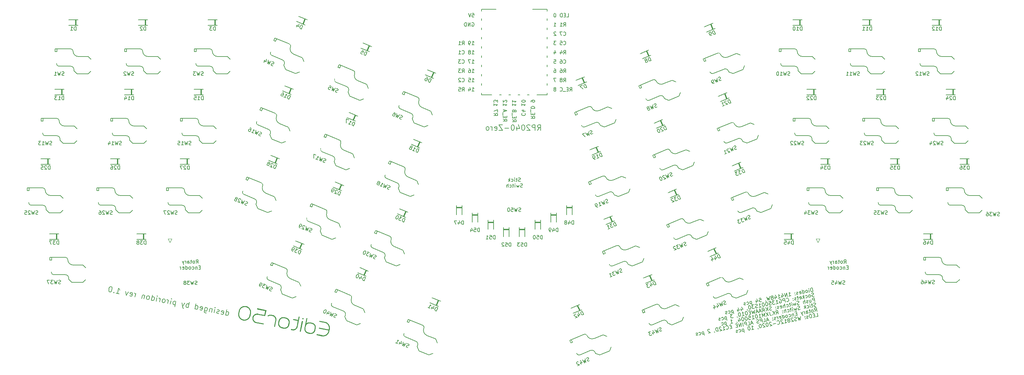
<source format=gbr>
%TF.GenerationSoftware,KiCad,Pcbnew,7.0.10*%
%TF.CreationDate,2025-01-07T08:37:08+09:00*%
%TF.ProjectId,editor,65646974-6f72-42e6-9b69-6361645f7063,rev?*%
%TF.SameCoordinates,Original*%
%TF.FileFunction,Legend,Bot*%
%TF.FilePolarity,Positive*%
%FSLAX46Y46*%
G04 Gerber Fmt 4.6, Leading zero omitted, Abs format (unit mm)*
G04 Created by KiCad (PCBNEW 7.0.10) date 2025-01-07 08:37:08*
%MOMM*%
%LPD*%
G01*
G04 APERTURE LIST*
%ADD10C,0.020000*%
%ADD11C,0.150000*%
%ADD12C,0.300000*%
%ADD13C,0.200000*%
%ADD14C,0.120000*%
G04 APERTURE END LIST*
D10*
X90950213Y-137430003D02*
X90955302Y-137430408D01*
X90960434Y-137431062D01*
X90965605Y-137431971D01*
X90970101Y-137432996D01*
X90974500Y-137434248D01*
X90978802Y-137435720D01*
X90982999Y-137437404D01*
X90987087Y-137439292D01*
X90991060Y-137441379D01*
X90994912Y-137443653D01*
X90998642Y-137446112D01*
X91002240Y-137448743D01*
X91005705Y-137451541D01*
X91009029Y-137454498D01*
X91012208Y-137457608D01*
X91015238Y-137460861D01*
X91018112Y-137464250D01*
X91020826Y-137467768D01*
X91023375Y-137471407D01*
X91025755Y-137475160D01*
X91027958Y-137479019D01*
X91029981Y-137482975D01*
X91031818Y-137487022D01*
X91033466Y-137491153D01*
X91034917Y-137495359D01*
X91036167Y-137499633D01*
X91037213Y-137503967D01*
X91038047Y-137508355D01*
X91038665Y-137512786D01*
X91039063Y-137517256D01*
X91039234Y-137521756D01*
X91039175Y-137526277D01*
X91038879Y-137530814D01*
X91038343Y-137535357D01*
X91037559Y-137539901D01*
X90518689Y-140134353D01*
X90505019Y-140194655D01*
X90488456Y-140253584D01*
X90469093Y-140311077D01*
X90447019Y-140367074D01*
X90422327Y-140421515D01*
X90395107Y-140474339D01*
X90365451Y-140525484D01*
X90333449Y-140574891D01*
X90299194Y-140622496D01*
X90262776Y-140668243D01*
X90224286Y-140712066D01*
X90183816Y-140753908D01*
X90141457Y-140793707D01*
X90097300Y-140831402D01*
X90051436Y-140866931D01*
X90003957Y-140900236D01*
X89954954Y-140931254D01*
X89904518Y-140959925D01*
X89852739Y-140986189D01*
X89799711Y-141009982D01*
X89745522Y-141031247D01*
X89690265Y-141049922D01*
X89634032Y-141065945D01*
X89576912Y-141079256D01*
X89518999Y-141089794D01*
X89460382Y-141097498D01*
X89401153Y-141102309D01*
X89341402Y-141104164D01*
X89281222Y-141103003D01*
X89220704Y-141098765D01*
X89159937Y-141091390D01*
X89099015Y-141080815D01*
X88836111Y-141028237D01*
X88831615Y-141027213D01*
X88827216Y-141025961D01*
X88822914Y-141024489D01*
X88818717Y-141022805D01*
X88814629Y-141020917D01*
X88810656Y-141018830D01*
X88806804Y-141016555D01*
X88803075Y-141014097D01*
X88799475Y-141011466D01*
X88796012Y-141008668D01*
X88792687Y-141005710D01*
X88789508Y-141002602D01*
X88786478Y-140999348D01*
X88783604Y-140995959D01*
X88780889Y-140992441D01*
X88778341Y-140988803D01*
X88775962Y-140985049D01*
X88773758Y-140981191D01*
X88771735Y-140977234D01*
X88769898Y-140973187D01*
X88768251Y-140969056D01*
X88766800Y-140964850D01*
X88765549Y-140960576D01*
X88764503Y-140956242D01*
X88763669Y-140951855D01*
X88763051Y-140947423D01*
X88762653Y-140942953D01*
X88762481Y-140938454D01*
X88762541Y-140933932D01*
X88762837Y-140929396D01*
X88763374Y-140924852D01*
X88764158Y-140920308D01*
X88765307Y-140915185D01*
X88766677Y-140910195D01*
X88768259Y-140905343D01*
X88770046Y-140900632D01*
X88772031Y-140896065D01*
X88774205Y-140891647D01*
X88776564Y-140887382D01*
X88779097Y-140883273D01*
X88781798Y-140879324D01*
X88784661Y-140875540D01*
X88787677Y-140871922D01*
X88790839Y-140868477D01*
X88794140Y-140865206D01*
X88797573Y-140862115D01*
X88801130Y-140859207D01*
X88804803Y-140856486D01*
X88808586Y-140853954D01*
X88812471Y-140851618D01*
X88816451Y-140849479D01*
X88820519Y-140847543D01*
X88824666Y-140845812D01*
X88828886Y-140844291D01*
X88833171Y-140842983D01*
X88837515Y-140841891D01*
X88841909Y-140841022D01*
X88846346Y-140840377D01*
X88850819Y-140839960D01*
X88855322Y-140839775D01*
X88859845Y-140839827D01*
X88864382Y-140840119D01*
X88868926Y-140840654D01*
X88873469Y-140841438D01*
X89136373Y-140894016D01*
X89187581Y-140902898D01*
X89238670Y-140909084D01*
X89289564Y-140912624D01*
X89340184Y-140913570D01*
X89390454Y-140911975D01*
X89440295Y-140907890D01*
X89489631Y-140901367D01*
X89538383Y-140892457D01*
X89586475Y-140881212D01*
X89633829Y-140867683D01*
X89680366Y-140851923D01*
X89726010Y-140833982D01*
X89770684Y-140813915D01*
X89814308Y-140791769D01*
X89856807Y-140767600D01*
X89898103Y-140741457D01*
X89938116Y-140713392D01*
X89976772Y-140683458D01*
X90013992Y-140651706D01*
X90049698Y-140618186D01*
X90083813Y-140582953D01*
X90116259Y-140546057D01*
X90146959Y-140507549D01*
X90175836Y-140467481D01*
X90202811Y-140425905D01*
X90227807Y-140382874D01*
X90250747Y-140338437D01*
X90271553Y-140292647D01*
X90290148Y-140245557D01*
X90306453Y-140197216D01*
X90320393Y-140147678D01*
X90331889Y-140096994D01*
X90644594Y-138533404D01*
X89454607Y-138295415D01*
X89449484Y-138294265D01*
X89444494Y-138292894D01*
X89439643Y-138291308D01*
X89434932Y-138289514D01*
X89430368Y-138287516D01*
X89425954Y-138285321D01*
X89421694Y-138282937D01*
X89417592Y-138280368D01*
X89413653Y-138277621D01*
X89409880Y-138274701D01*
X89406276Y-138271615D01*
X89402847Y-138268369D01*
X89399597Y-138264968D01*
X89396529Y-138261421D01*
X89393647Y-138257731D01*
X89390957Y-138253905D01*
X89388460Y-138249950D01*
X89386162Y-138245870D01*
X89384066Y-138241673D01*
X89382178Y-138237365D01*
X89380501Y-138232952D01*
X89379037Y-138228438D01*
X89377793Y-138223833D01*
X89376773Y-138219139D01*
X89375979Y-138214365D01*
X89375416Y-138209515D01*
X89375088Y-138204597D01*
X89375000Y-138199616D01*
X89375155Y-138194578D01*
X89375557Y-138189489D01*
X89376210Y-138184357D01*
X89377119Y-138179185D01*
X89378143Y-138174690D01*
X89379397Y-138170289D01*
X89380873Y-138165989D01*
X89382564Y-138161794D01*
X89384465Y-138157709D01*
X89386571Y-138153740D01*
X89388873Y-138149892D01*
X89391366Y-138146170D01*
X89394043Y-138142581D01*
X89396899Y-138139128D01*
X89399927Y-138135818D01*
X89403119Y-138132655D01*
X89406471Y-138129646D01*
X89409976Y-138126794D01*
X89413627Y-138124107D01*
X89417419Y-138121588D01*
X89421344Y-138119243D01*
X89425396Y-138117079D01*
X89429569Y-138115099D01*
X89433857Y-138113310D01*
X89438255Y-138111716D01*
X89442754Y-138110323D01*
X89447349Y-138109136D01*
X89452032Y-138108161D01*
X89456799Y-138107403D01*
X89461643Y-138106867D01*
X89466559Y-138106558D01*
X89471537Y-138106483D01*
X89476574Y-138106645D01*
X89481661Y-138107051D01*
X89486794Y-138107706D01*
X89491966Y-138108615D01*
X90681953Y-138346603D01*
X90850759Y-137502542D01*
X90851783Y-137498047D01*
X90853036Y-137493647D01*
X90854512Y-137489346D01*
X90856204Y-137485151D01*
X90858106Y-137481066D01*
X90860211Y-137477097D01*
X90862513Y-137473250D01*
X90865006Y-137469527D01*
X90867684Y-137465938D01*
X90870539Y-137462484D01*
X90873566Y-137459175D01*
X90876759Y-137456012D01*
X90880112Y-137453003D01*
X90883616Y-137450151D01*
X90887267Y-137447463D01*
X90891058Y-137444945D01*
X90894983Y-137442600D01*
X90899037Y-137440436D01*
X90903210Y-137438456D01*
X90907498Y-137436667D01*
X90911895Y-137435072D01*
X90916395Y-137433680D01*
X90920988Y-137432494D01*
X90925673Y-137431518D01*
X90930440Y-137430759D01*
X90935284Y-137430224D01*
X90940199Y-137429915D01*
X90945178Y-137429840D01*
X90950213Y-137430003D01*
G36*
X90950213Y-137430003D02*
G01*
X90955302Y-137430408D01*
X90960434Y-137431062D01*
X90965605Y-137431971D01*
X90970101Y-137432996D01*
X90974500Y-137434248D01*
X90978802Y-137435720D01*
X90982999Y-137437404D01*
X90987087Y-137439292D01*
X90991060Y-137441379D01*
X90994912Y-137443653D01*
X90998642Y-137446112D01*
X91002240Y-137448743D01*
X91005705Y-137451541D01*
X91009029Y-137454498D01*
X91012208Y-137457608D01*
X91015238Y-137460861D01*
X91018112Y-137464250D01*
X91020826Y-137467768D01*
X91023375Y-137471407D01*
X91025755Y-137475160D01*
X91027958Y-137479019D01*
X91029981Y-137482975D01*
X91031818Y-137487022D01*
X91033466Y-137491153D01*
X91034917Y-137495359D01*
X91036167Y-137499633D01*
X91037213Y-137503967D01*
X91038047Y-137508355D01*
X91038665Y-137512786D01*
X91039063Y-137517256D01*
X91039234Y-137521756D01*
X91039175Y-137526277D01*
X91038879Y-137530814D01*
X91038343Y-137535357D01*
X91037559Y-137539901D01*
X90518689Y-140134353D01*
X90505019Y-140194655D01*
X90488456Y-140253584D01*
X90469093Y-140311077D01*
X90447019Y-140367074D01*
X90422327Y-140421515D01*
X90395107Y-140474339D01*
X90365451Y-140525484D01*
X90333449Y-140574891D01*
X90299194Y-140622496D01*
X90262776Y-140668243D01*
X90224286Y-140712066D01*
X90183816Y-140753908D01*
X90141457Y-140793707D01*
X90097300Y-140831402D01*
X90051436Y-140866931D01*
X90003957Y-140900236D01*
X89954954Y-140931254D01*
X89904518Y-140959925D01*
X89852739Y-140986189D01*
X89799711Y-141009982D01*
X89745522Y-141031247D01*
X89690265Y-141049922D01*
X89634032Y-141065945D01*
X89576912Y-141079256D01*
X89518999Y-141089794D01*
X89460382Y-141097498D01*
X89401153Y-141102309D01*
X89341402Y-141104164D01*
X89281222Y-141103003D01*
X89220704Y-141098765D01*
X89159937Y-141091390D01*
X89099015Y-141080815D01*
X88836111Y-141028237D01*
X88831615Y-141027213D01*
X88827216Y-141025961D01*
X88822914Y-141024489D01*
X88818717Y-141022805D01*
X88814629Y-141020917D01*
X88810656Y-141018830D01*
X88806804Y-141016555D01*
X88803075Y-141014097D01*
X88799475Y-141011466D01*
X88796012Y-141008668D01*
X88792687Y-141005710D01*
X88789508Y-141002602D01*
X88786478Y-140999348D01*
X88783604Y-140995959D01*
X88780889Y-140992441D01*
X88778341Y-140988803D01*
X88775962Y-140985049D01*
X88773758Y-140981191D01*
X88771735Y-140977234D01*
X88769898Y-140973187D01*
X88768251Y-140969056D01*
X88766800Y-140964850D01*
X88765549Y-140960576D01*
X88764503Y-140956242D01*
X88763669Y-140951855D01*
X88763051Y-140947423D01*
X88762653Y-140942953D01*
X88762481Y-140938454D01*
X88762541Y-140933932D01*
X88762837Y-140929396D01*
X88763374Y-140924852D01*
X88764158Y-140920308D01*
X88765307Y-140915185D01*
X88766677Y-140910195D01*
X88768259Y-140905343D01*
X88770046Y-140900632D01*
X88772031Y-140896065D01*
X88774205Y-140891647D01*
X88776564Y-140887382D01*
X88779097Y-140883273D01*
X88781798Y-140879324D01*
X88784661Y-140875540D01*
X88787677Y-140871922D01*
X88790839Y-140868477D01*
X88794140Y-140865206D01*
X88797573Y-140862115D01*
X88801130Y-140859207D01*
X88804803Y-140856486D01*
X88808586Y-140853954D01*
X88812471Y-140851618D01*
X88816451Y-140849479D01*
X88820519Y-140847543D01*
X88824666Y-140845812D01*
X88828886Y-140844291D01*
X88833171Y-140842983D01*
X88837515Y-140841891D01*
X88841909Y-140841022D01*
X88846346Y-140840377D01*
X88850819Y-140839960D01*
X88855322Y-140839775D01*
X88859845Y-140839827D01*
X88864382Y-140840119D01*
X88868926Y-140840654D01*
X88873469Y-140841438D01*
X89136373Y-140894016D01*
X89187581Y-140902898D01*
X89238670Y-140909084D01*
X89289564Y-140912624D01*
X89340184Y-140913570D01*
X89390454Y-140911975D01*
X89440295Y-140907890D01*
X89489631Y-140901367D01*
X89538383Y-140892457D01*
X89586475Y-140881212D01*
X89633829Y-140867683D01*
X89680366Y-140851923D01*
X89726010Y-140833982D01*
X89770684Y-140813915D01*
X89814308Y-140791769D01*
X89856807Y-140767600D01*
X89898103Y-140741457D01*
X89938116Y-140713392D01*
X89976772Y-140683458D01*
X90013992Y-140651706D01*
X90049698Y-140618186D01*
X90083813Y-140582953D01*
X90116259Y-140546057D01*
X90146959Y-140507549D01*
X90175836Y-140467481D01*
X90202811Y-140425905D01*
X90227807Y-140382874D01*
X90250747Y-140338437D01*
X90271553Y-140292647D01*
X90290148Y-140245557D01*
X90306453Y-140197216D01*
X90320393Y-140147678D01*
X90331889Y-140096994D01*
X90644594Y-138533404D01*
X89454607Y-138295415D01*
X89449484Y-138294265D01*
X89444494Y-138292894D01*
X89439643Y-138291308D01*
X89434932Y-138289514D01*
X89430368Y-138287516D01*
X89425954Y-138285321D01*
X89421694Y-138282937D01*
X89417592Y-138280368D01*
X89413653Y-138277621D01*
X89409880Y-138274701D01*
X89406276Y-138271615D01*
X89402847Y-138268369D01*
X89399597Y-138264968D01*
X89396529Y-138261421D01*
X89393647Y-138257731D01*
X89390957Y-138253905D01*
X89388460Y-138249950D01*
X89386162Y-138245870D01*
X89384066Y-138241673D01*
X89382178Y-138237365D01*
X89380501Y-138232952D01*
X89379037Y-138228438D01*
X89377793Y-138223833D01*
X89376773Y-138219139D01*
X89375979Y-138214365D01*
X89375416Y-138209515D01*
X89375088Y-138204597D01*
X89375000Y-138199616D01*
X89375155Y-138194578D01*
X89375557Y-138189489D01*
X89376210Y-138184357D01*
X89377119Y-138179185D01*
X89378143Y-138174690D01*
X89379397Y-138170289D01*
X89380873Y-138165989D01*
X89382564Y-138161794D01*
X89384465Y-138157709D01*
X89386571Y-138153740D01*
X89388873Y-138149892D01*
X89391366Y-138146170D01*
X89394043Y-138142581D01*
X89396899Y-138139128D01*
X89399927Y-138135818D01*
X89403119Y-138132655D01*
X89406471Y-138129646D01*
X89409976Y-138126794D01*
X89413627Y-138124107D01*
X89417419Y-138121588D01*
X89421344Y-138119243D01*
X89425396Y-138117079D01*
X89429569Y-138115099D01*
X89433857Y-138113310D01*
X89438255Y-138111716D01*
X89442754Y-138110323D01*
X89447349Y-138109136D01*
X89452032Y-138108161D01*
X89456799Y-138107403D01*
X89461643Y-138106867D01*
X89466559Y-138106558D01*
X89471537Y-138106483D01*
X89476574Y-138106645D01*
X89481661Y-138107051D01*
X89486794Y-138107706D01*
X89491966Y-138108615D01*
X90681953Y-138346603D01*
X90850759Y-137502542D01*
X90851783Y-137498047D01*
X90853036Y-137493647D01*
X90854512Y-137489346D01*
X90856204Y-137485151D01*
X90858106Y-137481066D01*
X90860211Y-137477097D01*
X90862513Y-137473250D01*
X90865006Y-137469527D01*
X90867684Y-137465938D01*
X90870539Y-137462484D01*
X90873566Y-137459175D01*
X90876759Y-137456012D01*
X90880112Y-137453003D01*
X90883616Y-137450151D01*
X90887267Y-137447463D01*
X90891058Y-137444945D01*
X90894983Y-137442600D01*
X90899037Y-137440436D01*
X90903210Y-137438456D01*
X90907498Y-137436667D01*
X90911895Y-137435072D01*
X90916395Y-137433680D01*
X90920988Y-137432494D01*
X90925673Y-137431518D01*
X90930440Y-137430759D01*
X90935284Y-137430224D01*
X90940199Y-137429915D01*
X90945178Y-137429840D01*
X90950213Y-137430003D01*
G37*
X86651244Y-137562297D02*
X86711986Y-137566385D01*
X86772891Y-137573668D01*
X86833861Y-137584210D01*
X87366589Y-137690752D01*
X87426923Y-137704469D01*
X87485944Y-137721171D01*
X87543587Y-137740759D01*
X87599786Y-137763135D01*
X87654478Y-137788204D01*
X87707597Y-137815866D01*
X87759079Y-137846026D01*
X87808857Y-137878587D01*
X87856867Y-137913449D01*
X87903047Y-137950517D01*
X87947328Y-137989692D01*
X87989648Y-138030878D01*
X88029940Y-138073979D01*
X88068141Y-138118895D01*
X88104185Y-138165530D01*
X88138008Y-138213786D01*
X88169545Y-138263567D01*
X88198730Y-138314774D01*
X88225499Y-138367312D01*
X88249787Y-138421081D01*
X88271530Y-138475986D01*
X88290661Y-138531929D01*
X88307118Y-138588812D01*
X88320833Y-138646539D01*
X88331744Y-138705011D01*
X88339785Y-138764132D01*
X88344890Y-138823803D01*
X88346996Y-138883930D01*
X88346037Y-138944413D01*
X88341948Y-139005156D01*
X88334666Y-139066061D01*
X88324123Y-139127030D01*
X88217582Y-139659757D01*
X88203865Y-139720091D01*
X88187163Y-139779112D01*
X88167575Y-139836755D01*
X88145199Y-139892955D01*
X88120130Y-139947647D01*
X88092468Y-140000765D01*
X88062308Y-140052246D01*
X88029747Y-140102025D01*
X87994885Y-140150036D01*
X87957817Y-140196214D01*
X87918642Y-140240496D01*
X87877455Y-140282815D01*
X87834355Y-140323108D01*
X87789439Y-140361309D01*
X87742804Y-140397353D01*
X87694547Y-140431176D01*
X87644767Y-140462712D01*
X87593559Y-140491898D01*
X87541021Y-140518667D01*
X87487252Y-140542955D01*
X87432347Y-140564697D01*
X87376405Y-140583830D01*
X87319521Y-140600286D01*
X87261795Y-140614002D01*
X87203323Y-140624912D01*
X87144201Y-140632953D01*
X87084529Y-140638059D01*
X87024403Y-140640164D01*
X86963920Y-140639205D01*
X86903178Y-140635117D01*
X86842273Y-140627834D01*
X86781304Y-140617291D01*
X86248576Y-140510750D01*
X86188241Y-140497032D01*
X86129220Y-140480331D01*
X86071577Y-140460744D01*
X86015377Y-140438367D01*
X85960685Y-140413299D01*
X85907566Y-140385635D01*
X85856085Y-140355475D01*
X85806306Y-140322916D01*
X85758295Y-140288053D01*
X85712115Y-140250985D01*
X85667835Y-140211809D01*
X85625515Y-140170623D01*
X85585222Y-140127523D01*
X85547021Y-140082606D01*
X85510977Y-140035971D01*
X85477154Y-139987715D01*
X85445618Y-139937934D01*
X85416432Y-139886726D01*
X85389663Y-139834189D01*
X85365375Y-139780419D01*
X85343632Y-139725514D01*
X85324500Y-139669572D01*
X85308044Y-139612689D01*
X85294328Y-139554962D01*
X85283417Y-139496490D01*
X85275377Y-139437369D01*
X85270271Y-139377697D01*
X85268166Y-139317571D01*
X85268185Y-139316354D01*
X85458763Y-139316354D01*
X85460609Y-139366999D01*
X85464990Y-139417284D01*
X85471849Y-139467124D01*
X85481131Y-139516435D01*
X85492781Y-139565133D01*
X85506742Y-139613136D01*
X85522960Y-139660361D01*
X85541378Y-139706721D01*
X85561940Y-139752135D01*
X85584591Y-139796519D01*
X85609276Y-139839789D01*
X85635936Y-139881862D01*
X85664519Y-139922654D01*
X85694967Y-139962080D01*
X85727226Y-140000059D01*
X85761239Y-140036506D01*
X85796950Y-140071338D01*
X85834304Y-140104470D01*
X85873245Y-140135820D01*
X85913717Y-140165303D01*
X85955665Y-140192837D01*
X85999033Y-140218337D01*
X86043764Y-140241720D01*
X86089805Y-140262902D01*
X86137098Y-140281800D01*
X86185588Y-140298330D01*
X86235218Y-140312408D01*
X86285935Y-140323951D01*
X86818662Y-140430492D01*
X86869921Y-140439323D01*
X86921160Y-140445360D01*
X86972296Y-140448661D01*
X87023243Y-140449287D01*
X87073917Y-140447297D01*
X87124235Y-140442752D01*
X87174110Y-140435709D01*
X87223461Y-140426230D01*
X87272201Y-140414373D01*
X87320247Y-140400198D01*
X87367514Y-140383764D01*
X87413917Y-140365132D01*
X87459373Y-140344360D01*
X87503797Y-140321508D01*
X87547104Y-140296636D01*
X87589212Y-140269804D01*
X87630034Y-140241069D01*
X87669486Y-140210493D01*
X87707485Y-140178136D01*
X87743945Y-140144055D01*
X87778783Y-140108311D01*
X87811914Y-140070964D01*
X87843254Y-140032073D01*
X87872718Y-139991697D01*
X87900222Y-139949897D01*
X87925681Y-139906731D01*
X87949012Y-139862260D01*
X87970129Y-139816541D01*
X87988950Y-139769637D01*
X88005388Y-139721606D01*
X88019360Y-139672505D01*
X88030781Y-139622398D01*
X88137323Y-139089671D01*
X88146377Y-139037192D01*
X88152569Y-138984878D01*
X88155965Y-138932809D01*
X88156629Y-138881062D01*
X88154624Y-138829713D01*
X88150017Y-138778842D01*
X88142872Y-138728525D01*
X88133255Y-138678840D01*
X88121230Y-138629865D01*
X88106861Y-138581676D01*
X88090215Y-138534353D01*
X88071354Y-138487971D01*
X88050346Y-138442608D01*
X88027254Y-138398343D01*
X88002143Y-138355252D01*
X87975078Y-138313413D01*
X87946124Y-138272905D01*
X87915346Y-138233803D01*
X87882808Y-138196186D01*
X87848576Y-138160131D01*
X87812714Y-138125716D01*
X87775288Y-138093018D01*
X87736361Y-138062115D01*
X87696000Y-138033085D01*
X87654268Y-138006005D01*
X87611232Y-137980951D01*
X87566954Y-137958003D01*
X87521501Y-137937237D01*
X87474937Y-137918733D01*
X87427328Y-137902564D01*
X87378737Y-137888811D01*
X87329231Y-137877551D01*
X86796503Y-137771009D01*
X86745860Y-137762261D01*
X86695175Y-137756219D01*
X86644533Y-137752830D01*
X86594021Y-137752045D01*
X86543727Y-137753811D01*
X86493737Y-137758078D01*
X86444136Y-137764794D01*
X86395012Y-137773910D01*
X86346451Y-137785372D01*
X86298541Y-137799130D01*
X86251367Y-137815133D01*
X86205017Y-137833330D01*
X86159578Y-137853669D01*
X86115134Y-137876099D01*
X86071774Y-137900569D01*
X86029585Y-137927029D01*
X85988652Y-137955425D01*
X85949062Y-137985709D01*
X85910902Y-138017828D01*
X85874260Y-138051731D01*
X85839220Y-138087367D01*
X85805870Y-138124685D01*
X85774297Y-138163634D01*
X85744587Y-138204161D01*
X85716827Y-138246218D01*
X85691104Y-138289751D01*
X85667503Y-138334710D01*
X85646113Y-138381044D01*
X85627019Y-138428701D01*
X85610308Y-138477631D01*
X85596067Y-138527782D01*
X85584383Y-138579103D01*
X85477842Y-139111830D01*
X85468991Y-139163085D01*
X85462899Y-139214313D01*
X85459508Y-139265430D01*
X85458763Y-139316354D01*
X85268185Y-139316354D01*
X85269125Y-139257087D01*
X85273213Y-139196345D01*
X85280495Y-139135440D01*
X85291038Y-139074471D01*
X85397579Y-138541744D01*
X85411296Y-138481410D01*
X85427998Y-138422389D01*
X85447586Y-138364746D01*
X85469963Y-138308546D01*
X85495031Y-138253854D01*
X85522694Y-138200736D01*
X85552854Y-138149254D01*
X85585414Y-138099476D01*
X85620276Y-138051465D01*
X85657344Y-138005286D01*
X85696520Y-137961004D01*
X85737707Y-137918685D01*
X85780806Y-137878392D01*
X85825723Y-137840191D01*
X85872358Y-137804148D01*
X85920614Y-137770325D01*
X85970395Y-137738789D01*
X86021603Y-137709603D01*
X86074140Y-137682834D01*
X86127910Y-137658546D01*
X86182815Y-137636804D01*
X86238757Y-137617672D01*
X86295641Y-137601216D01*
X86353368Y-137587500D01*
X86411840Y-137576589D01*
X86470961Y-137568548D01*
X86530634Y-137563443D01*
X86590760Y-137561338D01*
X86651244Y-137562297D01*
G36*
X86651244Y-137562297D02*
G01*
X86711986Y-137566385D01*
X86772891Y-137573668D01*
X86833861Y-137584210D01*
X87366589Y-137690752D01*
X87426923Y-137704469D01*
X87485944Y-137721171D01*
X87543587Y-137740759D01*
X87599786Y-137763135D01*
X87654478Y-137788204D01*
X87707597Y-137815866D01*
X87759079Y-137846026D01*
X87808857Y-137878587D01*
X87856867Y-137913449D01*
X87903047Y-137950517D01*
X87947328Y-137989692D01*
X87989648Y-138030878D01*
X88029940Y-138073979D01*
X88068141Y-138118895D01*
X88104185Y-138165530D01*
X88138008Y-138213786D01*
X88169545Y-138263567D01*
X88198730Y-138314774D01*
X88225499Y-138367312D01*
X88249787Y-138421081D01*
X88271530Y-138475986D01*
X88290661Y-138531929D01*
X88307118Y-138588812D01*
X88320833Y-138646539D01*
X88331744Y-138705011D01*
X88339785Y-138764132D01*
X88344890Y-138823803D01*
X88346996Y-138883930D01*
X88346037Y-138944413D01*
X88341948Y-139005156D01*
X88334666Y-139066061D01*
X88324123Y-139127030D01*
X88217582Y-139659757D01*
X88203865Y-139720091D01*
X88187163Y-139779112D01*
X88167575Y-139836755D01*
X88145199Y-139892955D01*
X88120130Y-139947647D01*
X88092468Y-140000765D01*
X88062308Y-140052246D01*
X88029747Y-140102025D01*
X87994885Y-140150036D01*
X87957817Y-140196214D01*
X87918642Y-140240496D01*
X87877455Y-140282815D01*
X87834355Y-140323108D01*
X87789439Y-140361309D01*
X87742804Y-140397353D01*
X87694547Y-140431176D01*
X87644767Y-140462712D01*
X87593559Y-140491898D01*
X87541021Y-140518667D01*
X87487252Y-140542955D01*
X87432347Y-140564697D01*
X87376405Y-140583830D01*
X87319521Y-140600286D01*
X87261795Y-140614002D01*
X87203323Y-140624912D01*
X87144201Y-140632953D01*
X87084529Y-140638059D01*
X87024403Y-140640164D01*
X86963920Y-140639205D01*
X86903178Y-140635117D01*
X86842273Y-140627834D01*
X86781304Y-140617291D01*
X86248576Y-140510750D01*
X86188241Y-140497032D01*
X86129220Y-140480331D01*
X86071577Y-140460744D01*
X86015377Y-140438367D01*
X85960685Y-140413299D01*
X85907566Y-140385635D01*
X85856085Y-140355475D01*
X85806306Y-140322916D01*
X85758295Y-140288053D01*
X85712115Y-140250985D01*
X85667835Y-140211809D01*
X85625515Y-140170623D01*
X85585222Y-140127523D01*
X85547021Y-140082606D01*
X85510977Y-140035971D01*
X85477154Y-139987715D01*
X85445618Y-139937934D01*
X85416432Y-139886726D01*
X85389663Y-139834189D01*
X85365375Y-139780419D01*
X85343632Y-139725514D01*
X85324500Y-139669572D01*
X85308044Y-139612689D01*
X85294328Y-139554962D01*
X85283417Y-139496490D01*
X85275377Y-139437369D01*
X85270271Y-139377697D01*
X85268166Y-139317571D01*
X85268185Y-139316354D01*
X85458763Y-139316354D01*
X85460609Y-139366999D01*
X85464990Y-139417284D01*
X85471849Y-139467124D01*
X85481131Y-139516435D01*
X85492781Y-139565133D01*
X85506742Y-139613136D01*
X85522960Y-139660361D01*
X85541378Y-139706721D01*
X85561940Y-139752135D01*
X85584591Y-139796519D01*
X85609276Y-139839789D01*
X85635936Y-139881862D01*
X85664519Y-139922654D01*
X85694967Y-139962080D01*
X85727226Y-140000059D01*
X85761239Y-140036506D01*
X85796950Y-140071338D01*
X85834304Y-140104470D01*
X85873245Y-140135820D01*
X85913717Y-140165303D01*
X85955665Y-140192837D01*
X85999033Y-140218337D01*
X86043764Y-140241720D01*
X86089805Y-140262902D01*
X86137098Y-140281800D01*
X86185588Y-140298330D01*
X86235218Y-140312408D01*
X86285935Y-140323951D01*
X86818662Y-140430492D01*
X86869921Y-140439323D01*
X86921160Y-140445360D01*
X86972296Y-140448661D01*
X87023243Y-140449287D01*
X87073917Y-140447297D01*
X87124235Y-140442752D01*
X87174110Y-140435709D01*
X87223461Y-140426230D01*
X87272201Y-140414373D01*
X87320247Y-140400198D01*
X87367514Y-140383764D01*
X87413917Y-140365132D01*
X87459373Y-140344360D01*
X87503797Y-140321508D01*
X87547104Y-140296636D01*
X87589212Y-140269804D01*
X87630034Y-140241069D01*
X87669486Y-140210493D01*
X87707485Y-140178136D01*
X87743945Y-140144055D01*
X87778783Y-140108311D01*
X87811914Y-140070964D01*
X87843254Y-140032073D01*
X87872718Y-139991697D01*
X87900222Y-139949897D01*
X87925681Y-139906731D01*
X87949012Y-139862260D01*
X87970129Y-139816541D01*
X87988950Y-139769637D01*
X88005388Y-139721606D01*
X88019360Y-139672505D01*
X88030781Y-139622398D01*
X88137323Y-139089671D01*
X88146377Y-139037192D01*
X88152569Y-138984878D01*
X88155965Y-138932809D01*
X88156629Y-138881062D01*
X88154624Y-138829713D01*
X88150017Y-138778842D01*
X88142872Y-138728525D01*
X88133255Y-138678840D01*
X88121230Y-138629865D01*
X88106861Y-138581676D01*
X88090215Y-138534353D01*
X88071354Y-138487971D01*
X88050346Y-138442608D01*
X88027254Y-138398343D01*
X88002143Y-138355252D01*
X87975078Y-138313413D01*
X87946124Y-138272905D01*
X87915346Y-138233803D01*
X87882808Y-138196186D01*
X87848576Y-138160131D01*
X87812714Y-138125716D01*
X87775288Y-138093018D01*
X87736361Y-138062115D01*
X87696000Y-138033085D01*
X87654268Y-138006005D01*
X87611232Y-137980951D01*
X87566954Y-137958003D01*
X87521501Y-137937237D01*
X87474937Y-137918733D01*
X87427328Y-137902564D01*
X87378737Y-137888811D01*
X87329231Y-137877551D01*
X86796503Y-137771009D01*
X86745860Y-137762261D01*
X86695175Y-137756219D01*
X86644533Y-137752830D01*
X86594021Y-137752045D01*
X86543727Y-137753811D01*
X86493737Y-137758078D01*
X86444136Y-137764794D01*
X86395012Y-137773910D01*
X86346451Y-137785372D01*
X86298541Y-137799130D01*
X86251367Y-137815133D01*
X86205017Y-137833330D01*
X86159578Y-137853669D01*
X86115134Y-137876099D01*
X86071774Y-137900569D01*
X86029585Y-137927029D01*
X85988652Y-137955425D01*
X85949062Y-137985709D01*
X85910902Y-138017828D01*
X85874260Y-138051731D01*
X85839220Y-138087367D01*
X85805870Y-138124685D01*
X85774297Y-138163634D01*
X85744587Y-138204161D01*
X85716827Y-138246218D01*
X85691104Y-138289751D01*
X85667503Y-138334710D01*
X85646113Y-138381044D01*
X85627019Y-138428701D01*
X85610308Y-138477631D01*
X85596067Y-138527782D01*
X85584383Y-138579103D01*
X85477842Y-139111830D01*
X85468991Y-139163085D01*
X85462899Y-139214313D01*
X85459508Y-139265430D01*
X85458763Y-139316354D01*
X85268185Y-139316354D01*
X85269125Y-139257087D01*
X85273213Y-139196345D01*
X85280495Y-139135440D01*
X85291038Y-139074471D01*
X85397579Y-138541744D01*
X85411296Y-138481410D01*
X85427998Y-138422389D01*
X85447586Y-138364746D01*
X85469963Y-138308546D01*
X85495031Y-138253854D01*
X85522694Y-138200736D01*
X85552854Y-138149254D01*
X85585414Y-138099476D01*
X85620276Y-138051465D01*
X85657344Y-138005286D01*
X85696520Y-137961004D01*
X85737707Y-137918685D01*
X85780806Y-137878392D01*
X85825723Y-137840191D01*
X85872358Y-137804148D01*
X85920614Y-137770325D01*
X85970395Y-137738789D01*
X86021603Y-137709603D01*
X86074140Y-137682834D01*
X86127910Y-137658546D01*
X86182815Y-137636804D01*
X86238757Y-137617672D01*
X86295641Y-137601216D01*
X86353368Y-137587500D01*
X86411840Y-137576589D01*
X86470961Y-137568548D01*
X86530634Y-137563443D01*
X86590760Y-137561338D01*
X86651244Y-137562297D01*
G37*
X92000651Y-137805946D02*
X92007068Y-137806411D01*
X92013519Y-137807204D01*
X92019995Y-137808332D01*
X92026409Y-137809782D01*
X92032668Y-137811531D01*
X92038771Y-137813569D01*
X92044708Y-137815889D01*
X92050476Y-137818479D01*
X92056067Y-137821333D01*
X92061476Y-137824439D01*
X92066697Y-137827790D01*
X92071723Y-137831376D01*
X92076548Y-137835188D01*
X92081166Y-137839217D01*
X92085572Y-137843455D01*
X92089759Y-137847890D01*
X92093720Y-137852514D01*
X92097451Y-137857319D01*
X92100944Y-137862296D01*
X92104194Y-137867435D01*
X92107195Y-137872727D01*
X92109941Y-137878162D01*
X92112425Y-137883733D01*
X92114641Y-137889429D01*
X92116583Y-137895242D01*
X92118247Y-137901162D01*
X92119624Y-137907180D01*
X92120710Y-137913287D01*
X92121497Y-137919475D01*
X92121980Y-137925734D01*
X92122154Y-137932055D01*
X92122012Y-137938428D01*
X92121546Y-137944844D01*
X92120753Y-137951296D01*
X92119625Y-137957772D01*
X92118175Y-137964185D01*
X92116426Y-137970444D01*
X92114388Y-137976546D01*
X92112069Y-137982484D01*
X92109477Y-137988251D01*
X92106624Y-137993842D01*
X92103517Y-137999251D01*
X92100167Y-138004471D01*
X92096580Y-138009498D01*
X92092768Y-138014322D01*
X92088739Y-138018940D01*
X92084503Y-138023346D01*
X92080068Y-138027533D01*
X92075443Y-138031495D01*
X92070637Y-138035225D01*
X92065661Y-138038717D01*
X92060522Y-138041968D01*
X92055230Y-138044968D01*
X92049795Y-138047715D01*
X92044225Y-138050199D01*
X92038529Y-138052415D01*
X92032716Y-138054357D01*
X92026796Y-138056021D01*
X92020777Y-138057398D01*
X92014669Y-138058483D01*
X92008482Y-138059270D01*
X92002223Y-138059754D01*
X91995903Y-138059927D01*
X91989530Y-138059785D01*
X91983113Y-138059319D01*
X91976662Y-138058526D01*
X91970184Y-138057397D01*
X91963772Y-138055948D01*
X91957513Y-138054199D01*
X91951410Y-138052161D01*
X91945472Y-138049841D01*
X91939704Y-138047251D01*
X91934113Y-138044397D01*
X91928705Y-138041291D01*
X91923484Y-138037940D01*
X91918458Y-138034354D01*
X91913633Y-138030542D01*
X91909014Y-138026513D01*
X91904609Y-138022276D01*
X91900422Y-138017841D01*
X91896461Y-138013216D01*
X91892730Y-138008411D01*
X91889237Y-138003434D01*
X91885987Y-137998296D01*
X91882985Y-137993005D01*
X91880240Y-137987569D01*
X91877756Y-137981998D01*
X91875539Y-137976302D01*
X91873596Y-137970489D01*
X91871934Y-137964570D01*
X91870556Y-137958551D01*
X91869471Y-137952444D01*
X91868683Y-137946256D01*
X91868200Y-137939998D01*
X91868026Y-137933678D01*
X91868169Y-137927304D01*
X91868634Y-137920888D01*
X91869428Y-137914437D01*
X91870556Y-137907961D01*
X91872005Y-137901548D01*
X91873754Y-137895288D01*
X91875792Y-137889186D01*
X91878112Y-137883249D01*
X91880703Y-137877481D01*
X91883556Y-137871889D01*
X91886663Y-137866480D01*
X91890014Y-137861260D01*
X91893600Y-137856234D01*
X91897411Y-137851409D01*
X91901440Y-137846791D01*
X91905678Y-137842385D01*
X91910113Y-137838198D01*
X91914738Y-137834236D01*
X91919543Y-137830507D01*
X91924520Y-137827013D01*
X91929658Y-137823762D01*
X91934951Y-137820762D01*
X91940386Y-137818016D01*
X91945956Y-137815532D01*
X91951652Y-137813316D01*
X91957465Y-137811373D01*
X91963385Y-137809709D01*
X91969404Y-137808332D01*
X91975512Y-137807247D01*
X91981699Y-137806460D01*
X91987958Y-137805976D01*
X91994278Y-137805803D01*
X92000651Y-137805946D01*
G36*
X92000651Y-137805946D02*
G01*
X92007068Y-137806411D01*
X92013519Y-137807204D01*
X92019995Y-137808332D01*
X92026409Y-137809782D01*
X92032668Y-137811531D01*
X92038771Y-137813569D01*
X92044708Y-137815889D01*
X92050476Y-137818479D01*
X92056067Y-137821333D01*
X92061476Y-137824439D01*
X92066697Y-137827790D01*
X92071723Y-137831376D01*
X92076548Y-137835188D01*
X92081166Y-137839217D01*
X92085572Y-137843455D01*
X92089759Y-137847890D01*
X92093720Y-137852514D01*
X92097451Y-137857319D01*
X92100944Y-137862296D01*
X92104194Y-137867435D01*
X92107195Y-137872727D01*
X92109941Y-137878162D01*
X92112425Y-137883733D01*
X92114641Y-137889429D01*
X92116583Y-137895242D01*
X92118247Y-137901162D01*
X92119624Y-137907180D01*
X92120710Y-137913287D01*
X92121497Y-137919475D01*
X92121980Y-137925734D01*
X92122154Y-137932055D01*
X92122012Y-137938428D01*
X92121546Y-137944844D01*
X92120753Y-137951296D01*
X92119625Y-137957772D01*
X92118175Y-137964185D01*
X92116426Y-137970444D01*
X92114388Y-137976546D01*
X92112069Y-137982484D01*
X92109477Y-137988251D01*
X92106624Y-137993842D01*
X92103517Y-137999251D01*
X92100167Y-138004471D01*
X92096580Y-138009498D01*
X92092768Y-138014322D01*
X92088739Y-138018940D01*
X92084503Y-138023346D01*
X92080068Y-138027533D01*
X92075443Y-138031495D01*
X92070637Y-138035225D01*
X92065661Y-138038717D01*
X92060522Y-138041968D01*
X92055230Y-138044968D01*
X92049795Y-138047715D01*
X92044225Y-138050199D01*
X92038529Y-138052415D01*
X92032716Y-138054357D01*
X92026796Y-138056021D01*
X92020777Y-138057398D01*
X92014669Y-138058483D01*
X92008482Y-138059270D01*
X92002223Y-138059754D01*
X91995903Y-138059927D01*
X91989530Y-138059785D01*
X91983113Y-138059319D01*
X91976662Y-138058526D01*
X91970184Y-138057397D01*
X91963772Y-138055948D01*
X91957513Y-138054199D01*
X91951410Y-138052161D01*
X91945472Y-138049841D01*
X91939704Y-138047251D01*
X91934113Y-138044397D01*
X91928705Y-138041291D01*
X91923484Y-138037940D01*
X91918458Y-138034354D01*
X91913633Y-138030542D01*
X91909014Y-138026513D01*
X91904609Y-138022276D01*
X91900422Y-138017841D01*
X91896461Y-138013216D01*
X91892730Y-138008411D01*
X91889237Y-138003434D01*
X91885987Y-137998296D01*
X91882985Y-137993005D01*
X91880240Y-137987569D01*
X91877756Y-137981998D01*
X91875539Y-137976302D01*
X91873596Y-137970489D01*
X91871934Y-137964570D01*
X91870556Y-137958551D01*
X91869471Y-137952444D01*
X91868683Y-137946256D01*
X91868200Y-137939998D01*
X91868026Y-137933678D01*
X91868169Y-137927304D01*
X91868634Y-137920888D01*
X91869428Y-137914437D01*
X91870556Y-137907961D01*
X91872005Y-137901548D01*
X91873754Y-137895288D01*
X91875792Y-137889186D01*
X91878112Y-137883249D01*
X91880703Y-137877481D01*
X91883556Y-137871889D01*
X91886663Y-137866480D01*
X91890014Y-137861260D01*
X91893600Y-137856234D01*
X91897411Y-137851409D01*
X91901440Y-137846791D01*
X91905678Y-137842385D01*
X91910113Y-137838198D01*
X91914738Y-137834236D01*
X91919543Y-137830507D01*
X91924520Y-137827013D01*
X91929658Y-137823762D01*
X91934951Y-137820762D01*
X91940386Y-137818016D01*
X91945956Y-137815532D01*
X91951652Y-137813316D01*
X91957465Y-137811373D01*
X91963385Y-137809709D01*
X91969404Y-137808332D01*
X91975512Y-137807247D01*
X91981699Y-137806460D01*
X91987958Y-137805976D01*
X91994278Y-137805803D01*
X92000651Y-137805946D01*
G37*
X91843101Y-138623109D02*
X91847638Y-138623400D01*
X91852182Y-138623936D01*
X91856725Y-138624719D01*
X91861848Y-138625869D01*
X91866837Y-138627240D01*
X91871690Y-138628827D01*
X91876399Y-138630621D01*
X91880963Y-138632619D01*
X91885378Y-138634812D01*
X91889638Y-138637197D01*
X91893739Y-138639766D01*
X91897679Y-138642514D01*
X91901452Y-138645434D01*
X91905056Y-138648519D01*
X91908484Y-138651766D01*
X91911735Y-138655165D01*
X91914803Y-138658714D01*
X91917685Y-138662404D01*
X91920376Y-138666229D01*
X91922873Y-138670185D01*
X91925170Y-138674264D01*
X91927265Y-138678460D01*
X91929154Y-138682768D01*
X91930832Y-138687182D01*
X91932294Y-138691695D01*
X91933538Y-138696301D01*
X91934560Y-138700994D01*
X91935353Y-138705769D01*
X91935916Y-138710618D01*
X91936244Y-138715536D01*
X91936333Y-138720517D01*
X91936177Y-138725556D01*
X91935776Y-138730644D01*
X91935122Y-138735777D01*
X91934214Y-138740948D01*
X91393205Y-141446096D01*
X91392181Y-141450590D01*
X91390928Y-141454991D01*
X91389452Y-141459292D01*
X91387760Y-141463487D01*
X91385858Y-141467572D01*
X91383753Y-141471541D01*
X91381451Y-141475389D01*
X91378958Y-141479111D01*
X91376280Y-141482701D01*
X91373425Y-141486154D01*
X91370398Y-141489463D01*
X91367204Y-141492627D01*
X91363852Y-141495636D01*
X91360348Y-141498487D01*
X91356697Y-141501175D01*
X91352905Y-141503693D01*
X91348981Y-141506037D01*
X91344927Y-141508202D01*
X91340754Y-141510182D01*
X91336466Y-141511971D01*
X91332069Y-141513565D01*
X91327570Y-141514957D01*
X91322976Y-141516144D01*
X91318291Y-141517120D01*
X91313524Y-141517878D01*
X91308680Y-141518414D01*
X91303765Y-141518722D01*
X91298786Y-141518798D01*
X91293750Y-141518636D01*
X91288662Y-141518229D01*
X91283530Y-141517575D01*
X91278358Y-141516666D01*
X91273864Y-141515641D01*
X91269463Y-141514389D01*
X91265162Y-141512918D01*
X91260965Y-141511234D01*
X91256877Y-141509345D01*
X91252904Y-141507259D01*
X91249051Y-141504983D01*
X91245322Y-141502527D01*
X91241723Y-141499895D01*
X91238259Y-141497096D01*
X91234935Y-141494139D01*
X91231755Y-141491030D01*
X91228726Y-141487778D01*
X91225852Y-141484388D01*
X91223138Y-141480869D01*
X91220589Y-141477231D01*
X91218209Y-141473478D01*
X91216006Y-141469619D01*
X91213983Y-141465663D01*
X91212146Y-141461616D01*
X91210498Y-141457485D01*
X91209047Y-141453279D01*
X91207797Y-141449005D01*
X91206751Y-141444671D01*
X91205917Y-141440283D01*
X91205299Y-141435852D01*
X91204900Y-141431382D01*
X91204730Y-141426882D01*
X91204789Y-141422361D01*
X91205085Y-141417824D01*
X91205621Y-141413280D01*
X91206404Y-141408737D01*
X91747413Y-138703590D01*
X91748563Y-138698467D01*
X91749933Y-138693476D01*
X91751515Y-138688625D01*
X91753302Y-138683912D01*
X91755286Y-138679346D01*
X91757462Y-138674929D01*
X91759819Y-138670663D01*
X91762353Y-138666554D01*
X91765055Y-138662606D01*
X91767917Y-138658820D01*
X91770932Y-138655203D01*
X91774096Y-138651758D01*
X91777396Y-138648488D01*
X91780829Y-138645397D01*
X91784385Y-138642489D01*
X91788059Y-138639766D01*
X91791842Y-138637236D01*
X91795728Y-138634900D01*
X91799707Y-138632761D01*
X91803774Y-138630825D01*
X91807922Y-138629093D01*
X91812141Y-138627572D01*
X91816427Y-138626264D01*
X91820770Y-138625173D01*
X91825164Y-138624303D01*
X91829602Y-138623658D01*
X91834075Y-138623242D01*
X91838578Y-138623057D01*
X91843101Y-138623109D01*
G36*
X91843101Y-138623109D02*
G01*
X91847638Y-138623400D01*
X91852182Y-138623936D01*
X91856725Y-138624719D01*
X91861848Y-138625869D01*
X91866837Y-138627240D01*
X91871690Y-138628827D01*
X91876399Y-138630621D01*
X91880963Y-138632619D01*
X91885378Y-138634812D01*
X91889638Y-138637197D01*
X91893739Y-138639766D01*
X91897679Y-138642514D01*
X91901452Y-138645434D01*
X91905056Y-138648519D01*
X91908484Y-138651766D01*
X91911735Y-138655165D01*
X91914803Y-138658714D01*
X91917685Y-138662404D01*
X91920376Y-138666229D01*
X91922873Y-138670185D01*
X91925170Y-138674264D01*
X91927265Y-138678460D01*
X91929154Y-138682768D01*
X91930832Y-138687182D01*
X91932294Y-138691695D01*
X91933538Y-138696301D01*
X91934560Y-138700994D01*
X91935353Y-138705769D01*
X91935916Y-138710618D01*
X91936244Y-138715536D01*
X91936333Y-138720517D01*
X91936177Y-138725556D01*
X91935776Y-138730644D01*
X91935122Y-138735777D01*
X91934214Y-138740948D01*
X91393205Y-141446096D01*
X91392181Y-141450590D01*
X91390928Y-141454991D01*
X91389452Y-141459292D01*
X91387760Y-141463487D01*
X91385858Y-141467572D01*
X91383753Y-141471541D01*
X91381451Y-141475389D01*
X91378958Y-141479111D01*
X91376280Y-141482701D01*
X91373425Y-141486154D01*
X91370398Y-141489463D01*
X91367204Y-141492627D01*
X91363852Y-141495636D01*
X91360348Y-141498487D01*
X91356697Y-141501175D01*
X91352905Y-141503693D01*
X91348981Y-141506037D01*
X91344927Y-141508202D01*
X91340754Y-141510182D01*
X91336466Y-141511971D01*
X91332069Y-141513565D01*
X91327570Y-141514957D01*
X91322976Y-141516144D01*
X91318291Y-141517120D01*
X91313524Y-141517878D01*
X91308680Y-141518414D01*
X91303765Y-141518722D01*
X91298786Y-141518798D01*
X91293750Y-141518636D01*
X91288662Y-141518229D01*
X91283530Y-141517575D01*
X91278358Y-141516666D01*
X91273864Y-141515641D01*
X91269463Y-141514389D01*
X91265162Y-141512918D01*
X91260965Y-141511234D01*
X91256877Y-141509345D01*
X91252904Y-141507259D01*
X91249051Y-141504983D01*
X91245322Y-141502527D01*
X91241723Y-141499895D01*
X91238259Y-141497096D01*
X91234935Y-141494139D01*
X91231755Y-141491030D01*
X91228726Y-141487778D01*
X91225852Y-141484388D01*
X91223138Y-141480869D01*
X91220589Y-141477231D01*
X91218209Y-141473478D01*
X91216006Y-141469619D01*
X91213983Y-141465663D01*
X91212146Y-141461616D01*
X91210498Y-141457485D01*
X91209047Y-141453279D01*
X91207797Y-141449005D01*
X91206751Y-141444671D01*
X91205917Y-141440283D01*
X91205299Y-141435852D01*
X91204900Y-141431382D01*
X91204730Y-141426882D01*
X91204789Y-141422361D01*
X91205085Y-141417824D01*
X91205621Y-141413280D01*
X91206404Y-141408737D01*
X91747413Y-138703590D01*
X91748563Y-138698467D01*
X91749933Y-138693476D01*
X91751515Y-138688625D01*
X91753302Y-138683912D01*
X91755286Y-138679346D01*
X91757462Y-138674929D01*
X91759819Y-138670663D01*
X91762353Y-138666554D01*
X91765055Y-138662606D01*
X91767917Y-138658820D01*
X91770932Y-138655203D01*
X91774096Y-138651758D01*
X91777396Y-138648488D01*
X91780829Y-138645397D01*
X91784385Y-138642489D01*
X91788059Y-138639766D01*
X91791842Y-138637236D01*
X91795728Y-138634900D01*
X91799707Y-138632761D01*
X91803774Y-138630825D01*
X91807922Y-138629093D01*
X91812141Y-138627572D01*
X91816427Y-138626264D01*
X91820770Y-138625173D01*
X91825164Y-138624303D01*
X91829602Y-138623658D01*
X91834075Y-138623242D01*
X91838578Y-138623057D01*
X91843101Y-138623109D01*
G37*
X76193413Y-134497611D02*
X76276537Y-134503224D01*
X76359973Y-134513217D01*
X76443593Y-134527683D01*
X76525740Y-134546349D01*
X76606083Y-134569051D01*
X76684532Y-134595659D01*
X76761001Y-134626042D01*
X76835402Y-134660070D01*
X76907650Y-134697612D01*
X76977655Y-134738536D01*
X77045331Y-134782712D01*
X77110592Y-134830011D01*
X77173349Y-134880299D01*
X77233517Y-134933448D01*
X77291006Y-134989326D01*
X77345731Y-135047803D01*
X77397603Y-135108747D01*
X77446538Y-135172028D01*
X77492445Y-135237515D01*
X77535241Y-135305079D01*
X77574834Y-135374587D01*
X77611140Y-135445909D01*
X77644072Y-135518915D01*
X77673542Y-135593473D01*
X77699462Y-135669453D01*
X77721747Y-135746725D01*
X77740308Y-135825156D01*
X77755057Y-135904617D01*
X77765911Y-135984978D01*
X77772778Y-136066107D01*
X77775573Y-136147873D01*
X77774209Y-136230146D01*
X77768599Y-136312795D01*
X77758656Y-136395690D01*
X77744291Y-136478699D01*
X77621146Y-137094446D01*
X77602481Y-137176595D01*
X77579778Y-137256938D01*
X77553170Y-137335387D01*
X77522786Y-137411856D01*
X77488759Y-137486258D01*
X77451217Y-137558506D01*
X77410293Y-137628511D01*
X77366116Y-137696187D01*
X77318819Y-137761448D01*
X77268530Y-137824205D01*
X77215381Y-137884373D01*
X77159502Y-137941862D01*
X77101026Y-137996587D01*
X77040082Y-138048459D01*
X76976801Y-138097394D01*
X76911313Y-138143301D01*
X76843750Y-138186096D01*
X76774241Y-138225689D01*
X76702920Y-138261995D01*
X76629914Y-138294927D01*
X76555356Y-138324396D01*
X76479375Y-138350316D01*
X76402105Y-138372601D01*
X76323673Y-138391162D01*
X76244211Y-138405911D01*
X76163852Y-138416764D01*
X76082722Y-138423632D01*
X76000956Y-138426427D01*
X75918684Y-138425063D01*
X75836036Y-138419453D01*
X75753141Y-138409509D01*
X75670132Y-138395144D01*
X75587380Y-138376337D01*
X75506517Y-138353472D01*
X75427627Y-138326683D01*
X75350793Y-138296104D01*
X75276098Y-138261868D01*
X75203623Y-138224110D01*
X75133452Y-138182961D01*
X75065668Y-138138558D01*
X75000351Y-138091034D01*
X74937588Y-138040522D01*
X74877457Y-137987155D01*
X74820043Y-137931070D01*
X74765427Y-137872397D01*
X74713694Y-137811272D01*
X74664926Y-137747828D01*
X74619203Y-137682199D01*
X74576611Y-137614518D01*
X74537231Y-137544921D01*
X74501146Y-137473539D01*
X74468437Y-137400508D01*
X74439190Y-137325960D01*
X74413484Y-137250031D01*
X74391402Y-137172852D01*
X74373030Y-137094558D01*
X74358448Y-137015284D01*
X74347738Y-136935162D01*
X74340984Y-136854327D01*
X74338267Y-136772912D01*
X74338345Y-136768369D01*
X74526851Y-136768369D01*
X74528136Y-136840024D01*
X74532860Y-136911397D01*
X74541018Y-136982360D01*
X74552603Y-137052786D01*
X74567609Y-137122547D01*
X74586032Y-137191516D01*
X74607863Y-137259564D01*
X74633097Y-137326565D01*
X74661728Y-137392389D01*
X74693751Y-137456911D01*
X74729158Y-137520001D01*
X74767944Y-137581533D01*
X74774866Y-137582917D01*
X74816504Y-137643603D01*
X74860911Y-137701618D01*
X74907968Y-137756916D01*
X74957560Y-137809454D01*
X75009568Y-137859187D01*
X75063873Y-137906069D01*
X75120360Y-137950057D01*
X75178910Y-137991107D01*
X75239407Y-138029173D01*
X75301731Y-138064209D01*
X75365767Y-138096174D01*
X75431395Y-138125021D01*
X75498499Y-138150707D01*
X75566960Y-138173185D01*
X75636663Y-138192413D01*
X75707488Y-138208345D01*
X75781387Y-138221159D01*
X75855124Y-138230074D01*
X75928588Y-138235168D01*
X76001666Y-138236514D01*
X76074245Y-138234187D01*
X76146213Y-138228262D01*
X76217457Y-138218814D01*
X76287865Y-138205919D01*
X76357325Y-138189650D01*
X76425724Y-138170084D01*
X76492948Y-138147296D01*
X76558887Y-138121359D01*
X76623427Y-138092350D01*
X76686456Y-138060343D01*
X76747861Y-138025413D01*
X76807531Y-137987635D01*
X76865352Y-137947084D01*
X76921212Y-137903836D01*
X76974998Y-137857965D01*
X77026598Y-137809546D01*
X77075900Y-137758654D01*
X77122791Y-137705364D01*
X77167157Y-137649752D01*
X77208889Y-137591891D01*
X77247872Y-137531858D01*
X77283993Y-137469728D01*
X77317141Y-137405574D01*
X77347203Y-137339472D01*
X77374067Y-137271498D01*
X77397619Y-137201726D01*
X77417749Y-137130230D01*
X77434342Y-137057087D01*
X77557487Y-136441339D01*
X77570301Y-136367440D01*
X77579217Y-136293702D01*
X77584311Y-136220238D01*
X77585656Y-136147160D01*
X77583329Y-136074581D01*
X77577405Y-136002613D01*
X77567957Y-135931369D01*
X77555061Y-135860961D01*
X77538793Y-135791501D01*
X77519228Y-135723103D01*
X77496438Y-135655878D01*
X77470502Y-135589939D01*
X77441493Y-135525399D01*
X77409486Y-135462369D01*
X77374556Y-135400964D01*
X77336779Y-135341295D01*
X77296227Y-135283474D01*
X77252979Y-135227614D01*
X77207109Y-135173828D01*
X77158690Y-135122227D01*
X77107798Y-135072926D01*
X77054509Y-135026036D01*
X76998897Y-134981668D01*
X76941036Y-134939937D01*
X76881003Y-134900955D01*
X76818872Y-134864833D01*
X76754718Y-134831684D01*
X76688617Y-134801622D01*
X76620643Y-134774758D01*
X76550871Y-134751206D01*
X76479376Y-134731077D01*
X76406233Y-134714483D01*
X76334728Y-134701950D01*
X76262993Y-134692891D01*
X76191151Y-134687310D01*
X76119330Y-134685212D01*
X76047655Y-134686600D01*
X75976252Y-134691478D01*
X75905246Y-134699849D01*
X75834763Y-134711720D01*
X75764929Y-134727094D01*
X75695868Y-134745973D01*
X75627709Y-134768364D01*
X75560574Y-134794270D01*
X75494591Y-134823693D01*
X75429885Y-134856639D01*
X75366581Y-134893113D01*
X75304805Y-134933117D01*
X75297883Y-134931733D01*
X75238415Y-134973615D01*
X75181467Y-135018234D01*
X75127093Y-135065477D01*
X75075347Y-135115228D01*
X75026285Y-135167370D01*
X74979962Y-135221787D01*
X74936431Y-135278366D01*
X74895748Y-135336990D01*
X74857969Y-135397543D01*
X74823146Y-135459910D01*
X74791335Y-135523976D01*
X74762591Y-135589625D01*
X74736968Y-135656741D01*
X74714522Y-135725209D01*
X74695306Y-135794913D01*
X74679376Y-135865740D01*
X74556232Y-136481487D01*
X74543697Y-136552993D01*
X74534626Y-136624726D01*
X74529012Y-136696561D01*
X74526851Y-136768369D01*
X74338345Y-136768369D01*
X74339672Y-136691051D01*
X74345280Y-136608878D01*
X74355174Y-136526527D01*
X74369437Y-136444130D01*
X74492581Y-135828382D01*
X74511106Y-135746838D01*
X74533645Y-135667016D01*
X74560073Y-135589006D01*
X74590260Y-135512902D01*
X74624080Y-135438793D01*
X74661404Y-135366773D01*
X74702105Y-135296933D01*
X74746055Y-135229365D01*
X74793126Y-135164160D01*
X74843191Y-135101410D01*
X74896122Y-135041207D01*
X74951792Y-134983642D01*
X75010073Y-134928808D01*
X75070836Y-134876795D01*
X75133955Y-134827697D01*
X75199301Y-134781603D01*
X75266748Y-134738607D01*
X75336166Y-134698799D01*
X75407429Y-134662272D01*
X75480408Y-134629117D01*
X75554977Y-134599426D01*
X75631007Y-134573292D01*
X75708372Y-134550804D01*
X75786941Y-134532056D01*
X75866590Y-134517139D01*
X75947188Y-134506143D01*
X76028610Y-134499162D01*
X76110728Y-134496288D01*
X76193413Y-134497611D01*
G36*
X76193413Y-134497611D02*
G01*
X76276537Y-134503224D01*
X76359973Y-134513217D01*
X76443593Y-134527683D01*
X76525740Y-134546349D01*
X76606083Y-134569051D01*
X76684532Y-134595659D01*
X76761001Y-134626042D01*
X76835402Y-134660070D01*
X76907650Y-134697612D01*
X76977655Y-134738536D01*
X77045331Y-134782712D01*
X77110592Y-134830011D01*
X77173349Y-134880299D01*
X77233517Y-134933448D01*
X77291006Y-134989326D01*
X77345731Y-135047803D01*
X77397603Y-135108747D01*
X77446538Y-135172028D01*
X77492445Y-135237515D01*
X77535241Y-135305079D01*
X77574834Y-135374587D01*
X77611140Y-135445909D01*
X77644072Y-135518915D01*
X77673542Y-135593473D01*
X77699462Y-135669453D01*
X77721747Y-135746725D01*
X77740308Y-135825156D01*
X77755057Y-135904617D01*
X77765911Y-135984978D01*
X77772778Y-136066107D01*
X77775573Y-136147873D01*
X77774209Y-136230146D01*
X77768599Y-136312795D01*
X77758656Y-136395690D01*
X77744291Y-136478699D01*
X77621146Y-137094446D01*
X77602481Y-137176595D01*
X77579778Y-137256938D01*
X77553170Y-137335387D01*
X77522786Y-137411856D01*
X77488759Y-137486258D01*
X77451217Y-137558506D01*
X77410293Y-137628511D01*
X77366116Y-137696187D01*
X77318819Y-137761448D01*
X77268530Y-137824205D01*
X77215381Y-137884373D01*
X77159502Y-137941862D01*
X77101026Y-137996587D01*
X77040082Y-138048459D01*
X76976801Y-138097394D01*
X76911313Y-138143301D01*
X76843750Y-138186096D01*
X76774241Y-138225689D01*
X76702920Y-138261995D01*
X76629914Y-138294927D01*
X76555356Y-138324396D01*
X76479375Y-138350316D01*
X76402105Y-138372601D01*
X76323673Y-138391162D01*
X76244211Y-138405911D01*
X76163852Y-138416764D01*
X76082722Y-138423632D01*
X76000956Y-138426427D01*
X75918684Y-138425063D01*
X75836036Y-138419453D01*
X75753141Y-138409509D01*
X75670132Y-138395144D01*
X75587380Y-138376337D01*
X75506517Y-138353472D01*
X75427627Y-138326683D01*
X75350793Y-138296104D01*
X75276098Y-138261868D01*
X75203623Y-138224110D01*
X75133452Y-138182961D01*
X75065668Y-138138558D01*
X75000351Y-138091034D01*
X74937588Y-138040522D01*
X74877457Y-137987155D01*
X74820043Y-137931070D01*
X74765427Y-137872397D01*
X74713694Y-137811272D01*
X74664926Y-137747828D01*
X74619203Y-137682199D01*
X74576611Y-137614518D01*
X74537231Y-137544921D01*
X74501146Y-137473539D01*
X74468437Y-137400508D01*
X74439190Y-137325960D01*
X74413484Y-137250031D01*
X74391402Y-137172852D01*
X74373030Y-137094558D01*
X74358448Y-137015284D01*
X74347738Y-136935162D01*
X74340984Y-136854327D01*
X74338267Y-136772912D01*
X74338345Y-136768369D01*
X74526851Y-136768369D01*
X74528136Y-136840024D01*
X74532860Y-136911397D01*
X74541018Y-136982360D01*
X74552603Y-137052786D01*
X74567609Y-137122547D01*
X74586032Y-137191516D01*
X74607863Y-137259564D01*
X74633097Y-137326565D01*
X74661728Y-137392389D01*
X74693751Y-137456911D01*
X74729158Y-137520001D01*
X74767944Y-137581533D01*
X74774866Y-137582917D01*
X74816504Y-137643603D01*
X74860911Y-137701618D01*
X74907968Y-137756916D01*
X74957560Y-137809454D01*
X75009568Y-137859187D01*
X75063873Y-137906069D01*
X75120360Y-137950057D01*
X75178910Y-137991107D01*
X75239407Y-138029173D01*
X75301731Y-138064209D01*
X75365767Y-138096174D01*
X75431395Y-138125021D01*
X75498499Y-138150707D01*
X75566960Y-138173185D01*
X75636663Y-138192413D01*
X75707488Y-138208345D01*
X75781387Y-138221159D01*
X75855124Y-138230074D01*
X75928588Y-138235168D01*
X76001666Y-138236514D01*
X76074245Y-138234187D01*
X76146213Y-138228262D01*
X76217457Y-138218814D01*
X76287865Y-138205919D01*
X76357325Y-138189650D01*
X76425724Y-138170084D01*
X76492948Y-138147296D01*
X76558887Y-138121359D01*
X76623427Y-138092350D01*
X76686456Y-138060343D01*
X76747861Y-138025413D01*
X76807531Y-137987635D01*
X76865352Y-137947084D01*
X76921212Y-137903836D01*
X76974998Y-137857965D01*
X77026598Y-137809546D01*
X77075900Y-137758654D01*
X77122791Y-137705364D01*
X77167157Y-137649752D01*
X77208889Y-137591891D01*
X77247872Y-137531858D01*
X77283993Y-137469728D01*
X77317141Y-137405574D01*
X77347203Y-137339472D01*
X77374067Y-137271498D01*
X77397619Y-137201726D01*
X77417749Y-137130230D01*
X77434342Y-137057087D01*
X77557487Y-136441339D01*
X77570301Y-136367440D01*
X77579217Y-136293702D01*
X77584311Y-136220238D01*
X77585656Y-136147160D01*
X77583329Y-136074581D01*
X77577405Y-136002613D01*
X77567957Y-135931369D01*
X77555061Y-135860961D01*
X77538793Y-135791501D01*
X77519228Y-135723103D01*
X77496438Y-135655878D01*
X77470502Y-135589939D01*
X77441493Y-135525399D01*
X77409486Y-135462369D01*
X77374556Y-135400964D01*
X77336779Y-135341295D01*
X77296227Y-135283474D01*
X77252979Y-135227614D01*
X77207109Y-135173828D01*
X77158690Y-135122227D01*
X77107798Y-135072926D01*
X77054509Y-135026036D01*
X76998897Y-134981668D01*
X76941036Y-134939937D01*
X76881003Y-134900955D01*
X76818872Y-134864833D01*
X76754718Y-134831684D01*
X76688617Y-134801622D01*
X76620643Y-134774758D01*
X76550871Y-134751206D01*
X76479376Y-134731077D01*
X76406233Y-134714483D01*
X76334728Y-134701950D01*
X76262993Y-134692891D01*
X76191151Y-134687310D01*
X76119330Y-134685212D01*
X76047655Y-134686600D01*
X75976252Y-134691478D01*
X75905246Y-134699849D01*
X75834763Y-134711720D01*
X75764929Y-134727094D01*
X75695868Y-134745973D01*
X75627709Y-134768364D01*
X75560574Y-134794270D01*
X75494591Y-134823693D01*
X75429885Y-134856639D01*
X75366581Y-134893113D01*
X75304805Y-134933117D01*
X75297883Y-134931733D01*
X75238415Y-134973615D01*
X75181467Y-135018234D01*
X75127093Y-135065477D01*
X75075347Y-135115228D01*
X75026285Y-135167370D01*
X74979962Y-135221787D01*
X74936431Y-135278366D01*
X74895748Y-135336990D01*
X74857969Y-135397543D01*
X74823146Y-135459910D01*
X74791335Y-135523976D01*
X74762591Y-135589625D01*
X74736968Y-135656741D01*
X74714522Y-135725209D01*
X74695306Y-135794913D01*
X74679376Y-135865740D01*
X74556232Y-136481487D01*
X74543697Y-136552993D01*
X74534626Y-136624726D01*
X74529012Y-136696561D01*
X74526851Y-136768369D01*
X74338345Y-136768369D01*
X74339672Y-136691051D01*
X74345280Y-136608878D01*
X74355174Y-136526527D01*
X74369437Y-136444130D01*
X74492581Y-135828382D01*
X74511106Y-135746838D01*
X74533645Y-135667016D01*
X74560073Y-135589006D01*
X74590260Y-135512902D01*
X74624080Y-135438793D01*
X74661404Y-135366773D01*
X74702105Y-135296933D01*
X74746055Y-135229365D01*
X74793126Y-135164160D01*
X74843191Y-135101410D01*
X74896122Y-135041207D01*
X74951792Y-134983642D01*
X75010073Y-134928808D01*
X75070836Y-134876795D01*
X75133955Y-134827697D01*
X75199301Y-134781603D01*
X75266748Y-134738607D01*
X75336166Y-134698799D01*
X75407429Y-134662272D01*
X75480408Y-134629117D01*
X75554977Y-134599426D01*
X75631007Y-134573292D01*
X75708372Y-134550804D01*
X75786941Y-134532056D01*
X75866590Y-134517139D01*
X75947188Y-134506143D01*
X76028610Y-134499162D01*
X76110728Y-134496288D01*
X76193413Y-134497611D01*
G37*
X93087042Y-137799794D02*
X93091579Y-137800085D01*
X93096123Y-137800621D01*
X93100666Y-137801404D01*
X93105789Y-137802554D01*
X93110778Y-137803925D01*
X93115631Y-137805511D01*
X93120340Y-137807306D01*
X93124904Y-137809304D01*
X93129318Y-137811498D01*
X93133577Y-137813882D01*
X93137679Y-137816452D01*
X93141619Y-137819199D01*
X93145393Y-137822118D01*
X93148997Y-137825204D01*
X93152425Y-137828451D01*
X93155676Y-137831851D01*
X93158744Y-137835399D01*
X93161625Y-137839088D01*
X93164316Y-137842914D01*
X93166813Y-137846870D01*
X93169111Y-137850949D01*
X93171206Y-137855146D01*
X93173095Y-137859454D01*
X93174772Y-137863868D01*
X93176235Y-137868380D01*
X93177479Y-137872987D01*
X93178499Y-137877680D01*
X93179294Y-137882454D01*
X93179856Y-137887304D01*
X93180184Y-137892222D01*
X93180273Y-137897204D01*
X93180118Y-137902241D01*
X93179716Y-137907330D01*
X93179063Y-137912463D01*
X93178154Y-137917635D01*
X92898657Y-139315178D01*
X93090992Y-139180960D01*
X93140390Y-139148855D01*
X93191455Y-139119486D01*
X93244036Y-139092866D01*
X93297983Y-139069007D01*
X93353146Y-139047920D01*
X93409376Y-139029618D01*
X93466523Y-139014114D01*
X93524435Y-139001419D01*
X93582963Y-138991546D01*
X93641958Y-138984505D01*
X93701269Y-138980311D01*
X93760746Y-138978975D01*
X93820239Y-138980509D01*
X93879599Y-138984925D01*
X93938675Y-138992236D01*
X93997317Y-139002453D01*
X94516207Y-139106227D01*
X94576506Y-139119917D01*
X94635423Y-139136536D01*
X94692899Y-139155989D01*
X94748873Y-139178181D01*
X94803285Y-139203017D01*
X94856076Y-139230402D01*
X94907184Y-139260241D01*
X94956552Y-139292440D01*
X95004116Y-139326903D01*
X95049819Y-139363534D01*
X95093600Y-139402240D01*
X95135399Y-139442925D01*
X95175156Y-139485494D01*
X95212810Y-139529852D01*
X95248303Y-139575903D01*
X95281573Y-139623554D01*
X95312562Y-139672709D01*
X95341207Y-139723273D01*
X95367450Y-139775150D01*
X95391231Y-139828248D01*
X95412489Y-139882467D01*
X95431165Y-139937718D01*
X95447198Y-139993901D01*
X95460529Y-140050923D01*
X95471096Y-140108689D01*
X95478841Y-140167105D01*
X95483704Y-140226073D01*
X95485623Y-140285502D01*
X95484540Y-140345293D01*
X95480393Y-140405353D01*
X95473125Y-140465588D01*
X95462673Y-140525901D01*
X95347830Y-141100140D01*
X95347829Y-141100141D01*
X95334159Y-141160442D01*
X95317596Y-141219371D01*
X95298233Y-141276864D01*
X95276159Y-141332861D01*
X95251467Y-141387302D01*
X95224247Y-141440126D01*
X95194591Y-141491271D01*
X95162589Y-141540678D01*
X95128334Y-141588283D01*
X95091916Y-141634030D01*
X95053426Y-141677854D01*
X95012956Y-141719695D01*
X94970596Y-141759494D01*
X94926440Y-141797189D01*
X94880577Y-141832718D01*
X94833097Y-141866023D01*
X94784094Y-141897041D01*
X94733657Y-141925712D01*
X94681879Y-141951976D01*
X94628850Y-141975769D01*
X94574662Y-141997034D01*
X94519405Y-142015709D01*
X94463171Y-142031732D01*
X94406053Y-142045043D01*
X94348138Y-142055581D01*
X94289521Y-142063285D01*
X94230292Y-142068096D01*
X94170542Y-142069951D01*
X94110362Y-142068790D01*
X94049843Y-142064552D01*
X93989077Y-142057177D01*
X93928155Y-142046602D01*
X93409265Y-141942828D01*
X93348962Y-141929159D01*
X93290034Y-141912596D01*
X93232540Y-141893233D01*
X93176542Y-141871159D01*
X93122102Y-141846467D01*
X93069278Y-141819246D01*
X93018133Y-141789590D01*
X92968726Y-141757589D01*
X92921119Y-141723334D01*
X92875374Y-141686915D01*
X92831550Y-141648426D01*
X92789708Y-141607955D01*
X92749909Y-141565597D01*
X92712214Y-141521439D01*
X92676684Y-141475576D01*
X92643380Y-141428097D01*
X92612362Y-141379093D01*
X92583691Y-141328657D01*
X92557428Y-141276879D01*
X92533633Y-141223850D01*
X92512368Y-141169662D01*
X92493694Y-141114406D01*
X92477671Y-141058171D01*
X92464360Y-141001053D01*
X92453822Y-140943139D01*
X92446117Y-140884522D01*
X92441306Y-140825292D01*
X92439452Y-140765542D01*
X92439475Y-140764326D01*
X92630045Y-140764326D01*
X92631640Y-140814595D01*
X92635725Y-140864436D01*
X92642249Y-140913772D01*
X92651159Y-140962525D01*
X92662404Y-141010616D01*
X92675932Y-141057969D01*
X92691693Y-141104507D01*
X92709633Y-141150151D01*
X92729701Y-141194824D01*
X92751846Y-141238449D01*
X92776015Y-141280948D01*
X92802159Y-141322243D01*
X92830223Y-141362258D01*
X92860157Y-141400914D01*
X92891909Y-141438133D01*
X92925428Y-141473840D01*
X92960662Y-141507954D01*
X92997558Y-141540401D01*
X93036067Y-141571101D01*
X93076134Y-141599977D01*
X93117710Y-141626952D01*
X93160742Y-141651949D01*
X93205178Y-141674889D01*
X93250968Y-141695695D01*
X93298058Y-141714290D01*
X93346399Y-141730596D01*
X93395938Y-141744535D01*
X93446621Y-141756031D01*
X93965512Y-141859805D01*
X94016720Y-141868687D01*
X94067809Y-141874872D01*
X94118702Y-141878412D01*
X94169322Y-141879359D01*
X94219592Y-141877764D01*
X94269434Y-141873678D01*
X94318769Y-141867155D01*
X94367522Y-141858245D01*
X94415613Y-141846999D01*
X94462967Y-141833471D01*
X94509504Y-141817710D01*
X94555149Y-141799771D01*
X94599822Y-141779702D01*
X94643447Y-141757558D01*
X94685946Y-141733388D01*
X94727241Y-141707244D01*
X94767255Y-141679181D01*
X94805911Y-141649246D01*
X94843131Y-141617494D01*
X94878837Y-141583975D01*
X94912952Y-141548741D01*
X94945397Y-141511845D01*
X94976097Y-141473336D01*
X95004974Y-141433269D01*
X95031949Y-141391693D01*
X95056945Y-141348661D01*
X95079885Y-141304225D01*
X95100692Y-141258435D01*
X95119287Y-141211345D01*
X95135592Y-141163005D01*
X95149532Y-141113466D01*
X95161027Y-141062782D01*
X95275870Y-140488544D01*
X95284752Y-140437336D01*
X95290937Y-140386247D01*
X95294477Y-140335353D01*
X95295424Y-140284733D01*
X95293829Y-140234464D01*
X95289744Y-140184622D01*
X95283220Y-140135287D01*
X95274310Y-140086534D01*
X95263065Y-140038443D01*
X95249537Y-139991089D01*
X95233776Y-139944552D01*
X95215837Y-139898907D01*
X95195768Y-139854234D01*
X95173623Y-139810609D01*
X95149453Y-139768110D01*
X95123311Y-139726816D01*
X95095246Y-139686801D01*
X95065312Y-139648145D01*
X95033559Y-139610925D01*
X95000041Y-139575219D01*
X94964808Y-139541105D01*
X94927910Y-139508658D01*
X94889403Y-139477958D01*
X94849335Y-139449081D01*
X94807760Y-139422106D01*
X94764727Y-139397111D01*
X94720291Y-139374170D01*
X94674501Y-139353364D01*
X94627410Y-139334769D01*
X94579070Y-139318464D01*
X94529532Y-139304524D01*
X94478847Y-139293029D01*
X93959956Y-139189255D01*
X93910580Y-139180717D01*
X93861097Y-139174790D01*
X93811597Y-139171424D01*
X93762170Y-139170568D01*
X93712905Y-139172175D01*
X93663889Y-139176192D01*
X93615211Y-139182574D01*
X93566963Y-139191268D01*
X93519230Y-139202227D01*
X93472105Y-139215400D01*
X93425673Y-139230739D01*
X93380025Y-139248193D01*
X93335250Y-139267714D01*
X93291437Y-139289252D01*
X93248673Y-139312758D01*
X93207050Y-139338182D01*
X93166654Y-139365474D01*
X93127576Y-139394585D01*
X93089903Y-139425468D01*
X93053726Y-139458070D01*
X93019134Y-139492344D01*
X92986214Y-139528239D01*
X92955056Y-139565707D01*
X92925748Y-139604698D01*
X92898382Y-139645162D01*
X92873043Y-139687050D01*
X92849822Y-139730313D01*
X92828807Y-139774902D01*
X92810088Y-139820767D01*
X92793753Y-139867858D01*
X92779892Y-139916126D01*
X92768593Y-139965522D01*
X92649599Y-140560516D01*
X92640717Y-140611723D01*
X92634531Y-140662812D01*
X92630992Y-140713705D01*
X92630045Y-140764326D01*
X92439475Y-140764326D01*
X92440612Y-140705362D01*
X92444850Y-140644844D01*
X92452226Y-140584078D01*
X92462800Y-140523156D01*
X92991353Y-137880276D01*
X92992504Y-137875152D01*
X92993874Y-137870163D01*
X92995455Y-137865310D01*
X92997243Y-137860599D01*
X92999227Y-137856032D01*
X93001401Y-137851614D01*
X93003760Y-137847349D01*
X93006293Y-137843240D01*
X93008994Y-137839291D01*
X93011857Y-137835506D01*
X93014873Y-137831889D01*
X93018035Y-137828443D01*
X93021337Y-137825173D01*
X93024770Y-137822081D01*
X93028326Y-137819173D01*
X93032000Y-137816452D01*
X93035783Y-137813921D01*
X93039668Y-137811584D01*
X93043647Y-137809446D01*
X93047715Y-137807509D01*
X93051862Y-137805778D01*
X93056082Y-137804257D01*
X93060368Y-137802949D01*
X93064711Y-137801859D01*
X93069105Y-137800988D01*
X93073543Y-137800343D01*
X93078016Y-137799926D01*
X93082518Y-137799742D01*
X93087042Y-137799794D01*
G36*
X93087042Y-137799794D02*
G01*
X93091579Y-137800085D01*
X93096123Y-137800621D01*
X93100666Y-137801404D01*
X93105789Y-137802554D01*
X93110778Y-137803925D01*
X93115631Y-137805511D01*
X93120340Y-137807306D01*
X93124904Y-137809304D01*
X93129318Y-137811498D01*
X93133577Y-137813882D01*
X93137679Y-137816452D01*
X93141619Y-137819199D01*
X93145393Y-137822118D01*
X93148997Y-137825204D01*
X93152425Y-137828451D01*
X93155676Y-137831851D01*
X93158744Y-137835399D01*
X93161625Y-137839088D01*
X93164316Y-137842914D01*
X93166813Y-137846870D01*
X93169111Y-137850949D01*
X93171206Y-137855146D01*
X93173095Y-137859454D01*
X93174772Y-137863868D01*
X93176235Y-137868380D01*
X93177479Y-137872987D01*
X93178499Y-137877680D01*
X93179294Y-137882454D01*
X93179856Y-137887304D01*
X93180184Y-137892222D01*
X93180273Y-137897204D01*
X93180118Y-137902241D01*
X93179716Y-137907330D01*
X93179063Y-137912463D01*
X93178154Y-137917635D01*
X92898657Y-139315178D01*
X93090992Y-139180960D01*
X93140390Y-139148855D01*
X93191455Y-139119486D01*
X93244036Y-139092866D01*
X93297983Y-139069007D01*
X93353146Y-139047920D01*
X93409376Y-139029618D01*
X93466523Y-139014114D01*
X93524435Y-139001419D01*
X93582963Y-138991546D01*
X93641958Y-138984505D01*
X93701269Y-138980311D01*
X93760746Y-138978975D01*
X93820239Y-138980509D01*
X93879599Y-138984925D01*
X93938675Y-138992236D01*
X93997317Y-139002453D01*
X94516207Y-139106227D01*
X94576506Y-139119917D01*
X94635423Y-139136536D01*
X94692899Y-139155989D01*
X94748873Y-139178181D01*
X94803285Y-139203017D01*
X94856076Y-139230402D01*
X94907184Y-139260241D01*
X94956552Y-139292440D01*
X95004116Y-139326903D01*
X95049819Y-139363534D01*
X95093600Y-139402240D01*
X95135399Y-139442925D01*
X95175156Y-139485494D01*
X95212810Y-139529852D01*
X95248303Y-139575903D01*
X95281573Y-139623554D01*
X95312562Y-139672709D01*
X95341207Y-139723273D01*
X95367450Y-139775150D01*
X95391231Y-139828248D01*
X95412489Y-139882467D01*
X95431165Y-139937718D01*
X95447198Y-139993901D01*
X95460529Y-140050923D01*
X95471096Y-140108689D01*
X95478841Y-140167105D01*
X95483704Y-140226073D01*
X95485623Y-140285502D01*
X95484540Y-140345293D01*
X95480393Y-140405353D01*
X95473125Y-140465588D01*
X95462673Y-140525901D01*
X95347830Y-141100140D01*
X95347829Y-141100141D01*
X95334159Y-141160442D01*
X95317596Y-141219371D01*
X95298233Y-141276864D01*
X95276159Y-141332861D01*
X95251467Y-141387302D01*
X95224247Y-141440126D01*
X95194591Y-141491271D01*
X95162589Y-141540678D01*
X95128334Y-141588283D01*
X95091916Y-141634030D01*
X95053426Y-141677854D01*
X95012956Y-141719695D01*
X94970596Y-141759494D01*
X94926440Y-141797189D01*
X94880577Y-141832718D01*
X94833097Y-141866023D01*
X94784094Y-141897041D01*
X94733657Y-141925712D01*
X94681879Y-141951976D01*
X94628850Y-141975769D01*
X94574662Y-141997034D01*
X94519405Y-142015709D01*
X94463171Y-142031732D01*
X94406053Y-142045043D01*
X94348138Y-142055581D01*
X94289521Y-142063285D01*
X94230292Y-142068096D01*
X94170542Y-142069951D01*
X94110362Y-142068790D01*
X94049843Y-142064552D01*
X93989077Y-142057177D01*
X93928155Y-142046602D01*
X93409265Y-141942828D01*
X93348962Y-141929159D01*
X93290034Y-141912596D01*
X93232540Y-141893233D01*
X93176542Y-141871159D01*
X93122102Y-141846467D01*
X93069278Y-141819246D01*
X93018133Y-141789590D01*
X92968726Y-141757589D01*
X92921119Y-141723334D01*
X92875374Y-141686915D01*
X92831550Y-141648426D01*
X92789708Y-141607955D01*
X92749909Y-141565597D01*
X92712214Y-141521439D01*
X92676684Y-141475576D01*
X92643380Y-141428097D01*
X92612362Y-141379093D01*
X92583691Y-141328657D01*
X92557428Y-141276879D01*
X92533633Y-141223850D01*
X92512368Y-141169662D01*
X92493694Y-141114406D01*
X92477671Y-141058171D01*
X92464360Y-141001053D01*
X92453822Y-140943139D01*
X92446117Y-140884522D01*
X92441306Y-140825292D01*
X92439452Y-140765542D01*
X92439475Y-140764326D01*
X92630045Y-140764326D01*
X92631640Y-140814595D01*
X92635725Y-140864436D01*
X92642249Y-140913772D01*
X92651159Y-140962525D01*
X92662404Y-141010616D01*
X92675932Y-141057969D01*
X92691693Y-141104507D01*
X92709633Y-141150151D01*
X92729701Y-141194824D01*
X92751846Y-141238449D01*
X92776015Y-141280948D01*
X92802159Y-141322243D01*
X92830223Y-141362258D01*
X92860157Y-141400914D01*
X92891909Y-141438133D01*
X92925428Y-141473840D01*
X92960662Y-141507954D01*
X92997558Y-141540401D01*
X93036067Y-141571101D01*
X93076134Y-141599977D01*
X93117710Y-141626952D01*
X93160742Y-141651949D01*
X93205178Y-141674889D01*
X93250968Y-141695695D01*
X93298058Y-141714290D01*
X93346399Y-141730596D01*
X93395938Y-141744535D01*
X93446621Y-141756031D01*
X93965512Y-141859805D01*
X94016720Y-141868687D01*
X94067809Y-141874872D01*
X94118702Y-141878412D01*
X94169322Y-141879359D01*
X94219592Y-141877764D01*
X94269434Y-141873678D01*
X94318769Y-141867155D01*
X94367522Y-141858245D01*
X94415613Y-141846999D01*
X94462967Y-141833471D01*
X94509504Y-141817710D01*
X94555149Y-141799771D01*
X94599822Y-141779702D01*
X94643447Y-141757558D01*
X94685946Y-141733388D01*
X94727241Y-141707244D01*
X94767255Y-141679181D01*
X94805911Y-141649246D01*
X94843131Y-141617494D01*
X94878837Y-141583975D01*
X94912952Y-141548741D01*
X94945397Y-141511845D01*
X94976097Y-141473336D01*
X95004974Y-141433269D01*
X95031949Y-141391693D01*
X95056945Y-141348661D01*
X95079885Y-141304225D01*
X95100692Y-141258435D01*
X95119287Y-141211345D01*
X95135592Y-141163005D01*
X95149532Y-141113466D01*
X95161027Y-141062782D01*
X95275870Y-140488544D01*
X95284752Y-140437336D01*
X95290937Y-140386247D01*
X95294477Y-140335353D01*
X95295424Y-140284733D01*
X95293829Y-140234464D01*
X95289744Y-140184622D01*
X95283220Y-140135287D01*
X95274310Y-140086534D01*
X95263065Y-140038443D01*
X95249537Y-139991089D01*
X95233776Y-139944552D01*
X95215837Y-139898907D01*
X95195768Y-139854234D01*
X95173623Y-139810609D01*
X95149453Y-139768110D01*
X95123311Y-139726816D01*
X95095246Y-139686801D01*
X95065312Y-139648145D01*
X95033559Y-139610925D01*
X95000041Y-139575219D01*
X94964808Y-139541105D01*
X94927910Y-139508658D01*
X94889403Y-139477958D01*
X94849335Y-139449081D01*
X94807760Y-139422106D01*
X94764727Y-139397111D01*
X94720291Y-139374170D01*
X94674501Y-139353364D01*
X94627410Y-139334769D01*
X94579070Y-139318464D01*
X94529532Y-139304524D01*
X94478847Y-139293029D01*
X93959956Y-139189255D01*
X93910580Y-139180717D01*
X93861097Y-139174790D01*
X93811597Y-139171424D01*
X93762170Y-139170568D01*
X93712905Y-139172175D01*
X93663889Y-139176192D01*
X93615211Y-139182574D01*
X93566963Y-139191268D01*
X93519230Y-139202227D01*
X93472105Y-139215400D01*
X93425673Y-139230739D01*
X93380025Y-139248193D01*
X93335250Y-139267714D01*
X93291437Y-139289252D01*
X93248673Y-139312758D01*
X93207050Y-139338182D01*
X93166654Y-139365474D01*
X93127576Y-139394585D01*
X93089903Y-139425468D01*
X93053726Y-139458070D01*
X93019134Y-139492344D01*
X92986214Y-139528239D01*
X92955056Y-139565707D01*
X92925748Y-139604698D01*
X92898382Y-139645162D01*
X92873043Y-139687050D01*
X92849822Y-139730313D01*
X92828807Y-139774902D01*
X92810088Y-139820767D01*
X92793753Y-139867858D01*
X92779892Y-139916126D01*
X92768593Y-139965522D01*
X92649599Y-140560516D01*
X92640717Y-140611723D01*
X92634531Y-140662812D01*
X92630992Y-140713705D01*
X92630045Y-140764326D01*
X92439475Y-140764326D01*
X92440612Y-140705362D01*
X92444850Y-140644844D01*
X92452226Y-140584078D01*
X92462800Y-140523156D01*
X92991353Y-137880276D01*
X92992504Y-137875152D01*
X92993874Y-137870163D01*
X92995455Y-137865310D01*
X92997243Y-137860599D01*
X92999227Y-137856032D01*
X93001401Y-137851614D01*
X93003760Y-137847349D01*
X93006293Y-137843240D01*
X93008994Y-137839291D01*
X93011857Y-137835506D01*
X93014873Y-137831889D01*
X93018035Y-137828443D01*
X93021337Y-137825173D01*
X93024770Y-137822081D01*
X93028326Y-137819173D01*
X93032000Y-137816452D01*
X93035783Y-137813921D01*
X93039668Y-137811584D01*
X93043647Y-137809446D01*
X93047715Y-137807509D01*
X93051862Y-137805778D01*
X93056082Y-137804257D01*
X93060368Y-137802949D01*
X93064711Y-137801859D01*
X93069105Y-137800988D01*
X93073543Y-137800343D01*
X93078016Y-137799926D01*
X93082518Y-137799742D01*
X93087042Y-137799794D01*
G37*
X96630330Y-138565979D02*
X96635418Y-138566385D01*
X96640550Y-138567040D01*
X96645723Y-138567949D01*
X98008674Y-138840529D01*
X98091428Y-138859336D01*
X98172290Y-138882200D01*
X98251180Y-138908990D01*
X98328013Y-138939569D01*
X98402709Y-138973805D01*
X98475183Y-139011564D01*
X98545354Y-139052711D01*
X98613139Y-139097115D01*
X98678455Y-139144640D01*
X98741220Y-139195151D01*
X98801350Y-139248518D01*
X98858765Y-139304604D01*
X98913379Y-139363277D01*
X98965112Y-139424401D01*
X99013882Y-139487845D01*
X99059604Y-139553475D01*
X99102196Y-139621155D01*
X99141576Y-139690753D01*
X99177662Y-139762134D01*
X99210370Y-139835166D01*
X99239619Y-139909713D01*
X99265324Y-139985643D01*
X99287405Y-140062822D01*
X99305778Y-140141116D01*
X99320360Y-140220390D01*
X99331071Y-140300512D01*
X99337824Y-140381347D01*
X99340541Y-140462762D01*
X99339136Y-140544623D01*
X99333528Y-140626796D01*
X99323634Y-140709147D01*
X99309372Y-140791543D01*
X99186227Y-141407292D01*
X99167561Y-141489441D01*
X99144860Y-141569783D01*
X99118251Y-141648233D01*
X99087868Y-141724702D01*
X99053839Y-141799104D01*
X99016298Y-141871351D01*
X98975374Y-141941356D01*
X98931198Y-142009033D01*
X98883899Y-142074294D01*
X98833611Y-142137051D01*
X98780462Y-142197218D01*
X98724584Y-142254707D01*
X98666108Y-142309432D01*
X98605164Y-142361304D01*
X98541882Y-142410239D01*
X98476395Y-142456146D01*
X98408832Y-142498941D01*
X98339323Y-142538534D01*
X98268001Y-142574841D01*
X98194995Y-142607773D01*
X98120438Y-142637241D01*
X98044457Y-142663162D01*
X97967185Y-142685446D01*
X97888754Y-142704007D01*
X97809293Y-142718757D01*
X97728932Y-142729609D01*
X97647803Y-142736477D01*
X97566037Y-142739272D01*
X97483764Y-142737908D01*
X97401116Y-142732298D01*
X97318221Y-142722354D01*
X97235212Y-142707990D01*
X95872261Y-142435410D01*
X95867138Y-142434260D01*
X95862148Y-142432890D01*
X95857295Y-142431309D01*
X95852583Y-142429522D01*
X95848017Y-142427537D01*
X95843599Y-142425362D01*
X95839334Y-142423004D01*
X95835225Y-142420471D01*
X95831276Y-142417769D01*
X95827491Y-142414906D01*
X95823875Y-142411891D01*
X95820429Y-142408728D01*
X95817158Y-142405428D01*
X95814067Y-142401995D01*
X95811159Y-142398438D01*
X95808437Y-142394765D01*
X95805906Y-142390982D01*
X95803570Y-142387096D01*
X95801431Y-142383116D01*
X95799494Y-142379050D01*
X95797763Y-142374902D01*
X95796241Y-142370682D01*
X95794933Y-142366397D01*
X95793843Y-142362053D01*
X95792973Y-142357658D01*
X95792328Y-142353222D01*
X95791911Y-142348748D01*
X95791726Y-142344245D01*
X95791778Y-142339723D01*
X95792070Y-142335185D01*
X95792605Y-142330641D01*
X95793388Y-142326098D01*
X95794539Y-142320974D01*
X95795910Y-142315985D01*
X95797496Y-142311133D01*
X95799290Y-142306423D01*
X95801288Y-142301860D01*
X95803482Y-142297446D01*
X95805867Y-142293186D01*
X95808436Y-142289084D01*
X95811183Y-142285145D01*
X95814103Y-142281371D01*
X95817188Y-142277768D01*
X95820435Y-142274339D01*
X95823835Y-142271089D01*
X95827383Y-142268021D01*
X95831073Y-142265139D01*
X95834899Y-142262448D01*
X95838854Y-142259952D01*
X95842933Y-142257653D01*
X95847130Y-142255559D01*
X95851438Y-142253670D01*
X95855852Y-142251993D01*
X95860365Y-142250529D01*
X95864971Y-142249285D01*
X95869664Y-142248265D01*
X95874439Y-142247471D01*
X95879288Y-142246908D01*
X95884206Y-142246580D01*
X95889188Y-142246492D01*
X95894225Y-142246647D01*
X95899314Y-142247049D01*
X95904447Y-142247702D01*
X95909619Y-142248611D01*
X97272570Y-142521191D01*
X97346470Y-142534004D01*
X97420207Y-142542921D01*
X97493671Y-142548015D01*
X97566749Y-142549360D01*
X97639328Y-142547032D01*
X97711297Y-142541108D01*
X97782541Y-142531660D01*
X97852949Y-142518765D01*
X97922408Y-142502497D01*
X97990807Y-142482930D01*
X98058032Y-142460141D01*
X98123971Y-142434205D01*
X98188511Y-142405195D01*
X98251540Y-142373189D01*
X98312946Y-142338258D01*
X98372615Y-142300481D01*
X98430436Y-142259930D01*
X98486296Y-142216682D01*
X98540082Y-142170810D01*
X98591683Y-142122391D01*
X98640984Y-142071500D01*
X98687874Y-142018211D01*
X98732242Y-141962598D01*
X98773973Y-141904738D01*
X98812955Y-141844704D01*
X98849077Y-141782573D01*
X98882225Y-141718420D01*
X98912288Y-141652318D01*
X98939151Y-141584343D01*
X98962704Y-141514571D01*
X98982833Y-141443077D01*
X98999427Y-141369934D01*
X99042320Y-141155461D01*
X96482461Y-140643509D01*
X96477966Y-140642484D01*
X96473566Y-140641231D01*
X96469265Y-140639755D01*
X96465070Y-140638064D01*
X96460985Y-140636162D01*
X96457015Y-140634057D01*
X96453168Y-140631755D01*
X96449446Y-140629262D01*
X96445856Y-140626584D01*
X96442404Y-140623728D01*
X96439094Y-140620701D01*
X96435931Y-140617508D01*
X96432921Y-140614156D01*
X96430070Y-140610652D01*
X96427382Y-140607001D01*
X96424864Y-140603209D01*
X96422519Y-140599284D01*
X96420355Y-140595231D01*
X96418375Y-140591058D01*
X96416586Y-140586770D01*
X96414992Y-140582373D01*
X96413598Y-140577874D01*
X96412413Y-140573279D01*
X96411437Y-140568595D01*
X96410678Y-140563828D01*
X96410143Y-140558983D01*
X96409835Y-140554070D01*
X96409759Y-140549091D01*
X96409921Y-140544054D01*
X96410327Y-140538967D01*
X96410981Y-140533834D01*
X96411890Y-140528662D01*
X96412915Y-140524167D01*
X96414167Y-140519766D01*
X96415639Y-140515465D01*
X96417323Y-140511268D01*
X96419211Y-140507181D01*
X96421298Y-140503208D01*
X96423573Y-140499354D01*
X96426030Y-140495626D01*
X96428661Y-140492027D01*
X96431460Y-140488563D01*
X96434417Y-140485238D01*
X96437526Y-140482059D01*
X96440780Y-140479029D01*
X96444169Y-140476155D01*
X96447687Y-140473441D01*
X96451325Y-140470891D01*
X96455079Y-140468513D01*
X96458937Y-140466310D01*
X96462893Y-140464286D01*
X96466941Y-140462449D01*
X96471071Y-140460802D01*
X96475278Y-140459350D01*
X96479552Y-140458099D01*
X96483886Y-140457055D01*
X96488273Y-140456220D01*
X96492705Y-140455602D01*
X96497175Y-140455204D01*
X96501674Y-140455033D01*
X96506196Y-140455093D01*
X96510732Y-140455388D01*
X96515276Y-140455925D01*
X96519820Y-140456709D01*
X99079678Y-140968661D01*
X99122572Y-140754185D01*
X99135385Y-140680286D01*
X99144302Y-140606548D01*
X99149394Y-140533085D01*
X99150741Y-140460007D01*
X99148413Y-140387427D01*
X99142488Y-140315460D01*
X99133041Y-140244215D01*
X99120146Y-140173806D01*
X99103878Y-140104347D01*
X99084311Y-140035949D01*
X99061523Y-139968724D01*
X99035587Y-139902785D01*
X99006577Y-139838245D01*
X98974570Y-139775216D01*
X98939640Y-139713811D01*
X98901862Y-139654140D01*
X98861312Y-139596320D01*
X98818064Y-139540460D01*
X98772192Y-139486674D01*
X98723773Y-139435074D01*
X98672881Y-139385772D01*
X98619592Y-139338881D01*
X98563979Y-139294514D01*
X98506120Y-139252783D01*
X98446087Y-139213800D01*
X98383956Y-139177678D01*
X98319802Y-139144531D01*
X98253700Y-139114469D01*
X98185726Y-139087605D01*
X98115953Y-139064051D01*
X98044458Y-139043923D01*
X97971315Y-139027330D01*
X96608364Y-138754750D01*
X96603241Y-138753600D01*
X96598251Y-138752229D01*
X96593399Y-138750642D01*
X96588689Y-138748848D01*
X96584125Y-138746850D01*
X96579711Y-138744656D01*
X96575452Y-138742271D01*
X96571350Y-138739702D01*
X96567410Y-138736955D01*
X96563637Y-138734035D01*
X96560034Y-138730949D01*
X96556605Y-138727703D01*
X96553354Y-138724303D01*
X96550286Y-138720754D01*
X96547405Y-138717065D01*
X96544714Y-138713239D01*
X96542217Y-138709283D01*
X96539919Y-138705204D01*
X96537823Y-138701008D01*
X96535935Y-138696699D01*
X96534258Y-138692285D01*
X96532794Y-138687773D01*
X96531551Y-138683166D01*
X96530530Y-138678473D01*
X96529736Y-138673699D01*
X96529173Y-138668849D01*
X96528845Y-138663931D01*
X96528756Y-138658950D01*
X96528911Y-138653913D01*
X96529313Y-138648824D01*
X96529966Y-138643690D01*
X96530875Y-138638519D01*
X96531899Y-138634024D01*
X96533153Y-138629624D01*
X96534629Y-138625324D01*
X96536320Y-138621128D01*
X96538222Y-138617044D01*
X96540328Y-138613074D01*
X96542630Y-138609226D01*
X96545123Y-138605505D01*
X96547800Y-138601915D01*
X96550656Y-138598462D01*
X96553683Y-138595151D01*
X96556876Y-138591989D01*
X96560228Y-138588979D01*
X96563733Y-138586128D01*
X96567383Y-138583441D01*
X96571175Y-138580922D01*
X96575100Y-138578578D01*
X96579152Y-138576413D01*
X96583326Y-138574434D01*
X96587615Y-138572644D01*
X96592012Y-138571050D01*
X96596510Y-138569657D01*
X96601105Y-138568470D01*
X96605789Y-138567495D01*
X96610556Y-138566737D01*
X96615401Y-138566201D01*
X96620315Y-138565892D01*
X96625294Y-138565816D01*
X96630330Y-138565979D01*
G36*
X96630330Y-138565979D02*
G01*
X96635418Y-138566385D01*
X96640550Y-138567040D01*
X96645723Y-138567949D01*
X98008674Y-138840529D01*
X98091428Y-138859336D01*
X98172290Y-138882200D01*
X98251180Y-138908990D01*
X98328013Y-138939569D01*
X98402709Y-138973805D01*
X98475183Y-139011564D01*
X98545354Y-139052711D01*
X98613139Y-139097115D01*
X98678455Y-139144640D01*
X98741220Y-139195151D01*
X98801350Y-139248518D01*
X98858765Y-139304604D01*
X98913379Y-139363277D01*
X98965112Y-139424401D01*
X99013882Y-139487845D01*
X99059604Y-139553475D01*
X99102196Y-139621155D01*
X99141576Y-139690753D01*
X99177662Y-139762134D01*
X99210370Y-139835166D01*
X99239619Y-139909713D01*
X99265324Y-139985643D01*
X99287405Y-140062822D01*
X99305778Y-140141116D01*
X99320360Y-140220390D01*
X99331071Y-140300512D01*
X99337824Y-140381347D01*
X99340541Y-140462762D01*
X99339136Y-140544623D01*
X99333528Y-140626796D01*
X99323634Y-140709147D01*
X99309372Y-140791543D01*
X99186227Y-141407292D01*
X99167561Y-141489441D01*
X99144860Y-141569783D01*
X99118251Y-141648233D01*
X99087868Y-141724702D01*
X99053839Y-141799104D01*
X99016298Y-141871351D01*
X98975374Y-141941356D01*
X98931198Y-142009033D01*
X98883899Y-142074294D01*
X98833611Y-142137051D01*
X98780462Y-142197218D01*
X98724584Y-142254707D01*
X98666108Y-142309432D01*
X98605164Y-142361304D01*
X98541882Y-142410239D01*
X98476395Y-142456146D01*
X98408832Y-142498941D01*
X98339323Y-142538534D01*
X98268001Y-142574841D01*
X98194995Y-142607773D01*
X98120438Y-142637241D01*
X98044457Y-142663162D01*
X97967185Y-142685446D01*
X97888754Y-142704007D01*
X97809293Y-142718757D01*
X97728932Y-142729609D01*
X97647803Y-142736477D01*
X97566037Y-142739272D01*
X97483764Y-142737908D01*
X97401116Y-142732298D01*
X97318221Y-142722354D01*
X97235212Y-142707990D01*
X95872261Y-142435410D01*
X95867138Y-142434260D01*
X95862148Y-142432890D01*
X95857295Y-142431309D01*
X95852583Y-142429522D01*
X95848017Y-142427537D01*
X95843599Y-142425362D01*
X95839334Y-142423004D01*
X95835225Y-142420471D01*
X95831276Y-142417769D01*
X95827491Y-142414906D01*
X95823875Y-142411891D01*
X95820429Y-142408728D01*
X95817158Y-142405428D01*
X95814067Y-142401995D01*
X95811159Y-142398438D01*
X95808437Y-142394765D01*
X95805906Y-142390982D01*
X95803570Y-142387096D01*
X95801431Y-142383116D01*
X95799494Y-142379050D01*
X95797763Y-142374902D01*
X95796241Y-142370682D01*
X95794933Y-142366397D01*
X95793843Y-142362053D01*
X95792973Y-142357658D01*
X95792328Y-142353222D01*
X95791911Y-142348748D01*
X95791726Y-142344245D01*
X95791778Y-142339723D01*
X95792070Y-142335185D01*
X95792605Y-142330641D01*
X95793388Y-142326098D01*
X95794539Y-142320974D01*
X95795910Y-142315985D01*
X95797496Y-142311133D01*
X95799290Y-142306423D01*
X95801288Y-142301860D01*
X95803482Y-142297446D01*
X95805867Y-142293186D01*
X95808436Y-142289084D01*
X95811183Y-142285145D01*
X95814103Y-142281371D01*
X95817188Y-142277768D01*
X95820435Y-142274339D01*
X95823835Y-142271089D01*
X95827383Y-142268021D01*
X95831073Y-142265139D01*
X95834899Y-142262448D01*
X95838854Y-142259952D01*
X95842933Y-142257653D01*
X95847130Y-142255559D01*
X95851438Y-142253670D01*
X95855852Y-142251993D01*
X95860365Y-142250529D01*
X95864971Y-142249285D01*
X95869664Y-142248265D01*
X95874439Y-142247471D01*
X95879288Y-142246908D01*
X95884206Y-142246580D01*
X95889188Y-142246492D01*
X95894225Y-142246647D01*
X95899314Y-142247049D01*
X95904447Y-142247702D01*
X95909619Y-142248611D01*
X97272570Y-142521191D01*
X97346470Y-142534004D01*
X97420207Y-142542921D01*
X97493671Y-142548015D01*
X97566749Y-142549360D01*
X97639328Y-142547032D01*
X97711297Y-142541108D01*
X97782541Y-142531660D01*
X97852949Y-142518765D01*
X97922408Y-142502497D01*
X97990807Y-142482930D01*
X98058032Y-142460141D01*
X98123971Y-142434205D01*
X98188511Y-142405195D01*
X98251540Y-142373189D01*
X98312946Y-142338258D01*
X98372615Y-142300481D01*
X98430436Y-142259930D01*
X98486296Y-142216682D01*
X98540082Y-142170810D01*
X98591683Y-142122391D01*
X98640984Y-142071500D01*
X98687874Y-142018211D01*
X98732242Y-141962598D01*
X98773973Y-141904738D01*
X98812955Y-141844704D01*
X98849077Y-141782573D01*
X98882225Y-141718420D01*
X98912288Y-141652318D01*
X98939151Y-141584343D01*
X98962704Y-141514571D01*
X98982833Y-141443077D01*
X98999427Y-141369934D01*
X99042320Y-141155461D01*
X96482461Y-140643509D01*
X96477966Y-140642484D01*
X96473566Y-140641231D01*
X96469265Y-140639755D01*
X96465070Y-140638064D01*
X96460985Y-140636162D01*
X96457015Y-140634057D01*
X96453168Y-140631755D01*
X96449446Y-140629262D01*
X96445856Y-140626584D01*
X96442404Y-140623728D01*
X96439094Y-140620701D01*
X96435931Y-140617508D01*
X96432921Y-140614156D01*
X96430070Y-140610652D01*
X96427382Y-140607001D01*
X96424864Y-140603209D01*
X96422519Y-140599284D01*
X96420355Y-140595231D01*
X96418375Y-140591058D01*
X96416586Y-140586770D01*
X96414992Y-140582373D01*
X96413598Y-140577874D01*
X96412413Y-140573279D01*
X96411437Y-140568595D01*
X96410678Y-140563828D01*
X96410143Y-140558983D01*
X96409835Y-140554070D01*
X96409759Y-140549091D01*
X96409921Y-140544054D01*
X96410327Y-140538967D01*
X96410981Y-140533834D01*
X96411890Y-140528662D01*
X96412915Y-140524167D01*
X96414167Y-140519766D01*
X96415639Y-140515465D01*
X96417323Y-140511268D01*
X96419211Y-140507181D01*
X96421298Y-140503208D01*
X96423573Y-140499354D01*
X96426030Y-140495626D01*
X96428661Y-140492027D01*
X96431460Y-140488563D01*
X96434417Y-140485238D01*
X96437526Y-140482059D01*
X96440780Y-140479029D01*
X96444169Y-140476155D01*
X96447687Y-140473441D01*
X96451325Y-140470891D01*
X96455079Y-140468513D01*
X96458937Y-140466310D01*
X96462893Y-140464286D01*
X96466941Y-140462449D01*
X96471071Y-140460802D01*
X96475278Y-140459350D01*
X96479552Y-140458099D01*
X96483886Y-140457055D01*
X96488273Y-140456220D01*
X96492705Y-140455602D01*
X96497175Y-140455204D01*
X96501674Y-140455033D01*
X96506196Y-140455093D01*
X96510732Y-140455388D01*
X96515276Y-140455925D01*
X96519820Y-140456709D01*
X99079678Y-140968661D01*
X99122572Y-140754185D01*
X99135385Y-140680286D01*
X99144302Y-140606548D01*
X99149394Y-140533085D01*
X99150741Y-140460007D01*
X99148413Y-140387427D01*
X99142488Y-140315460D01*
X99133041Y-140244215D01*
X99120146Y-140173806D01*
X99103878Y-140104347D01*
X99084311Y-140035949D01*
X99061523Y-139968724D01*
X99035587Y-139902785D01*
X99006577Y-139838245D01*
X98974570Y-139775216D01*
X98939640Y-139713811D01*
X98901862Y-139654140D01*
X98861312Y-139596320D01*
X98818064Y-139540460D01*
X98772192Y-139486674D01*
X98723773Y-139435074D01*
X98672881Y-139385772D01*
X98619592Y-139338881D01*
X98563979Y-139294514D01*
X98506120Y-139252783D01*
X98446087Y-139213800D01*
X98383956Y-139177678D01*
X98319802Y-139144531D01*
X98253700Y-139114469D01*
X98185726Y-139087605D01*
X98115953Y-139064051D01*
X98044458Y-139043923D01*
X97971315Y-139027330D01*
X96608364Y-138754750D01*
X96603241Y-138753600D01*
X96598251Y-138752229D01*
X96593399Y-138750642D01*
X96588689Y-138748848D01*
X96584125Y-138746850D01*
X96579711Y-138744656D01*
X96575452Y-138742271D01*
X96571350Y-138739702D01*
X96567410Y-138736955D01*
X96563637Y-138734035D01*
X96560034Y-138730949D01*
X96556605Y-138727703D01*
X96553354Y-138724303D01*
X96550286Y-138720754D01*
X96547405Y-138717065D01*
X96544714Y-138713239D01*
X96542217Y-138709283D01*
X96539919Y-138705204D01*
X96537823Y-138701008D01*
X96535935Y-138696699D01*
X96534258Y-138692285D01*
X96532794Y-138687773D01*
X96531551Y-138683166D01*
X96530530Y-138678473D01*
X96529736Y-138673699D01*
X96529173Y-138668849D01*
X96528845Y-138663931D01*
X96528756Y-138658950D01*
X96528911Y-138653913D01*
X96529313Y-138648824D01*
X96529966Y-138643690D01*
X96530875Y-138638519D01*
X96531899Y-138634024D01*
X96533153Y-138629624D01*
X96534629Y-138625324D01*
X96536320Y-138621128D01*
X96538222Y-138617044D01*
X96540328Y-138613074D01*
X96542630Y-138609226D01*
X96545123Y-138605505D01*
X96547800Y-138601915D01*
X96550656Y-138598462D01*
X96553683Y-138595151D01*
X96556876Y-138591989D01*
X96560228Y-138588979D01*
X96563733Y-138586128D01*
X96567383Y-138583441D01*
X96571175Y-138580922D01*
X96575100Y-138578578D01*
X96579152Y-138576413D01*
X96583326Y-138574434D01*
X96587615Y-138572644D01*
X96592012Y-138571050D01*
X96596510Y-138569657D01*
X96601105Y-138568470D01*
X96605789Y-138567495D01*
X96610556Y-138566737D01*
X96615401Y-138566201D01*
X96620315Y-138565892D01*
X96625294Y-138565816D01*
X96630330Y-138565979D01*
G37*
X79584814Y-135157013D02*
X79589350Y-135157308D01*
X79593894Y-135157846D01*
X79598437Y-135158629D01*
X81881553Y-135615234D01*
X81886047Y-135616258D01*
X81890447Y-135617509D01*
X81894749Y-135618982D01*
X81898945Y-135620665D01*
X81903032Y-135622554D01*
X81907005Y-135624640D01*
X81910859Y-135626916D01*
X81914587Y-135629373D01*
X81918186Y-135632005D01*
X81921650Y-135634804D01*
X81924974Y-135637761D01*
X81928154Y-135640870D01*
X81931183Y-135644123D01*
X81934057Y-135647512D01*
X81936772Y-135651030D01*
X81939321Y-135654669D01*
X81941699Y-135658422D01*
X81943903Y-135662280D01*
X81945925Y-135666236D01*
X81947763Y-135670285D01*
X81949410Y-135674415D01*
X81950862Y-135678621D01*
X81952113Y-135682895D01*
X81953158Y-135687229D01*
X81953992Y-135691616D01*
X81954611Y-135696049D01*
X81955008Y-135700518D01*
X81955180Y-135705017D01*
X81955120Y-135709539D01*
X81954825Y-135714076D01*
X81954287Y-135718619D01*
X81953504Y-135723162D01*
X81678157Y-137099951D01*
X81677007Y-137105074D01*
X81675638Y-137110065D01*
X81674055Y-137114917D01*
X81672269Y-137119629D01*
X81670284Y-137124195D01*
X81668109Y-137128612D01*
X81665751Y-137132878D01*
X81663218Y-137136987D01*
X81660516Y-137140936D01*
X81657653Y-137144721D01*
X81654637Y-137148338D01*
X81651475Y-137151783D01*
X81648174Y-137155053D01*
X81644742Y-137158145D01*
X81641184Y-137161053D01*
X81637511Y-137163775D01*
X81633729Y-137166306D01*
X81629843Y-137168642D01*
X81625863Y-137170781D01*
X81621796Y-137172718D01*
X81617648Y-137174449D01*
X81613429Y-137175970D01*
X81609143Y-137177278D01*
X81604800Y-137178369D01*
X81600406Y-137179239D01*
X81595968Y-137179885D01*
X81591495Y-137180301D01*
X81586993Y-137180485D01*
X81582471Y-137180434D01*
X81577933Y-137180142D01*
X81573390Y-137179606D01*
X81568847Y-137178824D01*
X79700842Y-136805238D01*
X79647614Y-136796035D01*
X79594362Y-136789666D01*
X79541175Y-136786076D01*
X79488146Y-136785213D01*
X79435359Y-136787024D01*
X79382910Y-136791455D01*
X79330885Y-136798452D01*
X79279373Y-136807964D01*
X79228466Y-136819937D01*
X79178252Y-136834317D01*
X79128823Y-136851052D01*
X79080266Y-136870087D01*
X79032672Y-136891370D01*
X78986130Y-136914848D01*
X78940731Y-136940467D01*
X78896563Y-136968175D01*
X78853717Y-136997917D01*
X78812283Y-137029641D01*
X78772349Y-137063294D01*
X78734006Y-137098823D01*
X78697344Y-137136173D01*
X78662450Y-137175292D01*
X78629418Y-137216128D01*
X78598334Y-137258625D01*
X78569289Y-137302733D01*
X78542374Y-137348396D01*
X78517676Y-137395562D01*
X78495287Y-137444178D01*
X78475296Y-137494191D01*
X78457792Y-137545546D01*
X78442865Y-137598192D01*
X78430606Y-137652075D01*
X78421077Y-137707137D01*
X78414502Y-137762006D01*
X78410816Y-137816601D01*
X78409957Y-137870844D01*
X78411862Y-137924653D01*
X78416467Y-137977951D01*
X78423710Y-138030656D01*
X78433528Y-138082689D01*
X78445857Y-138133969D01*
X78460633Y-138184418D01*
X78477796Y-138233956D01*
X78497280Y-138282501D01*
X78519023Y-138329976D01*
X78542962Y-138376299D01*
X78569034Y-138421392D01*
X78597175Y-138465174D01*
X78627324Y-138507565D01*
X78659415Y-138548487D01*
X78693388Y-138587858D01*
X78729177Y-138625600D01*
X78766721Y-138661631D01*
X78805956Y-138695873D01*
X78846820Y-138728245D01*
X78889247Y-138758669D01*
X78933178Y-138787063D01*
X78978547Y-138813350D01*
X79025291Y-138837447D01*
X79073349Y-138859275D01*
X79122656Y-138878756D01*
X79173150Y-138895809D01*
X79224767Y-138910354D01*
X79277444Y-138922311D01*
X81145449Y-139295897D01*
X81149943Y-139296921D01*
X81154343Y-139298175D01*
X81158644Y-139299651D01*
X81162839Y-139301342D01*
X81166923Y-139303244D01*
X81170892Y-139305349D01*
X81174740Y-139307652D01*
X81178462Y-139310145D01*
X81182051Y-139312822D01*
X81185504Y-139315678D01*
X81188814Y-139318704D01*
X81191977Y-139321898D01*
X81194986Y-139325250D01*
X81197838Y-139328754D01*
X81200526Y-139332405D01*
X81203044Y-139336197D01*
X81205388Y-139340122D01*
X81207553Y-139344174D01*
X81209532Y-139348347D01*
X81211322Y-139352636D01*
X81212916Y-139357032D01*
X81214308Y-139361532D01*
X81215495Y-139366127D01*
X81216471Y-139370810D01*
X81217229Y-139375577D01*
X81217765Y-139380421D01*
X81218073Y-139385336D01*
X81218149Y-139390315D01*
X81217987Y-139395351D01*
X81217581Y-139400438D01*
X81216926Y-139405571D01*
X81216017Y-139410742D01*
X81214992Y-139415238D01*
X81213741Y-139419639D01*
X81212269Y-139423940D01*
X81210585Y-139428137D01*
X81208696Y-139432224D01*
X81206610Y-139436197D01*
X81204335Y-139440050D01*
X81201878Y-139443779D01*
X81199246Y-139447378D01*
X81196447Y-139450842D01*
X81193490Y-139454167D01*
X81190381Y-139457346D01*
X81187127Y-139460376D01*
X81183739Y-139463250D01*
X81180220Y-139465964D01*
X81176582Y-139468513D01*
X81172829Y-139470892D01*
X81168971Y-139473095D01*
X81165014Y-139475118D01*
X81160967Y-139476956D01*
X81156836Y-139478603D01*
X81152630Y-139480055D01*
X81148356Y-139481306D01*
X81144022Y-139482350D01*
X81139635Y-139483185D01*
X81135203Y-139483803D01*
X81130733Y-139484201D01*
X81126234Y-139484372D01*
X81121713Y-139484312D01*
X81117176Y-139484017D01*
X81112633Y-139483480D01*
X81108090Y-139482697D01*
X79240085Y-139109111D01*
X79177189Y-139094818D01*
X79115673Y-139077430D01*
X79055605Y-139057050D01*
X78997050Y-139033776D01*
X78940077Y-139007708D01*
X78884750Y-138978949D01*
X78831139Y-138947597D01*
X78779309Y-138913752D01*
X78729329Y-138877516D01*
X78681264Y-138838988D01*
X78635180Y-138798270D01*
X78591146Y-138755460D01*
X78549228Y-138710660D01*
X78509493Y-138663970D01*
X78472008Y-138615490D01*
X78436840Y-138565320D01*
X78404055Y-138513562D01*
X78373721Y-138460315D01*
X78345904Y-138405679D01*
X78320671Y-138349755D01*
X78298090Y-138292643D01*
X78278227Y-138234445D01*
X78261149Y-138175258D01*
X78246923Y-138115185D01*
X78235615Y-138054326D01*
X78227293Y-137992781D01*
X78222023Y-137930649D01*
X78219873Y-137868032D01*
X78220910Y-137805030D01*
X78225199Y-137741743D01*
X78232808Y-137678272D01*
X78243805Y-137614717D01*
X78258070Y-137551855D01*
X78275375Y-137490441D01*
X78295623Y-137430531D01*
X78318715Y-137372186D01*
X78344555Y-137315466D01*
X78373045Y-137260430D01*
X78404088Y-137207138D01*
X78437585Y-137155649D01*
X78473440Y-137106022D01*
X78511554Y-137058318D01*
X78551832Y-137012596D01*
X78594172Y-136968915D01*
X78638481Y-136927334D01*
X78684659Y-136887915D01*
X78732609Y-136850715D01*
X78782234Y-136815795D01*
X78833436Y-136783214D01*
X78886117Y-136753031D01*
X78940179Y-136725307D01*
X78995526Y-136700101D01*
X79052060Y-136677471D01*
X79109684Y-136657478D01*
X79168298Y-136640181D01*
X79227807Y-136625640D01*
X79288112Y-136613915D01*
X79349118Y-136605065D01*
X79410724Y-136599149D01*
X79472834Y-136596227D01*
X79535350Y-136596359D01*
X79598176Y-136599603D01*
X79661213Y-136606020D01*
X79724363Y-136615670D01*
X81509347Y-136972650D01*
X81747335Y-135782664D01*
X79561078Y-135345430D01*
X79552411Y-135342011D01*
X79544085Y-135337997D01*
X79536147Y-135333406D01*
X79528648Y-135328262D01*
X79521635Y-135322581D01*
X79518326Y-135319547D01*
X79515157Y-135316386D01*
X79512133Y-135313101D01*
X79509262Y-135309696D01*
X79506550Y-135306173D01*
X79504001Y-135302533D01*
X79501622Y-135298780D01*
X79499420Y-135294915D01*
X79497400Y-135290943D01*
X79495569Y-135286865D01*
X79493932Y-135282682D01*
X79492496Y-135278400D01*
X79491267Y-135274018D01*
X79490251Y-135269541D01*
X79489453Y-135264972D01*
X79488880Y-135260311D01*
X79488538Y-135255562D01*
X79488434Y-135250727D01*
X79488573Y-135245809D01*
X79488961Y-135240810D01*
X79489605Y-135235734D01*
X79490510Y-135230583D01*
X79491534Y-135226088D01*
X79492786Y-135221687D01*
X79494258Y-135217386D01*
X79495942Y-135213189D01*
X79497830Y-135209102D01*
X79499916Y-135205129D01*
X79502191Y-135201275D01*
X79504649Y-135197547D01*
X79507280Y-135193948D01*
X79510079Y-135190484D01*
X79513036Y-135187159D01*
X79516145Y-135183980D01*
X79519397Y-135180950D01*
X79522787Y-135178076D01*
X79526304Y-135175362D01*
X79529944Y-135172812D01*
X79533696Y-135170434D01*
X79537554Y-135168231D01*
X79541511Y-135166207D01*
X79545559Y-135164369D01*
X79549689Y-135162722D01*
X79553896Y-135161271D01*
X79558169Y-135160020D01*
X79562504Y-135158975D01*
X79566891Y-135158141D01*
X79571322Y-135157522D01*
X79575792Y-135157125D01*
X79580292Y-135156953D01*
X79584814Y-135157013D01*
G36*
X79584814Y-135157013D02*
G01*
X79589350Y-135157308D01*
X79593894Y-135157846D01*
X79598437Y-135158629D01*
X81881553Y-135615234D01*
X81886047Y-135616258D01*
X81890447Y-135617509D01*
X81894749Y-135618982D01*
X81898945Y-135620665D01*
X81903032Y-135622554D01*
X81907005Y-135624640D01*
X81910859Y-135626916D01*
X81914587Y-135629373D01*
X81918186Y-135632005D01*
X81921650Y-135634804D01*
X81924974Y-135637761D01*
X81928154Y-135640870D01*
X81931183Y-135644123D01*
X81934057Y-135647512D01*
X81936772Y-135651030D01*
X81939321Y-135654669D01*
X81941699Y-135658422D01*
X81943903Y-135662280D01*
X81945925Y-135666236D01*
X81947763Y-135670285D01*
X81949410Y-135674415D01*
X81950862Y-135678621D01*
X81952113Y-135682895D01*
X81953158Y-135687229D01*
X81953992Y-135691616D01*
X81954611Y-135696049D01*
X81955008Y-135700518D01*
X81955180Y-135705017D01*
X81955120Y-135709539D01*
X81954825Y-135714076D01*
X81954287Y-135718619D01*
X81953504Y-135723162D01*
X81678157Y-137099951D01*
X81677007Y-137105074D01*
X81675638Y-137110065D01*
X81674055Y-137114917D01*
X81672269Y-137119629D01*
X81670284Y-137124195D01*
X81668109Y-137128612D01*
X81665751Y-137132878D01*
X81663218Y-137136987D01*
X81660516Y-137140936D01*
X81657653Y-137144721D01*
X81654637Y-137148338D01*
X81651475Y-137151783D01*
X81648174Y-137155053D01*
X81644742Y-137158145D01*
X81641184Y-137161053D01*
X81637511Y-137163775D01*
X81633729Y-137166306D01*
X81629843Y-137168642D01*
X81625863Y-137170781D01*
X81621796Y-137172718D01*
X81617648Y-137174449D01*
X81613429Y-137175970D01*
X81609143Y-137177278D01*
X81604800Y-137178369D01*
X81600406Y-137179239D01*
X81595968Y-137179885D01*
X81591495Y-137180301D01*
X81586993Y-137180485D01*
X81582471Y-137180434D01*
X81577933Y-137180142D01*
X81573390Y-137179606D01*
X81568847Y-137178824D01*
X79700842Y-136805238D01*
X79647614Y-136796035D01*
X79594362Y-136789666D01*
X79541175Y-136786076D01*
X79488146Y-136785213D01*
X79435359Y-136787024D01*
X79382910Y-136791455D01*
X79330885Y-136798452D01*
X79279373Y-136807964D01*
X79228466Y-136819937D01*
X79178252Y-136834317D01*
X79128823Y-136851052D01*
X79080266Y-136870087D01*
X79032672Y-136891370D01*
X78986130Y-136914848D01*
X78940731Y-136940467D01*
X78896563Y-136968175D01*
X78853717Y-136997917D01*
X78812283Y-137029641D01*
X78772349Y-137063294D01*
X78734006Y-137098823D01*
X78697344Y-137136173D01*
X78662450Y-137175292D01*
X78629418Y-137216128D01*
X78598334Y-137258625D01*
X78569289Y-137302733D01*
X78542374Y-137348396D01*
X78517676Y-137395562D01*
X78495287Y-137444178D01*
X78475296Y-137494191D01*
X78457792Y-137545546D01*
X78442865Y-137598192D01*
X78430606Y-137652075D01*
X78421077Y-137707137D01*
X78414502Y-137762006D01*
X78410816Y-137816601D01*
X78409957Y-137870844D01*
X78411862Y-137924653D01*
X78416467Y-137977951D01*
X78423710Y-138030656D01*
X78433528Y-138082689D01*
X78445857Y-138133969D01*
X78460633Y-138184418D01*
X78477796Y-138233956D01*
X78497280Y-138282501D01*
X78519023Y-138329976D01*
X78542962Y-138376299D01*
X78569034Y-138421392D01*
X78597175Y-138465174D01*
X78627324Y-138507565D01*
X78659415Y-138548487D01*
X78693388Y-138587858D01*
X78729177Y-138625600D01*
X78766721Y-138661631D01*
X78805956Y-138695873D01*
X78846820Y-138728245D01*
X78889247Y-138758669D01*
X78933178Y-138787063D01*
X78978547Y-138813350D01*
X79025291Y-138837447D01*
X79073349Y-138859275D01*
X79122656Y-138878756D01*
X79173150Y-138895809D01*
X79224767Y-138910354D01*
X79277444Y-138922311D01*
X81145449Y-139295897D01*
X81149943Y-139296921D01*
X81154343Y-139298175D01*
X81158644Y-139299651D01*
X81162839Y-139301342D01*
X81166923Y-139303244D01*
X81170892Y-139305349D01*
X81174740Y-139307652D01*
X81178462Y-139310145D01*
X81182051Y-139312822D01*
X81185504Y-139315678D01*
X81188814Y-139318704D01*
X81191977Y-139321898D01*
X81194986Y-139325250D01*
X81197838Y-139328754D01*
X81200526Y-139332405D01*
X81203044Y-139336197D01*
X81205388Y-139340122D01*
X81207553Y-139344174D01*
X81209532Y-139348347D01*
X81211322Y-139352636D01*
X81212916Y-139357032D01*
X81214308Y-139361532D01*
X81215495Y-139366127D01*
X81216471Y-139370810D01*
X81217229Y-139375577D01*
X81217765Y-139380421D01*
X81218073Y-139385336D01*
X81218149Y-139390315D01*
X81217987Y-139395351D01*
X81217581Y-139400438D01*
X81216926Y-139405571D01*
X81216017Y-139410742D01*
X81214992Y-139415238D01*
X81213741Y-139419639D01*
X81212269Y-139423940D01*
X81210585Y-139428137D01*
X81208696Y-139432224D01*
X81206610Y-139436197D01*
X81204335Y-139440050D01*
X81201878Y-139443779D01*
X81199246Y-139447378D01*
X81196447Y-139450842D01*
X81193490Y-139454167D01*
X81190381Y-139457346D01*
X81187127Y-139460376D01*
X81183739Y-139463250D01*
X81180220Y-139465964D01*
X81176582Y-139468513D01*
X81172829Y-139470892D01*
X81168971Y-139473095D01*
X81165014Y-139475118D01*
X81160967Y-139476956D01*
X81156836Y-139478603D01*
X81152630Y-139480055D01*
X81148356Y-139481306D01*
X81144022Y-139482350D01*
X81139635Y-139483185D01*
X81135203Y-139483803D01*
X81130733Y-139484201D01*
X81126234Y-139484372D01*
X81121713Y-139484312D01*
X81117176Y-139484017D01*
X81112633Y-139483480D01*
X81108090Y-139482697D01*
X79240085Y-139109111D01*
X79177189Y-139094818D01*
X79115673Y-139077430D01*
X79055605Y-139057050D01*
X78997050Y-139033776D01*
X78940077Y-139007708D01*
X78884750Y-138978949D01*
X78831139Y-138947597D01*
X78779309Y-138913752D01*
X78729329Y-138877516D01*
X78681264Y-138838988D01*
X78635180Y-138798270D01*
X78591146Y-138755460D01*
X78549228Y-138710660D01*
X78509493Y-138663970D01*
X78472008Y-138615490D01*
X78436840Y-138565320D01*
X78404055Y-138513562D01*
X78373721Y-138460315D01*
X78345904Y-138405679D01*
X78320671Y-138349755D01*
X78298090Y-138292643D01*
X78278227Y-138234445D01*
X78261149Y-138175258D01*
X78246923Y-138115185D01*
X78235615Y-138054326D01*
X78227293Y-137992781D01*
X78222023Y-137930649D01*
X78219873Y-137868032D01*
X78220910Y-137805030D01*
X78225199Y-137741743D01*
X78232808Y-137678272D01*
X78243805Y-137614717D01*
X78258070Y-137551855D01*
X78275375Y-137490441D01*
X78295623Y-137430531D01*
X78318715Y-137372186D01*
X78344555Y-137315466D01*
X78373045Y-137260430D01*
X78404088Y-137207138D01*
X78437585Y-137155649D01*
X78473440Y-137106022D01*
X78511554Y-137058318D01*
X78551832Y-137012596D01*
X78594172Y-136968915D01*
X78638481Y-136927334D01*
X78684659Y-136887915D01*
X78732609Y-136850715D01*
X78782234Y-136815795D01*
X78833436Y-136783214D01*
X78886117Y-136753031D01*
X78940179Y-136725307D01*
X78995526Y-136700101D01*
X79052060Y-136677471D01*
X79109684Y-136657478D01*
X79168298Y-136640181D01*
X79227807Y-136625640D01*
X79288112Y-136613915D01*
X79349118Y-136605065D01*
X79410724Y-136599149D01*
X79472834Y-136596227D01*
X79535350Y-136596359D01*
X79598176Y-136599603D01*
X79661213Y-136606020D01*
X79724363Y-136615670D01*
X81509347Y-136972650D01*
X81747335Y-135782664D01*
X79561078Y-135345430D01*
X79552411Y-135342011D01*
X79544085Y-135337997D01*
X79536147Y-135333406D01*
X79528648Y-135328262D01*
X79521635Y-135322581D01*
X79518326Y-135319547D01*
X79515157Y-135316386D01*
X79512133Y-135313101D01*
X79509262Y-135309696D01*
X79506550Y-135306173D01*
X79504001Y-135302533D01*
X79501622Y-135298780D01*
X79499420Y-135294915D01*
X79497400Y-135290943D01*
X79495569Y-135286865D01*
X79493932Y-135282682D01*
X79492496Y-135278400D01*
X79491267Y-135274018D01*
X79490251Y-135269541D01*
X79489453Y-135264972D01*
X79488880Y-135260311D01*
X79488538Y-135255562D01*
X79488434Y-135250727D01*
X79488573Y-135245809D01*
X79488961Y-135240810D01*
X79489605Y-135235734D01*
X79490510Y-135230583D01*
X79491534Y-135226088D01*
X79492786Y-135221687D01*
X79494258Y-135217386D01*
X79495942Y-135213189D01*
X79497830Y-135209102D01*
X79499916Y-135205129D01*
X79502191Y-135201275D01*
X79504649Y-135197547D01*
X79507280Y-135193948D01*
X79510079Y-135190484D01*
X79513036Y-135187159D01*
X79516145Y-135183980D01*
X79519397Y-135180950D01*
X79522787Y-135178076D01*
X79526304Y-135175362D01*
X79529944Y-135172812D01*
X79533696Y-135170434D01*
X79537554Y-135168231D01*
X79541511Y-135166207D01*
X79545559Y-135164369D01*
X79549689Y-135162722D01*
X79553896Y-135161271D01*
X79558169Y-135160020D01*
X79562504Y-135158975D01*
X79566891Y-135158141D01*
X79571322Y-135157522D01*
X79575792Y-135157125D01*
X79580292Y-135156953D01*
X79584814Y-135157013D01*
G37*
X83174128Y-136865812D02*
X83234109Y-136870318D01*
X83294045Y-136877789D01*
X83353830Y-136888233D01*
X83727430Y-136962951D01*
X83787730Y-136976640D01*
X83846651Y-136993259D01*
X83904134Y-137012714D01*
X83960123Y-137034909D01*
X84014562Y-137059750D01*
X84067391Y-137087143D01*
X84118553Y-137116993D01*
X84167991Y-137149207D01*
X84215647Y-137183687D01*
X84261465Y-137220342D01*
X84305385Y-137259076D01*
X84347352Y-137299794D01*
X84387307Y-137342402D01*
X84425193Y-137386806D01*
X84460952Y-137432911D01*
X84494526Y-137480623D01*
X84525859Y-137529846D01*
X84554892Y-137580488D01*
X84581570Y-137632453D01*
X84605832Y-137685646D01*
X84627624Y-137739972D01*
X84646885Y-137795339D01*
X84663559Y-137851651D01*
X84677590Y-137908813D01*
X84688918Y-137966731D01*
X84697487Y-138025311D01*
X84703239Y-138084458D01*
X84706117Y-138144078D01*
X84706063Y-138204075D01*
X84703019Y-138264356D01*
X84696928Y-138324826D01*
X84687734Y-138385390D01*
X84358424Y-140032002D01*
X84357274Y-140037126D01*
X84355903Y-140042115D01*
X84354317Y-140046967D01*
X84352522Y-140051677D01*
X84350524Y-140056241D01*
X84348330Y-140060655D01*
X84345946Y-140064914D01*
X84343376Y-140069016D01*
X84340629Y-140072956D01*
X84337710Y-140076730D01*
X84334623Y-140080332D01*
X84331377Y-140083761D01*
X84327977Y-140087012D01*
X84324429Y-140090079D01*
X84320739Y-140092962D01*
X84316913Y-140095653D01*
X84312958Y-140098148D01*
X84308879Y-140100447D01*
X84304681Y-140102542D01*
X84300373Y-140104430D01*
X84295960Y-140106107D01*
X84291447Y-140107571D01*
X84286841Y-140108815D01*
X84282147Y-140109835D01*
X84277373Y-140110629D01*
X84272523Y-140111192D01*
X84267605Y-140111520D01*
X84262624Y-140111608D01*
X84257585Y-140111454D01*
X84252497Y-140111051D01*
X84247364Y-140110398D01*
X84242192Y-140109489D01*
X84237697Y-140108464D01*
X84233297Y-140107211D01*
X84228997Y-140105736D01*
X84224802Y-140104044D01*
X84220717Y-140102143D01*
X84216748Y-140100037D01*
X84212900Y-140097735D01*
X84209178Y-140095242D01*
X84205589Y-140092565D01*
X84202136Y-140089709D01*
X84198826Y-140086681D01*
X84195663Y-140083489D01*
X84192654Y-140080137D01*
X84189802Y-140076633D01*
X84187114Y-140072981D01*
X84184596Y-140069190D01*
X84182252Y-140065265D01*
X84180087Y-140061212D01*
X84178108Y-140057039D01*
X84176318Y-140052751D01*
X84174724Y-140048354D01*
X84173332Y-140043855D01*
X84172145Y-140039260D01*
X84171169Y-140034576D01*
X84170412Y-140029809D01*
X84169875Y-140024966D01*
X84169567Y-140020051D01*
X84169491Y-140015072D01*
X84169653Y-140010036D01*
X84170059Y-140004948D01*
X84170714Y-139999816D01*
X84171623Y-139994644D01*
X84502316Y-138341114D01*
X84509775Y-138290276D01*
X84514551Y-138239518D01*
X84516699Y-138188919D01*
X84516276Y-138138560D01*
X84513339Y-138088519D01*
X84507945Y-138038878D01*
X84500148Y-137989717D01*
X84490008Y-137941113D01*
X84477579Y-137893149D01*
X84462918Y-137845902D01*
X84446081Y-137799454D01*
X84427126Y-137753884D01*
X84406108Y-137709271D01*
X84383085Y-137665696D01*
X84358113Y-137623238D01*
X84331247Y-137581977D01*
X84302545Y-137541994D01*
X84272064Y-137503368D01*
X84239858Y-137466178D01*
X84205987Y-137430504D01*
X84170505Y-137396426D01*
X84133468Y-137364024D01*
X84094934Y-137333379D01*
X84054960Y-137304568D01*
X84013601Y-137277674D01*
X83970914Y-137252775D01*
X83926957Y-137229950D01*
X83881784Y-137209281D01*
X83835453Y-137190846D01*
X83788019Y-137174726D01*
X83739540Y-137161000D01*
X83690073Y-137149748D01*
X83316472Y-137075030D01*
X83267013Y-137066480D01*
X83217290Y-137060521D01*
X83167393Y-137057121D01*
X83117413Y-137056244D01*
X83067440Y-137057857D01*
X83017567Y-137061924D01*
X82967884Y-137068411D01*
X82918483Y-137077283D01*
X82869455Y-137088507D01*
X82820891Y-137102047D01*
X82772883Y-137117871D01*
X82725521Y-137135941D01*
X82678897Y-137156226D01*
X82633102Y-137178688D01*
X82588227Y-137203296D01*
X82544363Y-137230014D01*
X82539724Y-137232966D01*
X82535137Y-137235602D01*
X82530591Y-137237930D01*
X82526073Y-137239959D01*
X82521571Y-137241695D01*
X82517073Y-137243148D01*
X82512567Y-137244325D01*
X82508041Y-137245234D01*
X82503482Y-137245885D01*
X82498880Y-137246283D01*
X82494220Y-137246439D01*
X82489491Y-137246359D01*
X82484680Y-137246053D01*
X82479777Y-137245527D01*
X82474769Y-137244790D01*
X82469643Y-137243851D01*
X82465148Y-137242826D01*
X82460748Y-137241573D01*
X82456448Y-137240098D01*
X82452252Y-137238406D01*
X82448168Y-137236505D01*
X82444198Y-137234400D01*
X82440351Y-137232097D01*
X82436629Y-137229604D01*
X82433039Y-137226926D01*
X82429587Y-137224071D01*
X82426277Y-137221044D01*
X82423114Y-137217850D01*
X82420104Y-137214499D01*
X82417253Y-137210994D01*
X82414566Y-137207343D01*
X82412047Y-137203551D01*
X82409703Y-137199626D01*
X82407538Y-137195574D01*
X82405559Y-137191400D01*
X82403769Y-137187112D01*
X82402175Y-137182715D01*
X82400782Y-137178216D01*
X82399595Y-137173621D01*
X82398620Y-137168937D01*
X82397862Y-137164170D01*
X82397326Y-137159326D01*
X82397018Y-137154412D01*
X82396942Y-137149433D01*
X82397104Y-137144396D01*
X82397511Y-137139309D01*
X82398165Y-137134176D01*
X82399074Y-137129005D01*
X82399951Y-137125054D01*
X82401026Y-137121005D01*
X82402303Y-137116892D01*
X82403788Y-137112746D01*
X82405483Y-137108600D01*
X82407394Y-137104487D01*
X82409522Y-137100439D01*
X82411874Y-137096488D01*
X82414454Y-137092666D01*
X82417263Y-137089007D01*
X82420309Y-137085542D01*
X82423592Y-137082304D01*
X82427120Y-137079326D01*
X82428976Y-137077944D01*
X82430895Y-137076640D01*
X82432877Y-137075416D01*
X82434920Y-137074278D01*
X82437029Y-137073229D01*
X82439202Y-137072272D01*
X82489986Y-137039179D01*
X82542122Y-137008916D01*
X82595503Y-136981496D01*
X82650022Y-136956926D01*
X82705570Y-136935219D01*
X82762040Y-136916385D01*
X82819324Y-136900432D01*
X82877317Y-136887372D01*
X82935908Y-136877214D01*
X82994993Y-136869970D01*
X83054463Y-136865647D01*
X83114211Y-136864257D01*
X83174128Y-136865812D01*
G36*
X83174128Y-136865812D02*
G01*
X83234109Y-136870318D01*
X83294045Y-136877789D01*
X83353830Y-136888233D01*
X83727430Y-136962951D01*
X83787730Y-136976640D01*
X83846651Y-136993259D01*
X83904134Y-137012714D01*
X83960123Y-137034909D01*
X84014562Y-137059750D01*
X84067391Y-137087143D01*
X84118553Y-137116993D01*
X84167991Y-137149207D01*
X84215647Y-137183687D01*
X84261465Y-137220342D01*
X84305385Y-137259076D01*
X84347352Y-137299794D01*
X84387307Y-137342402D01*
X84425193Y-137386806D01*
X84460952Y-137432911D01*
X84494526Y-137480623D01*
X84525859Y-137529846D01*
X84554892Y-137580488D01*
X84581570Y-137632453D01*
X84605832Y-137685646D01*
X84627624Y-137739972D01*
X84646885Y-137795339D01*
X84663559Y-137851651D01*
X84677590Y-137908813D01*
X84688918Y-137966731D01*
X84697487Y-138025311D01*
X84703239Y-138084458D01*
X84706117Y-138144078D01*
X84706063Y-138204075D01*
X84703019Y-138264356D01*
X84696928Y-138324826D01*
X84687734Y-138385390D01*
X84358424Y-140032002D01*
X84357274Y-140037126D01*
X84355903Y-140042115D01*
X84354317Y-140046967D01*
X84352522Y-140051677D01*
X84350524Y-140056241D01*
X84348330Y-140060655D01*
X84345946Y-140064914D01*
X84343376Y-140069016D01*
X84340629Y-140072956D01*
X84337710Y-140076730D01*
X84334623Y-140080332D01*
X84331377Y-140083761D01*
X84327977Y-140087012D01*
X84324429Y-140090079D01*
X84320739Y-140092962D01*
X84316913Y-140095653D01*
X84312958Y-140098148D01*
X84308879Y-140100447D01*
X84304681Y-140102542D01*
X84300373Y-140104430D01*
X84295960Y-140106107D01*
X84291447Y-140107571D01*
X84286841Y-140108815D01*
X84282147Y-140109835D01*
X84277373Y-140110629D01*
X84272523Y-140111192D01*
X84267605Y-140111520D01*
X84262624Y-140111608D01*
X84257585Y-140111454D01*
X84252497Y-140111051D01*
X84247364Y-140110398D01*
X84242192Y-140109489D01*
X84237697Y-140108464D01*
X84233297Y-140107211D01*
X84228997Y-140105736D01*
X84224802Y-140104044D01*
X84220717Y-140102143D01*
X84216748Y-140100037D01*
X84212900Y-140097735D01*
X84209178Y-140095242D01*
X84205589Y-140092565D01*
X84202136Y-140089709D01*
X84198826Y-140086681D01*
X84195663Y-140083489D01*
X84192654Y-140080137D01*
X84189802Y-140076633D01*
X84187114Y-140072981D01*
X84184596Y-140069190D01*
X84182252Y-140065265D01*
X84180087Y-140061212D01*
X84178108Y-140057039D01*
X84176318Y-140052751D01*
X84174724Y-140048354D01*
X84173332Y-140043855D01*
X84172145Y-140039260D01*
X84171169Y-140034576D01*
X84170412Y-140029809D01*
X84169875Y-140024966D01*
X84169567Y-140020051D01*
X84169491Y-140015072D01*
X84169653Y-140010036D01*
X84170059Y-140004948D01*
X84170714Y-139999816D01*
X84171623Y-139994644D01*
X84502316Y-138341114D01*
X84509775Y-138290276D01*
X84514551Y-138239518D01*
X84516699Y-138188919D01*
X84516276Y-138138560D01*
X84513339Y-138088519D01*
X84507945Y-138038878D01*
X84500148Y-137989717D01*
X84490008Y-137941113D01*
X84477579Y-137893149D01*
X84462918Y-137845902D01*
X84446081Y-137799454D01*
X84427126Y-137753884D01*
X84406108Y-137709271D01*
X84383085Y-137665696D01*
X84358113Y-137623238D01*
X84331247Y-137581977D01*
X84302545Y-137541994D01*
X84272064Y-137503368D01*
X84239858Y-137466178D01*
X84205987Y-137430504D01*
X84170505Y-137396426D01*
X84133468Y-137364024D01*
X84094934Y-137333379D01*
X84054960Y-137304568D01*
X84013601Y-137277674D01*
X83970914Y-137252775D01*
X83926957Y-137229950D01*
X83881784Y-137209281D01*
X83835453Y-137190846D01*
X83788019Y-137174726D01*
X83739540Y-137161000D01*
X83690073Y-137149748D01*
X83316472Y-137075030D01*
X83267013Y-137066480D01*
X83217290Y-137060521D01*
X83167393Y-137057121D01*
X83117413Y-137056244D01*
X83067440Y-137057857D01*
X83017567Y-137061924D01*
X82967884Y-137068411D01*
X82918483Y-137077283D01*
X82869455Y-137088507D01*
X82820891Y-137102047D01*
X82772883Y-137117871D01*
X82725521Y-137135941D01*
X82678897Y-137156226D01*
X82633102Y-137178688D01*
X82588227Y-137203296D01*
X82544363Y-137230014D01*
X82539724Y-137232966D01*
X82535137Y-137235602D01*
X82530591Y-137237930D01*
X82526073Y-137239959D01*
X82521571Y-137241695D01*
X82517073Y-137243148D01*
X82512567Y-137244325D01*
X82508041Y-137245234D01*
X82503482Y-137245885D01*
X82498880Y-137246283D01*
X82494220Y-137246439D01*
X82489491Y-137246359D01*
X82484680Y-137246053D01*
X82479777Y-137245527D01*
X82474769Y-137244790D01*
X82469643Y-137243851D01*
X82465148Y-137242826D01*
X82460748Y-137241573D01*
X82456448Y-137240098D01*
X82452252Y-137238406D01*
X82448168Y-137236505D01*
X82444198Y-137234400D01*
X82440351Y-137232097D01*
X82436629Y-137229604D01*
X82433039Y-137226926D01*
X82429587Y-137224071D01*
X82426277Y-137221044D01*
X82423114Y-137217850D01*
X82420104Y-137214499D01*
X82417253Y-137210994D01*
X82414566Y-137207343D01*
X82412047Y-137203551D01*
X82409703Y-137199626D01*
X82407538Y-137195574D01*
X82405559Y-137191400D01*
X82403769Y-137187112D01*
X82402175Y-137182715D01*
X82400782Y-137178216D01*
X82399595Y-137173621D01*
X82398620Y-137168937D01*
X82397862Y-137164170D01*
X82397326Y-137159326D01*
X82397018Y-137154412D01*
X82396942Y-137149433D01*
X82397104Y-137144396D01*
X82397511Y-137139309D01*
X82398165Y-137134176D01*
X82399074Y-137129005D01*
X82399951Y-137125054D01*
X82401026Y-137121005D01*
X82402303Y-137116892D01*
X82403788Y-137112746D01*
X82405483Y-137108600D01*
X82407394Y-137104487D01*
X82409522Y-137100439D01*
X82411874Y-137096488D01*
X82414454Y-137092666D01*
X82417263Y-137089007D01*
X82420309Y-137085542D01*
X82423592Y-137082304D01*
X82427120Y-137079326D01*
X82428976Y-137077944D01*
X82430895Y-137076640D01*
X82432877Y-137075416D01*
X82434920Y-137074278D01*
X82437029Y-137073229D01*
X82439202Y-137072272D01*
X82489986Y-137039179D01*
X82542122Y-137008916D01*
X82595503Y-136981496D01*
X82650022Y-136956926D01*
X82705570Y-136935219D01*
X82762040Y-136916385D01*
X82819324Y-136900432D01*
X82877317Y-136887372D01*
X82935908Y-136877214D01*
X82994993Y-136869970D01*
X83054463Y-136865647D01*
X83114211Y-136864257D01*
X83174128Y-136865812D01*
G37*
D11*
X70897378Y-136978064D02*
X71191541Y-135507190D01*
X70911386Y-136908022D02*
X71037461Y-137006079D01*
X71037461Y-137006079D02*
X71317628Y-137062110D01*
X71317628Y-137062110D02*
X71471719Y-137020084D01*
X71471719Y-137020084D02*
X71555768Y-136964050D01*
X71555768Y-136964050D02*
X71653825Y-136837975D01*
X71653825Y-136837975D02*
X71737872Y-136417725D01*
X71737872Y-136417725D02*
X71695846Y-136263634D01*
X71695846Y-136263634D02*
X71639812Y-136179585D01*
X71639812Y-136179585D02*
X71513736Y-136081528D01*
X71513736Y-136081528D02*
X71233570Y-136025497D01*
X71233570Y-136025497D02*
X71079479Y-136067523D01*
X69650637Y-136655882D02*
X69776713Y-136753939D01*
X69776713Y-136753939D02*
X70056879Y-136809970D01*
X70056879Y-136809970D02*
X70210970Y-136767944D01*
X70210970Y-136767944D02*
X70309027Y-136641869D01*
X70309027Y-136641869D02*
X70421089Y-136081536D01*
X70421089Y-136081536D02*
X70379063Y-135927445D01*
X70379063Y-135927445D02*
X70252988Y-135829388D01*
X70252988Y-135829388D02*
X69972821Y-135773357D01*
X69972821Y-135773357D02*
X69818731Y-135815383D01*
X69818731Y-135815383D02*
X69720673Y-135941459D01*
X69720673Y-135941459D02*
X69692658Y-136081542D01*
X69692658Y-136081542D02*
X70365058Y-136361703D01*
X69020263Y-136529812D02*
X68866172Y-136571838D01*
X68866172Y-136571838D02*
X68586006Y-136515807D01*
X68586006Y-136515807D02*
X68459931Y-136417750D01*
X68459931Y-136417750D02*
X68417905Y-136263659D01*
X68417905Y-136263659D02*
X68431912Y-136193618D01*
X68431912Y-136193618D02*
X68529970Y-136067542D01*
X68529970Y-136067542D02*
X68684060Y-136025516D01*
X68684060Y-136025516D02*
X68894185Y-136067540D01*
X68894185Y-136067540D02*
X69048276Y-136025513D01*
X69048276Y-136025513D02*
X69146333Y-135899438D01*
X69146333Y-135899438D02*
X69160341Y-135829396D01*
X69160341Y-135829396D02*
X69118315Y-135675306D01*
X69118315Y-135675306D02*
X68992240Y-135577248D01*
X68992240Y-135577248D02*
X68782115Y-135535225D01*
X68782115Y-135535225D02*
X68628024Y-135577251D01*
X67745507Y-136347714D02*
X67941616Y-135367132D01*
X68039670Y-134876841D02*
X68095704Y-134960890D01*
X68095704Y-134960890D02*
X68011654Y-135016924D01*
X68011654Y-135016924D02*
X67955621Y-134932875D01*
X67955621Y-134932875D02*
X68039670Y-134876841D01*
X68039670Y-134876841D02*
X68011654Y-135016924D01*
X67241199Y-135227054D02*
X67045091Y-136207636D01*
X67213184Y-135367137D02*
X67157150Y-135283088D01*
X67157150Y-135283088D02*
X67031075Y-135185031D01*
X67031075Y-135185031D02*
X66820950Y-135143008D01*
X66820950Y-135143008D02*
X66666859Y-135185034D01*
X66666859Y-135185034D02*
X66568802Y-135311109D01*
X66568802Y-135311109D02*
X66414716Y-136081566D01*
X65280035Y-134834837D02*
X65041903Y-136025544D01*
X65041903Y-136025544D02*
X65083929Y-136179634D01*
X65083929Y-136179634D02*
X65139963Y-136263684D01*
X65139963Y-136263684D02*
X65266038Y-136361741D01*
X65266038Y-136361741D02*
X65476163Y-136403764D01*
X65476163Y-136403764D02*
X65630254Y-136361738D01*
X65097934Y-135745377D02*
X65224009Y-135843434D01*
X65224009Y-135843434D02*
X65504176Y-135899465D01*
X65504176Y-135899465D02*
X65658267Y-135857439D01*
X65658267Y-135857439D02*
X65742316Y-135801406D01*
X65742316Y-135801406D02*
X65840373Y-135675330D01*
X65840373Y-135675330D02*
X65924420Y-135255081D01*
X65924420Y-135255081D02*
X65882394Y-135100990D01*
X65882394Y-135100990D02*
X65826360Y-135016940D01*
X65826360Y-135016940D02*
X65700284Y-134918883D01*
X65700284Y-134918883D02*
X65420118Y-134862852D01*
X65420118Y-134862852D02*
X65266027Y-134904878D01*
X63837185Y-135493237D02*
X63963261Y-135591295D01*
X63963261Y-135591295D02*
X64243427Y-135647326D01*
X64243427Y-135647326D02*
X64397518Y-135605300D01*
X64397518Y-135605300D02*
X64495575Y-135479224D01*
X64495575Y-135479224D02*
X64607637Y-134918891D01*
X64607637Y-134918891D02*
X64565611Y-134764801D01*
X64565611Y-134764801D02*
X64439536Y-134666743D01*
X64439536Y-134666743D02*
X64159370Y-134610712D01*
X64159370Y-134610712D02*
X64005279Y-134652738D01*
X64005279Y-134652738D02*
X63907221Y-134778814D01*
X63907221Y-134778814D02*
X63879206Y-134918897D01*
X63879206Y-134918897D02*
X64551606Y-135199058D01*
X62492388Y-135297131D02*
X62786551Y-133826258D01*
X62506396Y-135227090D02*
X62632471Y-135325147D01*
X62632471Y-135325147D02*
X62912637Y-135381178D01*
X62912637Y-135381178D02*
X63066728Y-135339152D01*
X63066728Y-135339152D02*
X63150778Y-135283118D01*
X63150778Y-135283118D02*
X63248835Y-135157043D01*
X63248835Y-135157043D02*
X63332881Y-134736793D01*
X63332881Y-134736793D02*
X63290855Y-134582702D01*
X63290855Y-134582702D02*
X63234821Y-134498653D01*
X63234821Y-134498653D02*
X63108746Y-134400596D01*
X63108746Y-134400596D02*
X62828580Y-134344565D01*
X62828580Y-134344565D02*
X62674489Y-134386591D01*
X60671307Y-134932930D02*
X60965470Y-133462056D01*
X60853408Y-134022389D02*
X60727332Y-133924332D01*
X60727332Y-133924332D02*
X60447166Y-133868301D01*
X60447166Y-133868301D02*
X60293075Y-133910327D01*
X60293075Y-133910327D02*
X60209026Y-133966361D01*
X60209026Y-133966361D02*
X60110969Y-134092436D01*
X60110969Y-134092436D02*
X60026922Y-134512686D01*
X60026922Y-134512686D02*
X60068948Y-134666776D01*
X60068948Y-134666776D02*
X60124982Y-134750826D01*
X60124982Y-134750826D02*
X60251057Y-134848883D01*
X60251057Y-134848883D02*
X60531224Y-134904914D01*
X60531224Y-134904914D02*
X60685314Y-134862888D01*
X59676708Y-133714215D02*
X59130392Y-134624759D01*
X58976293Y-133574138D02*
X59130392Y-134624759D01*
X59130392Y-134624759D02*
X59200436Y-135002982D01*
X59200436Y-135002982D02*
X59256470Y-135087031D01*
X59256470Y-135087031D02*
X59382545Y-135185089D01*
X57295295Y-133237951D02*
X57001132Y-134708825D01*
X57281287Y-133307993D02*
X57155212Y-133209936D01*
X57155212Y-133209936D02*
X56875045Y-133153905D01*
X56875045Y-133153905D02*
X56720954Y-133195931D01*
X56720954Y-133195931D02*
X56636905Y-133251965D01*
X56636905Y-133251965D02*
X56538848Y-133378040D01*
X56538848Y-133378040D02*
X56454801Y-133798289D01*
X56454801Y-133798289D02*
X56496827Y-133952380D01*
X56496827Y-133952380D02*
X56552861Y-134036430D01*
X56552861Y-134036430D02*
X56678937Y-134134487D01*
X56678937Y-134134487D02*
X56959103Y-134190518D01*
X56959103Y-134190518D02*
X57113194Y-134148492D01*
X55768396Y-133952386D02*
X55964505Y-132971804D01*
X56062559Y-132481513D02*
X56118593Y-132565562D01*
X56118593Y-132565562D02*
X56034543Y-132621596D01*
X56034543Y-132621596D02*
X55978510Y-132537546D01*
X55978510Y-132537546D02*
X56062559Y-132481513D01*
X56062559Y-132481513D02*
X56034543Y-132621596D01*
X55067980Y-133812308D02*
X55264089Y-132831726D01*
X55208057Y-133111892D02*
X55166031Y-132957801D01*
X55166031Y-132957801D02*
X55109998Y-132873752D01*
X55109998Y-132873752D02*
X54983922Y-132775695D01*
X54983922Y-132775695D02*
X54843839Y-132747679D01*
X53947315Y-133588184D02*
X54101406Y-133546158D01*
X54101406Y-133546158D02*
X54185455Y-133490124D01*
X54185455Y-133490124D02*
X54283512Y-133364049D01*
X54283512Y-133364049D02*
X54367559Y-132943799D01*
X54367559Y-132943799D02*
X54325533Y-132789708D01*
X54325533Y-132789708D02*
X54269499Y-132705659D01*
X54269499Y-132705659D02*
X54143424Y-132607602D01*
X54143424Y-132607602D02*
X53933299Y-132565579D01*
X53933299Y-132565579D02*
X53779208Y-132607605D01*
X53779208Y-132607605D02*
X53695159Y-132663638D01*
X53695159Y-132663638D02*
X53597102Y-132789714D01*
X53597102Y-132789714D02*
X53513055Y-133209963D01*
X53513055Y-133209963D02*
X53555081Y-133364054D01*
X53555081Y-133364054D02*
X53611115Y-133448104D01*
X53611115Y-133448104D02*
X53737190Y-133546161D01*
X53737190Y-133546161D02*
X53947315Y-133588184D01*
X52826649Y-133364060D02*
X53022758Y-132383478D01*
X52966727Y-132663644D02*
X52924701Y-132509553D01*
X52924701Y-132509553D02*
X52868667Y-132425504D01*
X52868667Y-132425504D02*
X52742592Y-132327446D01*
X52742592Y-132327446D02*
X52602509Y-132299431D01*
X51916109Y-133181959D02*
X52112218Y-132201377D01*
X52210272Y-131711086D02*
X52266306Y-131795135D01*
X52266306Y-131795135D02*
X52182257Y-131851169D01*
X52182257Y-131851169D02*
X52126223Y-131767119D01*
X52126223Y-131767119D02*
X52210272Y-131711086D01*
X52210272Y-131711086D02*
X52182257Y-131851169D01*
X50585319Y-132915811D02*
X50879482Y-131444938D01*
X50599327Y-132845770D02*
X50725402Y-132943827D01*
X50725402Y-132943827D02*
X51005568Y-132999858D01*
X51005568Y-132999858D02*
X51159659Y-132957832D01*
X51159659Y-132957832D02*
X51243709Y-132901798D01*
X51243709Y-132901798D02*
X51341766Y-132775723D01*
X51341766Y-132775723D02*
X51425812Y-132355473D01*
X51425812Y-132355473D02*
X51383786Y-132201382D01*
X51383786Y-132201382D02*
X51327753Y-132117333D01*
X51327753Y-132117333D02*
X51201677Y-132019276D01*
X51201677Y-132019276D02*
X50921511Y-131963245D01*
X50921511Y-131963245D02*
X50767420Y-132005271D01*
X49674778Y-132733710D02*
X49828869Y-132691684D01*
X49828869Y-132691684D02*
X49912919Y-132635650D01*
X49912919Y-132635650D02*
X50010976Y-132509575D01*
X50010976Y-132509575D02*
X50095022Y-132089325D01*
X50095022Y-132089325D02*
X50052996Y-131935234D01*
X50052996Y-131935234D02*
X49996962Y-131851185D01*
X49996962Y-131851185D02*
X49870887Y-131753128D01*
X49870887Y-131753128D02*
X49660762Y-131711105D01*
X49660762Y-131711105D02*
X49506671Y-131753131D01*
X49506671Y-131753131D02*
X49422622Y-131809165D01*
X49422622Y-131809165D02*
X49324565Y-131935240D01*
X49324565Y-131935240D02*
X49240518Y-132355489D01*
X49240518Y-132355489D02*
X49282544Y-132509580D01*
X49282544Y-132509580D02*
X49338578Y-132593630D01*
X49338578Y-132593630D02*
X49464653Y-132691687D01*
X49464653Y-132691687D02*
X49674778Y-132733710D01*
X48750222Y-131529004D02*
X48554113Y-132509586D01*
X48722206Y-131669087D02*
X48666172Y-131585038D01*
X48666172Y-131585038D02*
X48540097Y-131486980D01*
X48540097Y-131486980D02*
X48329972Y-131444957D01*
X48329972Y-131444957D02*
X48175881Y-131486983D01*
X48175881Y-131486983D02*
X48077824Y-131613059D01*
X48077824Y-131613059D02*
X47923739Y-132383516D01*
X46102657Y-132019314D02*
X46298766Y-131038732D01*
X46242735Y-131318898D02*
X46200709Y-131164807D01*
X46200709Y-131164807D02*
X46144675Y-131080758D01*
X46144675Y-131080758D02*
X46018600Y-130982701D01*
X46018600Y-130982701D02*
X45878517Y-130954685D01*
X44645792Y-131655109D02*
X44771868Y-131753167D01*
X44771868Y-131753167D02*
X45052034Y-131809198D01*
X45052034Y-131809198D02*
X45206125Y-131767172D01*
X45206125Y-131767172D02*
X45304182Y-131641096D01*
X45304182Y-131641096D02*
X45416244Y-131080764D01*
X45416244Y-131080764D02*
X45374218Y-130926673D01*
X45374218Y-130926673D02*
X45248143Y-130828615D01*
X45248143Y-130828615D02*
X44967976Y-130772584D01*
X44967976Y-130772584D02*
X44813886Y-130814610D01*
X44813886Y-130814610D02*
X44715828Y-130940686D01*
X44715828Y-130940686D02*
X44687813Y-131080769D01*
X44687813Y-131080769D02*
X45360213Y-131360930D01*
X44267561Y-130632507D02*
X43721244Y-131543050D01*
X43721244Y-131543050D02*
X43567145Y-130492429D01*
X40919581Y-130982740D02*
X41760080Y-131150833D01*
X41339831Y-131066786D02*
X41633994Y-129595913D01*
X41633994Y-129595913D02*
X41732054Y-129834053D01*
X41732054Y-129834053D02*
X41844121Y-130002152D01*
X41844121Y-130002152D02*
X41970197Y-130100209D01*
X40317223Y-130716587D02*
X40233174Y-130772620D01*
X40233174Y-130772620D02*
X40289207Y-130856670D01*
X40289207Y-130856670D02*
X40373257Y-130800636D01*
X40373257Y-130800636D02*
X40317223Y-130716587D01*
X40317223Y-130716587D02*
X40289207Y-130856670D01*
X39602788Y-129189688D02*
X39462705Y-129161672D01*
X39462705Y-129161672D02*
X39308614Y-129203698D01*
X39308614Y-129203698D02*
X39224565Y-129259732D01*
X39224565Y-129259732D02*
X39126508Y-129385807D01*
X39126508Y-129385807D02*
X39000435Y-129651966D01*
X39000435Y-129651966D02*
X38930396Y-130002174D01*
X38930396Y-130002174D02*
X38944407Y-130296348D01*
X38944407Y-130296348D02*
X38986433Y-130450439D01*
X38986433Y-130450439D02*
X39042466Y-130534488D01*
X39042466Y-130534488D02*
X39168542Y-130632545D01*
X39168542Y-130632545D02*
X39308625Y-130660561D01*
X39308625Y-130660561D02*
X39462716Y-130618535D01*
X39462716Y-130618535D02*
X39546765Y-130562501D01*
X39546765Y-130562501D02*
X39644822Y-130436426D01*
X39644822Y-130436426D02*
X39770895Y-130170267D01*
X39770895Y-130170267D02*
X39840934Y-129820059D01*
X39840934Y-129820059D02*
X39826923Y-129525885D01*
X39826923Y-129525885D02*
X39784897Y-129371794D01*
X39784897Y-129371794D02*
X39728864Y-129287745D01*
X39728864Y-129287745D02*
X39602788Y-129189688D01*
X163350993Y-65453026D02*
X163684326Y-64976835D01*
X163922421Y-65453026D02*
X163922421Y-64453026D01*
X163922421Y-64453026D02*
X163541469Y-64453026D01*
X163541469Y-64453026D02*
X163446231Y-64500645D01*
X163446231Y-64500645D02*
X163398612Y-64548264D01*
X163398612Y-64548264D02*
X163350993Y-64643502D01*
X163350993Y-64643502D02*
X163350993Y-64786359D01*
X163350993Y-64786359D02*
X163398612Y-64881597D01*
X163398612Y-64881597D02*
X163446231Y-64929216D01*
X163446231Y-64929216D02*
X163541469Y-64976835D01*
X163541469Y-64976835D02*
X163922421Y-64976835D01*
X162493850Y-64786359D02*
X162493850Y-65453026D01*
X162731945Y-64405407D02*
X162970040Y-65119692D01*
X162970040Y-65119692D02*
X162350993Y-65119692D01*
X160779564Y-64786359D02*
X160779564Y-65453026D01*
X161017659Y-64405407D02*
X161255754Y-65119692D01*
X161255754Y-65119692D02*
X160636707Y-65119692D01*
X240063065Y-122811348D02*
X240396398Y-122335157D01*
X240634493Y-122811348D02*
X240634493Y-121811348D01*
X240634493Y-121811348D02*
X240253541Y-121811348D01*
X240253541Y-121811348D02*
X240158303Y-121858967D01*
X240158303Y-121858967D02*
X240110684Y-121906586D01*
X240110684Y-121906586D02*
X240063065Y-122001824D01*
X240063065Y-122001824D02*
X240063065Y-122144681D01*
X240063065Y-122144681D02*
X240110684Y-122239919D01*
X240110684Y-122239919D02*
X240158303Y-122287538D01*
X240158303Y-122287538D02*
X240253541Y-122335157D01*
X240253541Y-122335157D02*
X240634493Y-122335157D01*
X239491636Y-122811348D02*
X239586874Y-122763729D01*
X239586874Y-122763729D02*
X239634493Y-122716109D01*
X239634493Y-122716109D02*
X239682112Y-122620871D01*
X239682112Y-122620871D02*
X239682112Y-122335157D01*
X239682112Y-122335157D02*
X239634493Y-122239919D01*
X239634493Y-122239919D02*
X239586874Y-122192300D01*
X239586874Y-122192300D02*
X239491636Y-122144681D01*
X239491636Y-122144681D02*
X239348779Y-122144681D01*
X239348779Y-122144681D02*
X239253541Y-122192300D01*
X239253541Y-122192300D02*
X239205922Y-122239919D01*
X239205922Y-122239919D02*
X239158303Y-122335157D01*
X239158303Y-122335157D02*
X239158303Y-122620871D01*
X239158303Y-122620871D02*
X239205922Y-122716109D01*
X239205922Y-122716109D02*
X239253541Y-122763729D01*
X239253541Y-122763729D02*
X239348779Y-122811348D01*
X239348779Y-122811348D02*
X239491636Y-122811348D01*
X238872588Y-122144681D02*
X238491636Y-122144681D01*
X238729731Y-121811348D02*
X238729731Y-122668490D01*
X238729731Y-122668490D02*
X238682112Y-122763729D01*
X238682112Y-122763729D02*
X238586874Y-122811348D01*
X238586874Y-122811348D02*
X238491636Y-122811348D01*
X237729731Y-122811348D02*
X237729731Y-122287538D01*
X237729731Y-122287538D02*
X237777350Y-122192300D01*
X237777350Y-122192300D02*
X237872588Y-122144681D01*
X237872588Y-122144681D02*
X238063064Y-122144681D01*
X238063064Y-122144681D02*
X238158302Y-122192300D01*
X237729731Y-122763729D02*
X237824969Y-122811348D01*
X237824969Y-122811348D02*
X238063064Y-122811348D01*
X238063064Y-122811348D02*
X238158302Y-122763729D01*
X238158302Y-122763729D02*
X238205921Y-122668490D01*
X238205921Y-122668490D02*
X238205921Y-122573252D01*
X238205921Y-122573252D02*
X238158302Y-122478014D01*
X238158302Y-122478014D02*
X238063064Y-122430395D01*
X238063064Y-122430395D02*
X237824969Y-122430395D01*
X237824969Y-122430395D02*
X237729731Y-122382776D01*
X237253540Y-122811348D02*
X237253540Y-122144681D01*
X237253540Y-122335157D02*
X237205921Y-122239919D01*
X237205921Y-122239919D02*
X237158302Y-122192300D01*
X237158302Y-122192300D02*
X237063064Y-122144681D01*
X237063064Y-122144681D02*
X236967826Y-122144681D01*
X236729730Y-122144681D02*
X236491635Y-122811348D01*
X236253540Y-122144681D02*
X236491635Y-122811348D01*
X236491635Y-122811348D02*
X236586873Y-123049443D01*
X236586873Y-123049443D02*
X236634492Y-123097062D01*
X236634492Y-123097062D02*
X236729730Y-123144681D01*
X241229731Y-123897538D02*
X240896398Y-123897538D01*
X240753541Y-124421348D02*
X241229731Y-124421348D01*
X241229731Y-124421348D02*
X241229731Y-123421348D01*
X241229731Y-123421348D02*
X240753541Y-123421348D01*
X240324969Y-123754681D02*
X240324969Y-124421348D01*
X240324969Y-123849919D02*
X240277350Y-123802300D01*
X240277350Y-123802300D02*
X240182112Y-123754681D01*
X240182112Y-123754681D02*
X240039255Y-123754681D01*
X240039255Y-123754681D02*
X239944017Y-123802300D01*
X239944017Y-123802300D02*
X239896398Y-123897538D01*
X239896398Y-123897538D02*
X239896398Y-124421348D01*
X238991636Y-124373729D02*
X239086874Y-124421348D01*
X239086874Y-124421348D02*
X239277350Y-124421348D01*
X239277350Y-124421348D02*
X239372588Y-124373729D01*
X239372588Y-124373729D02*
X239420207Y-124326109D01*
X239420207Y-124326109D02*
X239467826Y-124230871D01*
X239467826Y-124230871D02*
X239467826Y-123945157D01*
X239467826Y-123945157D02*
X239420207Y-123849919D01*
X239420207Y-123849919D02*
X239372588Y-123802300D01*
X239372588Y-123802300D02*
X239277350Y-123754681D01*
X239277350Y-123754681D02*
X239086874Y-123754681D01*
X239086874Y-123754681D02*
X238991636Y-123802300D01*
X238420207Y-124421348D02*
X238515445Y-124373729D01*
X238515445Y-124373729D02*
X238563064Y-124326109D01*
X238563064Y-124326109D02*
X238610683Y-124230871D01*
X238610683Y-124230871D02*
X238610683Y-123945157D01*
X238610683Y-123945157D02*
X238563064Y-123849919D01*
X238563064Y-123849919D02*
X238515445Y-123802300D01*
X238515445Y-123802300D02*
X238420207Y-123754681D01*
X238420207Y-123754681D02*
X238277350Y-123754681D01*
X238277350Y-123754681D02*
X238182112Y-123802300D01*
X238182112Y-123802300D02*
X238134493Y-123849919D01*
X238134493Y-123849919D02*
X238086874Y-123945157D01*
X238086874Y-123945157D02*
X238086874Y-124230871D01*
X238086874Y-124230871D02*
X238134493Y-124326109D01*
X238134493Y-124326109D02*
X238182112Y-124373729D01*
X238182112Y-124373729D02*
X238277350Y-124421348D01*
X238277350Y-124421348D02*
X238420207Y-124421348D01*
X237229731Y-124421348D02*
X237229731Y-123421348D01*
X237229731Y-124373729D02*
X237324969Y-124421348D01*
X237324969Y-124421348D02*
X237515445Y-124421348D01*
X237515445Y-124421348D02*
X237610683Y-124373729D01*
X237610683Y-124373729D02*
X237658302Y-124326109D01*
X237658302Y-124326109D02*
X237705921Y-124230871D01*
X237705921Y-124230871D02*
X237705921Y-123945157D01*
X237705921Y-123945157D02*
X237658302Y-123849919D01*
X237658302Y-123849919D02*
X237610683Y-123802300D01*
X237610683Y-123802300D02*
X237515445Y-123754681D01*
X237515445Y-123754681D02*
X237324969Y-123754681D01*
X237324969Y-123754681D02*
X237229731Y-123802300D01*
X236372588Y-124373729D02*
X236467826Y-124421348D01*
X236467826Y-124421348D02*
X236658302Y-124421348D01*
X236658302Y-124421348D02*
X236753540Y-124373729D01*
X236753540Y-124373729D02*
X236801159Y-124278490D01*
X236801159Y-124278490D02*
X236801159Y-123897538D01*
X236801159Y-123897538D02*
X236753540Y-123802300D01*
X236753540Y-123802300D02*
X236658302Y-123754681D01*
X236658302Y-123754681D02*
X236467826Y-123754681D01*
X236467826Y-123754681D02*
X236372588Y-123802300D01*
X236372588Y-123802300D02*
X236324969Y-123897538D01*
X236324969Y-123897538D02*
X236324969Y-123992776D01*
X236324969Y-123992776D02*
X236801159Y-124088014D01*
X235896397Y-124421348D02*
X235896397Y-123754681D01*
X235896397Y-123945157D02*
X235848778Y-123849919D01*
X235848778Y-123849919D02*
X235801159Y-123802300D01*
X235801159Y-123802300D02*
X235705921Y-123754681D01*
X235705921Y-123754681D02*
X235610683Y-123754681D01*
X149358583Y-83405712D02*
X149834774Y-83739045D01*
X149358583Y-83977140D02*
X150358583Y-83977140D01*
X150358583Y-83977140D02*
X150358583Y-83596188D01*
X150358583Y-83596188D02*
X150310964Y-83500950D01*
X150310964Y-83500950D02*
X150263345Y-83453331D01*
X150263345Y-83453331D02*
X150168107Y-83405712D01*
X150168107Y-83405712D02*
X150025250Y-83405712D01*
X150025250Y-83405712D02*
X149930012Y-83453331D01*
X149930012Y-83453331D02*
X149882393Y-83500950D01*
X149882393Y-83500950D02*
X149834774Y-83596188D01*
X149834774Y-83596188D02*
X149834774Y-83977140D01*
X149882393Y-82977140D02*
X149882393Y-82643807D01*
X149358583Y-82500950D02*
X149358583Y-82977140D01*
X149358583Y-82977140D02*
X150358583Y-82977140D01*
X150358583Y-82977140D02*
X150358583Y-82500950D01*
X149263345Y-82310474D02*
X149263345Y-81548569D01*
X149882393Y-80977140D02*
X149834774Y-80834283D01*
X149834774Y-80834283D02*
X149787155Y-80786664D01*
X149787155Y-80786664D02*
X149691917Y-80739045D01*
X149691917Y-80739045D02*
X149549060Y-80739045D01*
X149549060Y-80739045D02*
X149453822Y-80786664D01*
X149453822Y-80786664D02*
X149406203Y-80834283D01*
X149406203Y-80834283D02*
X149358583Y-80929521D01*
X149358583Y-80929521D02*
X149358583Y-81310473D01*
X149358583Y-81310473D02*
X150358583Y-81310473D01*
X150358583Y-81310473D02*
X150358583Y-80977140D01*
X150358583Y-80977140D02*
X150310964Y-80881902D01*
X150310964Y-80881902D02*
X150263345Y-80834283D01*
X150263345Y-80834283D02*
X150168107Y-80786664D01*
X150168107Y-80786664D02*
X150072869Y-80786664D01*
X150072869Y-80786664D02*
X149977631Y-80834283D01*
X149977631Y-80834283D02*
X149930012Y-80881902D01*
X149930012Y-80881902D02*
X149882393Y-80977140D01*
X149882393Y-80977140D02*
X149882393Y-81310473D01*
X149358583Y-79024759D02*
X149358583Y-79596187D01*
X149358583Y-79310473D02*
X150358583Y-79310473D01*
X150358583Y-79310473D02*
X150215726Y-79405711D01*
X150215726Y-79405711D02*
X150120488Y-79500949D01*
X150120488Y-79500949D02*
X150072869Y-79596187D01*
X149358583Y-78072378D02*
X149358583Y-78643806D01*
X149358583Y-78358092D02*
X150358583Y-78358092D01*
X150358583Y-78358092D02*
X150215726Y-78453330D01*
X150215726Y-78453330D02*
X150120488Y-78548568D01*
X150120488Y-78548568D02*
X150072869Y-78643806D01*
X154438583Y-82453331D02*
X154914774Y-82786664D01*
X154438583Y-83024759D02*
X155438583Y-83024759D01*
X155438583Y-83024759D02*
X155438583Y-82643807D01*
X155438583Y-82643807D02*
X155390964Y-82548569D01*
X155390964Y-82548569D02*
X155343345Y-82500950D01*
X155343345Y-82500950D02*
X155248107Y-82453331D01*
X155248107Y-82453331D02*
X155105250Y-82453331D01*
X155105250Y-82453331D02*
X155010012Y-82500950D01*
X155010012Y-82500950D02*
X154962393Y-82548569D01*
X154962393Y-82548569D02*
X154914774Y-82643807D01*
X154914774Y-82643807D02*
X154914774Y-83024759D01*
X154962393Y-82024759D02*
X154962393Y-81691426D01*
X154438583Y-81548569D02*
X154438583Y-82024759D01*
X154438583Y-82024759D02*
X155438583Y-82024759D01*
X155438583Y-82024759D02*
X155438583Y-81548569D01*
X154343345Y-81358093D02*
X154343345Y-80596188D01*
X154438583Y-80358092D02*
X155438583Y-80358092D01*
X155438583Y-80358092D02*
X155438583Y-80119997D01*
X155438583Y-80119997D02*
X155390964Y-79977140D01*
X155390964Y-79977140D02*
X155295726Y-79881902D01*
X155295726Y-79881902D02*
X155200488Y-79834283D01*
X155200488Y-79834283D02*
X155010012Y-79786664D01*
X155010012Y-79786664D02*
X154867155Y-79786664D01*
X154867155Y-79786664D02*
X154676679Y-79834283D01*
X154676679Y-79834283D02*
X154581441Y-79881902D01*
X154581441Y-79881902D02*
X154486203Y-79977140D01*
X154486203Y-79977140D02*
X154438583Y-80119997D01*
X154438583Y-80119997D02*
X154438583Y-80358092D01*
X154438583Y-78548568D02*
X154438583Y-78358092D01*
X154438583Y-78358092D02*
X154486203Y-78262854D01*
X154486203Y-78262854D02*
X154533822Y-78215235D01*
X154533822Y-78215235D02*
X154676679Y-78119997D01*
X154676679Y-78119997D02*
X154867155Y-78072378D01*
X154867155Y-78072378D02*
X155248107Y-78072378D01*
X155248107Y-78072378D02*
X155343345Y-78119997D01*
X155343345Y-78119997D02*
X155390964Y-78167616D01*
X155390964Y-78167616D02*
X155438583Y-78262854D01*
X155438583Y-78262854D02*
X155438583Y-78453330D01*
X155438583Y-78453330D02*
X155390964Y-78548568D01*
X155390964Y-78548568D02*
X155343345Y-78596187D01*
X155343345Y-78596187D02*
X155248107Y-78643806D01*
X155248107Y-78643806D02*
X155010012Y-78643806D01*
X155010012Y-78643806D02*
X154914774Y-78596187D01*
X154914774Y-78596187D02*
X154867155Y-78548568D01*
X154867155Y-78548568D02*
X154819536Y-78453330D01*
X154819536Y-78453330D02*
X154819536Y-78262854D01*
X154819536Y-78262854D02*
X154867155Y-78167616D01*
X154867155Y-78167616D02*
X154914774Y-78119997D01*
X154914774Y-78119997D02*
X155010012Y-78072378D01*
X163350993Y-62817787D02*
X163398612Y-62865407D01*
X163398612Y-62865407D02*
X163541469Y-62913026D01*
X163541469Y-62913026D02*
X163636707Y-62913026D01*
X163636707Y-62913026D02*
X163779564Y-62865407D01*
X163779564Y-62865407D02*
X163874802Y-62770168D01*
X163874802Y-62770168D02*
X163922421Y-62674930D01*
X163922421Y-62674930D02*
X163970040Y-62484454D01*
X163970040Y-62484454D02*
X163970040Y-62341597D01*
X163970040Y-62341597D02*
X163922421Y-62151121D01*
X163922421Y-62151121D02*
X163874802Y-62055883D01*
X163874802Y-62055883D02*
X163779564Y-61960645D01*
X163779564Y-61960645D02*
X163636707Y-61913026D01*
X163636707Y-61913026D02*
X163541469Y-61913026D01*
X163541469Y-61913026D02*
X163398612Y-61960645D01*
X163398612Y-61960645D02*
X163350993Y-62008264D01*
X162446231Y-61913026D02*
X162922421Y-61913026D01*
X162922421Y-61913026D02*
X162970040Y-62389216D01*
X162970040Y-62389216D02*
X162922421Y-62341597D01*
X162922421Y-62341597D02*
X162827183Y-62293978D01*
X162827183Y-62293978D02*
X162589088Y-62293978D01*
X162589088Y-62293978D02*
X162493850Y-62341597D01*
X162493850Y-62341597D02*
X162446231Y-62389216D01*
X162446231Y-62389216D02*
X162398612Y-62484454D01*
X162398612Y-62484454D02*
X162398612Y-62722549D01*
X162398612Y-62722549D02*
X162446231Y-62817787D01*
X162446231Y-62817787D02*
X162493850Y-62865407D01*
X162493850Y-62865407D02*
X162589088Y-62913026D01*
X162589088Y-62913026D02*
X162827183Y-62913026D01*
X162827183Y-62913026D02*
X162922421Y-62865407D01*
X162922421Y-62865407D02*
X162970040Y-62817787D01*
X161303373Y-61913026D02*
X160684326Y-61913026D01*
X160684326Y-61913026D02*
X161017659Y-62293978D01*
X161017659Y-62293978D02*
X160874802Y-62293978D01*
X160874802Y-62293978D02*
X160779564Y-62341597D01*
X160779564Y-62341597D02*
X160731945Y-62389216D01*
X160731945Y-62389216D02*
X160684326Y-62484454D01*
X160684326Y-62484454D02*
X160684326Y-62722549D01*
X160684326Y-62722549D02*
X160731945Y-62817787D01*
X160731945Y-62817787D02*
X160779564Y-62865407D01*
X160779564Y-62865407D02*
X160874802Y-62913026D01*
X160874802Y-62913026D02*
X161160516Y-62913026D01*
X161160516Y-62913026D02*
X161255754Y-62865407D01*
X161255754Y-62865407D02*
X161303373Y-62817787D01*
X151993822Y-81691426D02*
X151946203Y-81739045D01*
X151946203Y-81739045D02*
X151898583Y-81881902D01*
X151898583Y-81881902D02*
X151898583Y-81977140D01*
X151898583Y-81977140D02*
X151946203Y-82119997D01*
X151946203Y-82119997D02*
X152041441Y-82215235D01*
X152041441Y-82215235D02*
X152136679Y-82262854D01*
X152136679Y-82262854D02*
X152327155Y-82310473D01*
X152327155Y-82310473D02*
X152470012Y-82310473D01*
X152470012Y-82310473D02*
X152660488Y-82262854D01*
X152660488Y-82262854D02*
X152755726Y-82215235D01*
X152755726Y-82215235D02*
X152850964Y-82119997D01*
X152850964Y-82119997D02*
X152898583Y-81977140D01*
X152898583Y-81977140D02*
X152898583Y-81881902D01*
X152898583Y-81881902D02*
X152850964Y-81739045D01*
X152850964Y-81739045D02*
X152803345Y-81691426D01*
X152565250Y-80834283D02*
X151898583Y-80834283D01*
X152946203Y-81072378D02*
X152231917Y-81310473D01*
X152231917Y-81310473D02*
X152231917Y-80691426D01*
X151898583Y-79024759D02*
X151898583Y-79596187D01*
X151898583Y-79310473D02*
X152898583Y-79310473D01*
X152898583Y-79310473D02*
X152755726Y-79405711D01*
X152755726Y-79405711D02*
X152660488Y-79500949D01*
X152660488Y-79500949D02*
X152612869Y-79596187D01*
X152898583Y-78405711D02*
X152898583Y-78310473D01*
X152898583Y-78310473D02*
X152850964Y-78215235D01*
X152850964Y-78215235D02*
X152803345Y-78167616D01*
X152803345Y-78167616D02*
X152708107Y-78119997D01*
X152708107Y-78119997D02*
X152517631Y-78072378D01*
X152517631Y-78072378D02*
X152279536Y-78072378D01*
X152279536Y-78072378D02*
X152089060Y-78119997D01*
X152089060Y-78119997D02*
X151993822Y-78167616D01*
X151993822Y-78167616D02*
X151946203Y-78215235D01*
X151946203Y-78215235D02*
X151898583Y-78310473D01*
X151898583Y-78310473D02*
X151898583Y-78405711D01*
X151898583Y-78405711D02*
X151946203Y-78500949D01*
X151946203Y-78500949D02*
X151993822Y-78548568D01*
X151993822Y-78548568D02*
X152089060Y-78596187D01*
X152089060Y-78596187D02*
X152279536Y-78643806D01*
X152279536Y-78643806D02*
X152517631Y-78643806D01*
X152517631Y-78643806D02*
X152708107Y-78596187D01*
X152708107Y-78596187D02*
X152803345Y-78548568D01*
X152803345Y-78548568D02*
X152850964Y-78500949D01*
X152850964Y-78500949D02*
X152898583Y-78405711D01*
X151658288Y-108555926D02*
X151515431Y-108603545D01*
X151515431Y-108603545D02*
X151277336Y-108603545D01*
X151277336Y-108603545D02*
X151182098Y-108555926D01*
X151182098Y-108555926D02*
X151134479Y-108508306D01*
X151134479Y-108508306D02*
X151086860Y-108413068D01*
X151086860Y-108413068D02*
X151086860Y-108317830D01*
X151086860Y-108317830D02*
X151134479Y-108222592D01*
X151134479Y-108222592D02*
X151182098Y-108174973D01*
X151182098Y-108174973D02*
X151277336Y-108127354D01*
X151277336Y-108127354D02*
X151467812Y-108079735D01*
X151467812Y-108079735D02*
X151563050Y-108032116D01*
X151563050Y-108032116D02*
X151610669Y-107984497D01*
X151610669Y-107984497D02*
X151658288Y-107889259D01*
X151658288Y-107889259D02*
X151658288Y-107794021D01*
X151658288Y-107794021D02*
X151610669Y-107698783D01*
X151610669Y-107698783D02*
X151563050Y-107651164D01*
X151563050Y-107651164D02*
X151467812Y-107603545D01*
X151467812Y-107603545D02*
X151229717Y-107603545D01*
X151229717Y-107603545D02*
X151086860Y-107651164D01*
X150753526Y-107603545D02*
X150515431Y-108603545D01*
X150515431Y-108603545D02*
X150324955Y-107889259D01*
X150324955Y-107889259D02*
X150134479Y-108603545D01*
X150134479Y-108603545D02*
X149896384Y-107603545D01*
X149039241Y-107603545D02*
X149515431Y-107603545D01*
X149515431Y-107603545D02*
X149563050Y-108079735D01*
X149563050Y-108079735D02*
X149515431Y-108032116D01*
X149515431Y-108032116D02*
X149420193Y-107984497D01*
X149420193Y-107984497D02*
X149182098Y-107984497D01*
X149182098Y-107984497D02*
X149086860Y-108032116D01*
X149086860Y-108032116D02*
X149039241Y-108079735D01*
X149039241Y-108079735D02*
X148991622Y-108174973D01*
X148991622Y-108174973D02*
X148991622Y-108413068D01*
X148991622Y-108413068D02*
X149039241Y-108508306D01*
X149039241Y-108508306D02*
X149086860Y-108555926D01*
X149086860Y-108555926D02*
X149182098Y-108603545D01*
X149182098Y-108603545D02*
X149420193Y-108603545D01*
X149420193Y-108603545D02*
X149515431Y-108555926D01*
X149515431Y-108555926D02*
X149563050Y-108508306D01*
X148372574Y-107603545D02*
X148277336Y-107603545D01*
X148277336Y-107603545D02*
X148182098Y-107651164D01*
X148182098Y-107651164D02*
X148134479Y-107698783D01*
X148134479Y-107698783D02*
X148086860Y-107794021D01*
X148086860Y-107794021D02*
X148039241Y-107984497D01*
X148039241Y-107984497D02*
X148039241Y-108222592D01*
X148039241Y-108222592D02*
X148086860Y-108413068D01*
X148086860Y-108413068D02*
X148134479Y-108508306D01*
X148134479Y-108508306D02*
X148182098Y-108555926D01*
X148182098Y-108555926D02*
X148277336Y-108603545D01*
X148277336Y-108603545D02*
X148372574Y-108603545D01*
X148372574Y-108603545D02*
X148467812Y-108555926D01*
X148467812Y-108555926D02*
X148515431Y-108508306D01*
X148515431Y-108508306D02*
X148563050Y-108413068D01*
X148563050Y-108413068D02*
X148610669Y-108222592D01*
X148610669Y-108222592D02*
X148610669Y-107984497D01*
X148610669Y-107984497D02*
X148563050Y-107794021D01*
X148563050Y-107794021D02*
X148515431Y-107698783D01*
X148515431Y-107698783D02*
X148467812Y-107651164D01*
X148467812Y-107651164D02*
X148372574Y-107603545D01*
X138294989Y-67993026D02*
X138866417Y-67993026D01*
X138580703Y-67993026D02*
X138580703Y-66993026D01*
X138580703Y-66993026D02*
X138675941Y-67135883D01*
X138675941Y-67135883D02*
X138771179Y-67231121D01*
X138771179Y-67231121D02*
X138866417Y-67278740D01*
X137961655Y-66993026D02*
X137294989Y-66993026D01*
X137294989Y-66993026D02*
X137723560Y-67993026D01*
X135580703Y-67897787D02*
X135628322Y-67945407D01*
X135628322Y-67945407D02*
X135771179Y-67993026D01*
X135771179Y-67993026D02*
X135866417Y-67993026D01*
X135866417Y-67993026D02*
X136009274Y-67945407D01*
X136009274Y-67945407D02*
X136104512Y-67850168D01*
X136104512Y-67850168D02*
X136152131Y-67754930D01*
X136152131Y-67754930D02*
X136199750Y-67564454D01*
X136199750Y-67564454D02*
X136199750Y-67421597D01*
X136199750Y-67421597D02*
X136152131Y-67231121D01*
X136152131Y-67231121D02*
X136104512Y-67135883D01*
X136104512Y-67135883D02*
X136009274Y-67040645D01*
X136009274Y-67040645D02*
X135866417Y-66993026D01*
X135866417Y-66993026D02*
X135771179Y-66993026D01*
X135771179Y-66993026D02*
X135628322Y-67040645D01*
X135628322Y-67040645D02*
X135580703Y-67088264D01*
X135247369Y-66993026D02*
X134628322Y-66993026D01*
X134628322Y-66993026D02*
X134961655Y-67373978D01*
X134961655Y-67373978D02*
X134818798Y-67373978D01*
X134818798Y-67373978D02*
X134723560Y-67421597D01*
X134723560Y-67421597D02*
X134675941Y-67469216D01*
X134675941Y-67469216D02*
X134628322Y-67564454D01*
X134628322Y-67564454D02*
X134628322Y-67802549D01*
X134628322Y-67802549D02*
X134675941Y-67897787D01*
X134675941Y-67897787D02*
X134723560Y-67945407D01*
X134723560Y-67945407D02*
X134818798Y-67993026D01*
X134818798Y-67993026D02*
X135104512Y-67993026D01*
X135104512Y-67993026D02*
X135199750Y-67945407D01*
X135199750Y-67945407D02*
X135247369Y-67897787D01*
X232441739Y-134550224D02*
X232310994Y-134624934D01*
X232310994Y-134624934D02*
X232077522Y-134671626D01*
X232077522Y-134671626D02*
X231974795Y-134643609D01*
X231974795Y-134643609D02*
X231918762Y-134606253D01*
X231918762Y-134606253D02*
X231853391Y-134522203D01*
X231853391Y-134522203D02*
X231834714Y-134428814D01*
X231834714Y-134428814D02*
X231862731Y-134326087D01*
X231862731Y-134326087D02*
X231900087Y-134270054D01*
X231900087Y-134270054D02*
X231984137Y-134204682D01*
X231984137Y-134204682D02*
X232161576Y-134120634D01*
X232161576Y-134120634D02*
X232245627Y-134055263D01*
X232245627Y-134055263D02*
X232282983Y-133999230D01*
X232282983Y-133999230D02*
X232311000Y-133896502D01*
X232311000Y-133896502D02*
X232292323Y-133803114D01*
X232292323Y-133803114D02*
X232226951Y-133719063D01*
X232226951Y-133719063D02*
X232170919Y-133681707D01*
X232170919Y-133681707D02*
X232068191Y-133653690D01*
X232068191Y-133653690D02*
X231834719Y-133700383D01*
X231834719Y-133700383D02*
X231703975Y-133775093D01*
X231479839Y-134111290D02*
X231106284Y-134185998D01*
X231274387Y-133812445D02*
X231442480Y-134652944D01*
X231442480Y-134652944D02*
X231414462Y-134755671D01*
X231414462Y-134755671D02*
X231330412Y-134821042D01*
X231330412Y-134821042D02*
X231237023Y-134839720D01*
X230910162Y-134905089D02*
X230779423Y-134251368D01*
X230714054Y-133924507D02*
X230770086Y-133961863D01*
X230770086Y-133961863D02*
X230732731Y-134017896D01*
X230732731Y-134017896D02*
X230676698Y-133980540D01*
X230676698Y-133980540D02*
X230714054Y-133924507D01*
X230714054Y-133924507D02*
X230732731Y-134017896D01*
X230013631Y-135035826D02*
X230116358Y-135063844D01*
X230116358Y-135063844D02*
X230303136Y-135026490D01*
X230303136Y-135026490D02*
X230387186Y-134961118D01*
X230387186Y-134961118D02*
X230424542Y-134905085D01*
X230424542Y-134905085D02*
X230452559Y-134802358D01*
X230452559Y-134802358D02*
X230396528Y-134522192D01*
X230396528Y-134522192D02*
X230331157Y-134438142D01*
X230331157Y-134438142D02*
X230275124Y-134400786D01*
X230275124Y-134400786D02*
X230172397Y-134372768D01*
X230172397Y-134372768D02*
X229985619Y-134410122D01*
X229985619Y-134410122D02*
X229901569Y-134475494D01*
X229602720Y-135166567D02*
X229406611Y-134185985D01*
X229434623Y-134811689D02*
X229229165Y-135241276D01*
X229098425Y-134587554D02*
X229546689Y-134886401D01*
X228099160Y-135418705D02*
X227968416Y-135493415D01*
X227968416Y-135493415D02*
X227734944Y-135540108D01*
X227734944Y-135540108D02*
X227632216Y-135512091D01*
X227632216Y-135512091D02*
X227576184Y-135474735D01*
X227576184Y-135474735D02*
X227510812Y-135390684D01*
X227510812Y-135390684D02*
X227492135Y-135297296D01*
X227492135Y-135297296D02*
X227520153Y-135194568D01*
X227520153Y-135194568D02*
X227557508Y-135138535D01*
X227557508Y-135138535D02*
X227641559Y-135073164D01*
X227641559Y-135073164D02*
X227818998Y-134989116D01*
X227818998Y-134989116D02*
X227903048Y-134923744D01*
X227903048Y-134923744D02*
X227940404Y-134867711D01*
X227940404Y-134867711D02*
X227968421Y-134764984D01*
X227968421Y-134764984D02*
X227949744Y-134671595D01*
X227949744Y-134671595D02*
X227884373Y-134587545D01*
X227884373Y-134587545D02*
X227828340Y-134550189D01*
X227828340Y-134550189D02*
X227725613Y-134522172D01*
X227725613Y-134522172D02*
X227492141Y-134568864D01*
X227492141Y-134568864D02*
X227361396Y-134643574D01*
X227090566Y-134989110D02*
X227034528Y-135680186D01*
X227034528Y-135680186D02*
X226754365Y-135250596D01*
X226754365Y-135250596D02*
X226660973Y-135754894D01*
X226660973Y-135754894D02*
X226343456Y-135138526D01*
X226100640Y-135866956D02*
X225969901Y-135213234D01*
X225904531Y-134886374D02*
X225960564Y-134923730D01*
X225960564Y-134923730D02*
X225923208Y-134979762D01*
X225923208Y-134979762D02*
X225867176Y-134942407D01*
X225867176Y-134942407D02*
X225904531Y-134886374D01*
X225904531Y-134886374D02*
X225923208Y-134979762D01*
X225643041Y-135278604D02*
X225269486Y-135353312D01*
X225437588Y-134979759D02*
X225605681Y-135820258D01*
X225605681Y-135820258D02*
X225577664Y-135922985D01*
X225577664Y-135922985D02*
X225493614Y-135988356D01*
X225493614Y-135988356D02*
X225400225Y-136007033D01*
X224643776Y-136109755D02*
X224746503Y-136137773D01*
X224746503Y-136137773D02*
X224933281Y-136100419D01*
X224933281Y-136100419D02*
X225017331Y-136035047D01*
X225017331Y-136035047D02*
X225054687Y-135979014D01*
X225054687Y-135979014D02*
X225082704Y-135876287D01*
X225082704Y-135876287D02*
X225026673Y-135596121D01*
X225026673Y-135596121D02*
X224961302Y-135512070D01*
X224961302Y-135512070D02*
X224905269Y-135474715D01*
X224905269Y-135474715D02*
X224802541Y-135446697D01*
X224802541Y-135446697D02*
X224615764Y-135484051D01*
X224615764Y-135484051D02*
X224531714Y-135549423D01*
X224232865Y-136240496D02*
X224036756Y-135259914D01*
X223812615Y-136324543D02*
X223709891Y-135810905D01*
X223709891Y-135810905D02*
X223737909Y-135708177D01*
X223737909Y-135708177D02*
X223821959Y-135642806D01*
X223821959Y-135642806D02*
X223962042Y-135614790D01*
X223962042Y-135614790D02*
X224064770Y-135642808D01*
X224064770Y-135642808D02*
X224120802Y-135680164D01*
X223326994Y-136324539D02*
X223289638Y-136380572D01*
X223289638Y-136380572D02*
X223345671Y-136417928D01*
X223345671Y-136417928D02*
X223383027Y-136361895D01*
X223383027Y-136361895D02*
X223326994Y-136324539D01*
X223326994Y-136324539D02*
X223345671Y-136417928D01*
X223224270Y-135810901D02*
X223186915Y-135866934D01*
X223186915Y-135866934D02*
X223242947Y-135904290D01*
X223242947Y-135904290D02*
X223280303Y-135848257D01*
X223280303Y-135848257D02*
X223224270Y-135810901D01*
X223224270Y-135810901D02*
X223242947Y-135904290D01*
X221571285Y-136772791D02*
X221804760Y-136240478D01*
X222131617Y-136660729D02*
X221935508Y-135680147D01*
X221935508Y-135680147D02*
X221561953Y-135754855D01*
X221561953Y-135754855D02*
X221477903Y-135820227D01*
X221477903Y-135820227D02*
X221440547Y-135876260D01*
X221440547Y-135876260D02*
X221412530Y-135978987D01*
X221412530Y-135978987D02*
X221440545Y-136119070D01*
X221440545Y-136119070D02*
X221505917Y-136203120D01*
X221505917Y-136203120D02*
X221561950Y-136240476D01*
X221561950Y-136240476D02*
X221664677Y-136268493D01*
X221664677Y-136268493D02*
X222038232Y-136193785D01*
X221151035Y-136856838D02*
X220954926Y-135876256D01*
X220590702Y-136968900D02*
X220898890Y-136324521D01*
X220394594Y-135988318D02*
X221066988Y-136436589D01*
X219694178Y-136128396D02*
X219834256Y-136828811D01*
X219834256Y-136828811D02*
X219908965Y-136959556D01*
X219908965Y-136959556D02*
X220021031Y-137034268D01*
X220021031Y-137034268D02*
X220170453Y-137052947D01*
X220170453Y-137052947D02*
X220263842Y-137034270D01*
X219320622Y-136203104D02*
X218863010Y-137314425D01*
X218666901Y-136333843D02*
X219516731Y-137183686D01*
X218489455Y-137389133D02*
X218293346Y-136408551D01*
X218293346Y-136408551D02*
X218106563Y-137174336D01*
X218106563Y-137174336D02*
X217639624Y-136539290D01*
X217639624Y-136539290D02*
X217835733Y-137519872D01*
X216855151Y-137715981D02*
X217415484Y-137603919D01*
X217135318Y-137659950D02*
X216939209Y-136679368D01*
X216939209Y-136679368D02*
X217060613Y-136800774D01*
X217060613Y-136800774D02*
X217172679Y-136875486D01*
X217172679Y-136875486D02*
X217275406Y-136903503D01*
X216052015Y-136856800D02*
X215958627Y-136875477D01*
X215958627Y-136875477D02*
X215874576Y-136940848D01*
X215874576Y-136940848D02*
X215837220Y-136996881D01*
X215837220Y-136996881D02*
X215809203Y-137099608D01*
X215809203Y-137099608D02*
X215799863Y-137295724D01*
X215799863Y-137295724D02*
X215846555Y-137529196D01*
X215846555Y-137529196D02*
X215930604Y-137706635D01*
X215930604Y-137706635D02*
X215995975Y-137790685D01*
X215995975Y-137790685D02*
X216052008Y-137828041D01*
X216052008Y-137828041D02*
X216154735Y-137856059D01*
X216154735Y-137856059D02*
X216248124Y-137837382D01*
X216248124Y-137837382D02*
X216332174Y-137772010D01*
X216332174Y-137772010D02*
X216369530Y-137715977D01*
X216369530Y-137715977D02*
X216397548Y-137613250D01*
X216397548Y-137613250D02*
X216406888Y-137417134D01*
X216406888Y-137417134D02*
X216360195Y-137183662D01*
X216360195Y-137183662D02*
X216276147Y-137006223D01*
X216276147Y-137006223D02*
X216210776Y-136922173D01*
X216210776Y-136922173D02*
X216154743Y-136884817D01*
X216154743Y-136884817D02*
X216052015Y-136856800D01*
X214987376Y-138089522D02*
X215547708Y-137977459D01*
X215267542Y-138033490D02*
X215071433Y-137052908D01*
X215071433Y-137052908D02*
X215192837Y-137174314D01*
X215192837Y-137174314D02*
X215304903Y-137249026D01*
X215304903Y-137249026D02*
X215407631Y-137277044D01*
X213904073Y-137286371D02*
X214371017Y-137192986D01*
X214371017Y-137192986D02*
X214511097Y-137650591D01*
X214511097Y-137650591D02*
X214455064Y-137613235D01*
X214455064Y-137613235D02*
X214352337Y-137585218D01*
X214352337Y-137585218D02*
X214118865Y-137631911D01*
X214118865Y-137631911D02*
X214034814Y-137697282D01*
X214034814Y-137697282D02*
X213997459Y-137753315D01*
X213997459Y-137753315D02*
X213969441Y-137856042D01*
X213969441Y-137856042D02*
X214016134Y-138089514D01*
X214016134Y-138089514D02*
X214081505Y-138173564D01*
X214081505Y-138173564D02*
X214137538Y-138210920D01*
X214137538Y-138210920D02*
X214240265Y-138238938D01*
X214240265Y-138238938D02*
X214473737Y-138192245D01*
X214473737Y-138192245D02*
X214557788Y-138126874D01*
X214557788Y-138126874D02*
X214595143Y-138070841D01*
X213250352Y-137417110D02*
X213156963Y-137435787D01*
X213156963Y-137435787D02*
X213072913Y-137501159D01*
X213072913Y-137501159D02*
X213035557Y-137557192D01*
X213035557Y-137557192D02*
X213007540Y-137659919D01*
X213007540Y-137659919D02*
X212998199Y-137856035D01*
X212998199Y-137856035D02*
X213044892Y-138089507D01*
X213044892Y-138089507D02*
X213128940Y-138266946D01*
X213128940Y-138266946D02*
X213194312Y-138350996D01*
X213194312Y-138350996D02*
X213250345Y-138388352D01*
X213250345Y-138388352D02*
X213353072Y-138416369D01*
X213353072Y-138416369D02*
X213446461Y-138397692D01*
X213446461Y-138397692D02*
X213530511Y-138332321D01*
X213530511Y-138332321D02*
X213567867Y-138276288D01*
X213567867Y-138276288D02*
X213595884Y-138173561D01*
X213595884Y-138173561D02*
X213605224Y-137977445D01*
X213605224Y-137977445D02*
X213558532Y-137743973D01*
X213558532Y-137743973D02*
X213474484Y-137566534D01*
X213474484Y-137566534D02*
X213409112Y-137482484D01*
X213409112Y-137482484D02*
X213353079Y-137445128D01*
X213353079Y-137445128D02*
X213250352Y-137417110D01*
X212316464Y-137603880D02*
X212223075Y-137622558D01*
X212223075Y-137622558D02*
X212139025Y-137687929D01*
X212139025Y-137687929D02*
X212101669Y-137743962D01*
X212101669Y-137743962D02*
X212073652Y-137846689D01*
X212073652Y-137846689D02*
X212064311Y-138042805D01*
X212064311Y-138042805D02*
X212111004Y-138276277D01*
X212111004Y-138276277D02*
X212195052Y-138453716D01*
X212195052Y-138453716D02*
X212260424Y-138537766D01*
X212260424Y-138537766D02*
X212316457Y-138575122D01*
X212316457Y-138575122D02*
X212419184Y-138603140D01*
X212419184Y-138603140D02*
X212512573Y-138584463D01*
X212512573Y-138584463D02*
X212596623Y-138519091D01*
X212596623Y-138519091D02*
X212633979Y-138463058D01*
X212633979Y-138463058D02*
X212661996Y-138360331D01*
X212661996Y-138360331D02*
X212671337Y-138164215D01*
X212671337Y-138164215D02*
X212624644Y-137930743D01*
X212624644Y-137930743D02*
X212540596Y-137753304D01*
X212540596Y-137753304D02*
X212475224Y-137669254D01*
X212475224Y-137669254D02*
X212419191Y-137631898D01*
X212419191Y-137631898D02*
X212316464Y-137603880D01*
X211214474Y-138164204D02*
X211345213Y-138817925D01*
X211373238Y-137743956D02*
X211746787Y-138397680D01*
X211746787Y-138397680D02*
X211139760Y-138519080D01*
X210775542Y-138883293D02*
X210784880Y-138929988D01*
X210784880Y-138929988D02*
X210850252Y-139014038D01*
X210850252Y-139014038D02*
X210906285Y-139051394D01*
X209103883Y-139266174D02*
X209664215Y-139154112D01*
X209384049Y-139210143D02*
X209187940Y-138229561D01*
X209187940Y-138229561D02*
X209309345Y-138350967D01*
X209309345Y-138350967D02*
X209421410Y-138425679D01*
X209421410Y-138425679D02*
X209524138Y-138453696D01*
X207805783Y-138845915D02*
X208001892Y-139826497D01*
X207815122Y-138892610D02*
X207712395Y-138864592D01*
X207712395Y-138864592D02*
X207525617Y-138901946D01*
X207525617Y-138901946D02*
X207441567Y-138967318D01*
X207441567Y-138967318D02*
X207404211Y-139023351D01*
X207404211Y-139023351D02*
X207376194Y-139126078D01*
X207376194Y-139126078D02*
X207432225Y-139406244D01*
X207432225Y-139406244D02*
X207497596Y-139490295D01*
X207497596Y-139490295D02*
X207553629Y-139527650D01*
X207553629Y-139527650D02*
X207656356Y-139555668D01*
X207656356Y-139555668D02*
X207843134Y-139518314D01*
X207843134Y-139518314D02*
X207927184Y-139452942D01*
X206619741Y-139714421D02*
X206722468Y-139742438D01*
X206722468Y-139742438D02*
X206909246Y-139705084D01*
X206909246Y-139705084D02*
X206993296Y-139639713D01*
X206993296Y-139639713D02*
X207030652Y-139583680D01*
X207030652Y-139583680D02*
X207058670Y-139480952D01*
X207058670Y-139480952D02*
X207002638Y-139200786D01*
X207002638Y-139200786D02*
X206937267Y-139116736D01*
X206937267Y-139116736D02*
X206881234Y-139079380D01*
X206881234Y-139079380D02*
X206778507Y-139051363D01*
X206778507Y-139051363D02*
X206591729Y-139088717D01*
X206591729Y-139088717D02*
X206507679Y-139154088D01*
X146818583Y-83262855D02*
X147294774Y-83596188D01*
X146818583Y-83834283D02*
X147818583Y-83834283D01*
X147818583Y-83834283D02*
X147818583Y-83453331D01*
X147818583Y-83453331D02*
X147770964Y-83358093D01*
X147770964Y-83358093D02*
X147723345Y-83310474D01*
X147723345Y-83310474D02*
X147628107Y-83262855D01*
X147628107Y-83262855D02*
X147485250Y-83262855D01*
X147485250Y-83262855D02*
X147390012Y-83310474D01*
X147390012Y-83310474D02*
X147342393Y-83358093D01*
X147342393Y-83358093D02*
X147294774Y-83453331D01*
X147294774Y-83453331D02*
X147294774Y-83834283D01*
X147342393Y-82834283D02*
X147342393Y-82500950D01*
X146818583Y-82358093D02*
X146818583Y-82834283D01*
X146818583Y-82834283D02*
X147818583Y-82834283D01*
X147818583Y-82834283D02*
X147818583Y-82358093D01*
X146723345Y-82167617D02*
X146723345Y-81405712D01*
X147104298Y-81215235D02*
X147104298Y-80739045D01*
X146818583Y-81310473D02*
X147818583Y-80977140D01*
X147818583Y-80977140D02*
X146818583Y-80643807D01*
X146818583Y-79024759D02*
X146818583Y-79596187D01*
X146818583Y-79310473D02*
X147818583Y-79310473D01*
X147818583Y-79310473D02*
X147675726Y-79405711D01*
X147675726Y-79405711D02*
X147580488Y-79500949D01*
X147580488Y-79500949D02*
X147532869Y-79596187D01*
X147723345Y-78643806D02*
X147770964Y-78596187D01*
X147770964Y-78596187D02*
X147818583Y-78500949D01*
X147818583Y-78500949D02*
X147818583Y-78262854D01*
X147818583Y-78262854D02*
X147770964Y-78167616D01*
X147770964Y-78167616D02*
X147723345Y-78119997D01*
X147723345Y-78119997D02*
X147628107Y-78072378D01*
X147628107Y-78072378D02*
X147532869Y-78072378D01*
X147532869Y-78072378D02*
X147390012Y-78119997D01*
X147390012Y-78119997D02*
X146818583Y-78691425D01*
X146818583Y-78691425D02*
X146818583Y-78072378D01*
X163350993Y-67897787D02*
X163398612Y-67945407D01*
X163398612Y-67945407D02*
X163541469Y-67993026D01*
X163541469Y-67993026D02*
X163636707Y-67993026D01*
X163636707Y-67993026D02*
X163779564Y-67945407D01*
X163779564Y-67945407D02*
X163874802Y-67850168D01*
X163874802Y-67850168D02*
X163922421Y-67754930D01*
X163922421Y-67754930D02*
X163970040Y-67564454D01*
X163970040Y-67564454D02*
X163970040Y-67421597D01*
X163970040Y-67421597D02*
X163922421Y-67231121D01*
X163922421Y-67231121D02*
X163874802Y-67135883D01*
X163874802Y-67135883D02*
X163779564Y-67040645D01*
X163779564Y-67040645D02*
X163636707Y-66993026D01*
X163636707Y-66993026D02*
X163541469Y-66993026D01*
X163541469Y-66993026D02*
X163398612Y-67040645D01*
X163398612Y-67040645D02*
X163350993Y-67088264D01*
X162493850Y-66993026D02*
X162684326Y-66993026D01*
X162684326Y-66993026D02*
X162779564Y-67040645D01*
X162779564Y-67040645D02*
X162827183Y-67088264D01*
X162827183Y-67088264D02*
X162922421Y-67231121D01*
X162922421Y-67231121D02*
X162970040Y-67421597D01*
X162970040Y-67421597D02*
X162970040Y-67802549D01*
X162970040Y-67802549D02*
X162922421Y-67897787D01*
X162922421Y-67897787D02*
X162874802Y-67945407D01*
X162874802Y-67945407D02*
X162779564Y-67993026D01*
X162779564Y-67993026D02*
X162589088Y-67993026D01*
X162589088Y-67993026D02*
X162493850Y-67945407D01*
X162493850Y-67945407D02*
X162446231Y-67897787D01*
X162446231Y-67897787D02*
X162398612Y-67802549D01*
X162398612Y-67802549D02*
X162398612Y-67564454D01*
X162398612Y-67564454D02*
X162446231Y-67469216D01*
X162446231Y-67469216D02*
X162493850Y-67421597D01*
X162493850Y-67421597D02*
X162589088Y-67373978D01*
X162589088Y-67373978D02*
X162779564Y-67373978D01*
X162779564Y-67373978D02*
X162874802Y-67421597D01*
X162874802Y-67421597D02*
X162922421Y-67469216D01*
X162922421Y-67469216D02*
X162970040Y-67564454D01*
X160731945Y-66993026D02*
X161208135Y-66993026D01*
X161208135Y-66993026D02*
X161255754Y-67469216D01*
X161255754Y-67469216D02*
X161208135Y-67421597D01*
X161208135Y-67421597D02*
X161112897Y-67373978D01*
X161112897Y-67373978D02*
X160874802Y-67373978D01*
X160874802Y-67373978D02*
X160779564Y-67421597D01*
X160779564Y-67421597D02*
X160731945Y-67469216D01*
X160731945Y-67469216D02*
X160684326Y-67564454D01*
X160684326Y-67564454D02*
X160684326Y-67802549D01*
X160684326Y-67802549D02*
X160731945Y-67897787D01*
X160731945Y-67897787D02*
X160779564Y-67945407D01*
X160779564Y-67945407D02*
X160874802Y-67993026D01*
X160874802Y-67993026D02*
X161112897Y-67993026D01*
X161112897Y-67993026D02*
X161208135Y-67945407D01*
X161208135Y-67945407D02*
X161255754Y-67897787D01*
X231892635Y-131804594D02*
X231761890Y-131879304D01*
X231761890Y-131879304D02*
X231528418Y-131925996D01*
X231528418Y-131925996D02*
X231425691Y-131897979D01*
X231425691Y-131897979D02*
X231369658Y-131860623D01*
X231369658Y-131860623D02*
X231304287Y-131776573D01*
X231304287Y-131776573D02*
X231285610Y-131683184D01*
X231285610Y-131683184D02*
X231313627Y-131580457D01*
X231313627Y-131580457D02*
X231350983Y-131524424D01*
X231350983Y-131524424D02*
X231435033Y-131459052D01*
X231435033Y-131459052D02*
X231612472Y-131375004D01*
X231612472Y-131375004D02*
X231696523Y-131309633D01*
X231696523Y-131309633D02*
X231733879Y-131253600D01*
X231733879Y-131253600D02*
X231761896Y-131150872D01*
X231761896Y-131150872D02*
X231743219Y-131057484D01*
X231743219Y-131057484D02*
X231677847Y-130973433D01*
X231677847Y-130973433D02*
X231621815Y-130936077D01*
X231621815Y-130936077D02*
X231519087Y-130908060D01*
X231519087Y-130908060D02*
X231285615Y-130954753D01*
X231285615Y-130954753D02*
X231154871Y-131029463D01*
X230781308Y-132075412D02*
X230865358Y-132010041D01*
X230865358Y-132010041D02*
X230902714Y-131954008D01*
X230902714Y-131954008D02*
X230930732Y-131851281D01*
X230930732Y-131851281D02*
X230874701Y-131571115D01*
X230874701Y-131571115D02*
X230809329Y-131487064D01*
X230809329Y-131487064D02*
X230753296Y-131449708D01*
X230753296Y-131449708D02*
X230650569Y-131421691D01*
X230650569Y-131421691D02*
X230510486Y-131449707D01*
X230510486Y-131449707D02*
X230426436Y-131515078D01*
X230426436Y-131515078D02*
X230389080Y-131571111D01*
X230389080Y-131571111D02*
X230361062Y-131673838D01*
X230361062Y-131673838D02*
X230417093Y-131954005D01*
X230417093Y-131954005D02*
X230482465Y-132038055D01*
X230482465Y-132038055D02*
X230538498Y-132075411D01*
X230538498Y-132075411D02*
X230641225Y-132103428D01*
X230641225Y-132103428D02*
X230781308Y-132075412D01*
X229604610Y-132262181D02*
X229707337Y-132290198D01*
X229707337Y-132290198D02*
X229894115Y-132252844D01*
X229894115Y-132252844D02*
X229978165Y-132187473D01*
X229978165Y-132187473D02*
X230015521Y-132131440D01*
X230015521Y-132131440D02*
X230043538Y-132028713D01*
X230043538Y-132028713D02*
X229987507Y-131748546D01*
X229987507Y-131748546D02*
X229922136Y-131664496D01*
X229922136Y-131664496D02*
X229866103Y-131627140D01*
X229866103Y-131627140D02*
X229763376Y-131599123D01*
X229763376Y-131599123D02*
X229576598Y-131636477D01*
X229576598Y-131636477D02*
X229492548Y-131701848D01*
X229193699Y-132392922D02*
X228997590Y-131412340D01*
X229025602Y-132038044D02*
X228820144Y-132467630D01*
X228689404Y-131813909D02*
X229137668Y-132112756D01*
X228017000Y-132579690D02*
X228119728Y-132607708D01*
X228119728Y-132607708D02*
X228306505Y-132570354D01*
X228306505Y-132570354D02*
X228390555Y-132504982D01*
X228390555Y-132504982D02*
X228418573Y-132402255D01*
X228418573Y-132402255D02*
X228343865Y-132028700D01*
X228343865Y-132028700D02*
X228278493Y-131944650D01*
X228278493Y-131944650D02*
X228175766Y-131916632D01*
X228175766Y-131916632D02*
X227988988Y-131953986D01*
X227988988Y-131953986D02*
X227904938Y-132019358D01*
X227904938Y-132019358D02*
X227876921Y-132122085D01*
X227876921Y-132122085D02*
X227895598Y-132215474D01*
X227895598Y-132215474D02*
X228381219Y-132215477D01*
X227568739Y-132038033D02*
X227195184Y-132112741D01*
X227363286Y-131739188D02*
X227531379Y-132579687D01*
X227531379Y-132579687D02*
X227503362Y-132682414D01*
X227503362Y-132682414D02*
X227419312Y-132747785D01*
X227419312Y-132747785D02*
X227325923Y-132766462D01*
X227036418Y-132775799D02*
X226952367Y-132841171D01*
X226952367Y-132841171D02*
X226765590Y-132878525D01*
X226765590Y-132878525D02*
X226662863Y-132850507D01*
X226662863Y-132850507D02*
X226597491Y-132766457D01*
X226597491Y-132766457D02*
X226588153Y-132719763D01*
X226588153Y-132719763D02*
X226616170Y-132617035D01*
X226616170Y-132617035D02*
X226700220Y-132551664D01*
X226700220Y-132551664D02*
X226840303Y-132523648D01*
X226840303Y-132523648D02*
X226924354Y-132458277D01*
X226924354Y-132458277D02*
X226952371Y-132355550D01*
X226952371Y-132355550D02*
X226943033Y-132308855D01*
X226943033Y-132308855D02*
X226877661Y-132224805D01*
X226877661Y-132224805D02*
X226774934Y-132196788D01*
X226774934Y-132196788D02*
X226634851Y-132224803D01*
X226634851Y-132224803D02*
X226550800Y-132290175D01*
X226186580Y-132897198D02*
X226149224Y-132953231D01*
X226149224Y-132953231D02*
X226205257Y-132990587D01*
X226205257Y-132990587D02*
X226242613Y-132934554D01*
X226242613Y-132934554D02*
X226186580Y-132897198D01*
X226186580Y-132897198D02*
X226205257Y-132990587D01*
X226083856Y-132383560D02*
X226046500Y-132439593D01*
X226046500Y-132439593D02*
X226102533Y-132476949D01*
X226102533Y-132476949D02*
X226139889Y-132420916D01*
X226139889Y-132420916D02*
X226083856Y-132383560D01*
X226083856Y-132383560D02*
X226102533Y-132476949D01*
X224412193Y-133252061D02*
X224468226Y-133289417D01*
X224468226Y-133289417D02*
X224617648Y-133308096D01*
X224617648Y-133308096D02*
X224711037Y-133289419D01*
X224711037Y-133289419D02*
X224841781Y-133214709D01*
X224841781Y-133214709D02*
X224916493Y-133102643D01*
X224916493Y-133102643D02*
X224944511Y-132999916D01*
X224944511Y-132999916D02*
X224953851Y-132803800D01*
X224953851Y-132803800D02*
X224925835Y-132663717D01*
X224925835Y-132663717D02*
X224841787Y-132486278D01*
X224841787Y-132486278D02*
X224776416Y-132402228D01*
X224776416Y-132402228D02*
X224664350Y-132327516D01*
X224664350Y-132327516D02*
X224514928Y-132308837D01*
X224514928Y-132308837D02*
X224421539Y-132327514D01*
X224421539Y-132327514D02*
X224290795Y-132402224D01*
X224290795Y-132402224D02*
X224253439Y-132458257D01*
X224010621Y-133429497D02*
X223814512Y-132448915D01*
X223814512Y-132448915D02*
X223440957Y-132523623D01*
X223440957Y-132523623D02*
X223356907Y-132588994D01*
X223356907Y-132588994D02*
X223319551Y-132645027D01*
X223319551Y-132645027D02*
X223291534Y-132747754D01*
X223291534Y-132747754D02*
X223319549Y-132887837D01*
X223319549Y-132887837D02*
X223384921Y-132971888D01*
X223384921Y-132971888D02*
X223440953Y-133009244D01*
X223440953Y-133009244D02*
X223543681Y-133037261D01*
X223543681Y-133037261D02*
X223917236Y-132962553D01*
X222329630Y-132794441D02*
X222413681Y-132729070D01*
X222413681Y-132729070D02*
X222553764Y-132701054D01*
X222553764Y-132701054D02*
X222703185Y-132719733D01*
X222703185Y-132719733D02*
X222815251Y-132794445D01*
X222815251Y-132794445D02*
X222880623Y-132878495D01*
X222880623Y-132878495D02*
X222964671Y-133055934D01*
X222964671Y-133055934D02*
X222992687Y-133196018D01*
X222992687Y-133196018D02*
X222983346Y-133392134D01*
X222983346Y-133392134D02*
X222955329Y-133494861D01*
X222955329Y-133494861D02*
X222880617Y-133606927D01*
X222880617Y-133606927D02*
X222749872Y-133681637D01*
X222749872Y-133681637D02*
X222656484Y-133700314D01*
X222656484Y-133700314D02*
X222507062Y-133681635D01*
X222507062Y-133681635D02*
X222451029Y-133644279D01*
X222451029Y-133644279D02*
X222385660Y-133317418D01*
X222385660Y-133317418D02*
X222572437Y-133280064D01*
X221535818Y-133924438D02*
X222096151Y-133812376D01*
X221815985Y-133868407D02*
X221619876Y-132887825D01*
X221619876Y-132887825D02*
X221741280Y-133009231D01*
X221741280Y-133009231D02*
X221853346Y-133083943D01*
X221853346Y-133083943D02*
X221956073Y-133111960D01*
X221012849Y-133009225D02*
X220405822Y-133130626D01*
X220405822Y-133130626D02*
X220807391Y-133438811D01*
X220807391Y-133438811D02*
X220667307Y-133466827D01*
X220667307Y-133466827D02*
X220583257Y-133532198D01*
X220583257Y-133532198D02*
X220545901Y-133588231D01*
X220545901Y-133588231D02*
X220517884Y-133690959D01*
X220517884Y-133690959D02*
X220564576Y-133924431D01*
X220564576Y-133924431D02*
X220629948Y-134008481D01*
X220629948Y-134008481D02*
X220685981Y-134045837D01*
X220685981Y-134045837D02*
X220788708Y-134073854D01*
X220788708Y-134073854D02*
X221068874Y-134017823D01*
X221068874Y-134017823D02*
X221152925Y-133952452D01*
X221152925Y-133952452D02*
X221190281Y-133896419D01*
X219518628Y-133308058D02*
X219985572Y-133214673D01*
X219985572Y-133214673D02*
X220125652Y-133672278D01*
X220125652Y-133672278D02*
X220069619Y-133634922D01*
X220069619Y-133634922D02*
X219966892Y-133606905D01*
X219966892Y-133606905D02*
X219733420Y-133653597D01*
X219733420Y-133653597D02*
X219649369Y-133718969D01*
X219649369Y-133718969D02*
X219612013Y-133775002D01*
X219612013Y-133775002D02*
X219583996Y-133877729D01*
X219583996Y-133877729D02*
X219630689Y-134111201D01*
X219630689Y-134111201D02*
X219696060Y-134195251D01*
X219696060Y-134195251D02*
X219752093Y-134232607D01*
X219752093Y-134232607D02*
X219854820Y-134260624D01*
X219854820Y-134260624D02*
X220088292Y-134213932D01*
X220088292Y-134213932D02*
X220172342Y-134148560D01*
X220172342Y-134148560D02*
X220209698Y-134092527D01*
X218864907Y-133438797D02*
X218771518Y-133457474D01*
X218771518Y-133457474D02*
X218687468Y-133522845D01*
X218687468Y-133522845D02*
X218650112Y-133578878D01*
X218650112Y-133578878D02*
X218622095Y-133681605D01*
X218622095Y-133681605D02*
X218612754Y-133877722D01*
X218612754Y-133877722D02*
X218659447Y-134111193D01*
X218659447Y-134111193D02*
X218743495Y-134288633D01*
X218743495Y-134288633D02*
X218808867Y-134372683D01*
X218808867Y-134372683D02*
X218864900Y-134410039D01*
X218864900Y-134410039D02*
X218967627Y-134438056D01*
X218967627Y-134438056D02*
X219061016Y-134419379D01*
X219061016Y-134419379D02*
X219145066Y-134354008D01*
X219145066Y-134354008D02*
X219182422Y-134297975D01*
X219182422Y-134297975D02*
X219210439Y-134195247D01*
X219210439Y-134195247D02*
X219219779Y-133999131D01*
X219219779Y-133999131D02*
X219173087Y-133765659D01*
X219173087Y-133765659D02*
X219089038Y-133588220D01*
X219089038Y-133588220D02*
X219023667Y-133504170D01*
X219023667Y-133504170D02*
X218967634Y-133466814D01*
X218967634Y-133466814D02*
X218864907Y-133438797D01*
X217931019Y-133625567D02*
X217837630Y-133644244D01*
X217837630Y-133644244D02*
X217753580Y-133709616D01*
X217753580Y-133709616D02*
X217716224Y-133765648D01*
X217716224Y-133765648D02*
X217688207Y-133868376D01*
X217688207Y-133868376D02*
X217678866Y-134064492D01*
X217678866Y-134064492D02*
X217725559Y-134297964D01*
X217725559Y-134297964D02*
X217809607Y-134475403D01*
X217809607Y-134475403D02*
X217874979Y-134559453D01*
X217874979Y-134559453D02*
X217931012Y-134596809D01*
X217931012Y-134596809D02*
X218033739Y-134624826D01*
X218033739Y-134624826D02*
X218127128Y-134606149D01*
X218127128Y-134606149D02*
X218211178Y-134540778D01*
X218211178Y-134540778D02*
X218248534Y-134484745D01*
X218248534Y-134484745D02*
X218276551Y-134382018D01*
X218276551Y-134382018D02*
X218285892Y-134185902D01*
X218285892Y-134185902D02*
X218239199Y-133952430D01*
X218239199Y-133952430D02*
X218155151Y-133774991D01*
X218155151Y-133774991D02*
X218089779Y-133690940D01*
X218089779Y-133690940D02*
X218033746Y-133653584D01*
X218033746Y-133653584D02*
X217931019Y-133625567D01*
X216866379Y-134858289D02*
X217426712Y-134746227D01*
X217146546Y-134802258D02*
X216950437Y-133821676D01*
X216950437Y-133821676D02*
X217071841Y-133943082D01*
X217071841Y-133943082D02*
X217183907Y-134017794D01*
X217183907Y-134017794D02*
X217286634Y-134045811D01*
X216483486Y-134886303D02*
X216352741Y-134961013D01*
X216352741Y-134961013D02*
X216119269Y-135007705D01*
X216119269Y-135007705D02*
X216016542Y-134979688D01*
X216016542Y-134979688D02*
X215960509Y-134942332D01*
X215960509Y-134942332D02*
X215895137Y-134858282D01*
X215895137Y-134858282D02*
X215876460Y-134764893D01*
X215876460Y-134764893D02*
X215904478Y-134662166D01*
X215904478Y-134662166D02*
X215941834Y-134606133D01*
X215941834Y-134606133D02*
X216025884Y-134540761D01*
X216025884Y-134540761D02*
X216203323Y-134456713D01*
X216203323Y-134456713D02*
X216287373Y-134391342D01*
X216287373Y-134391342D02*
X216324729Y-134335309D01*
X216324729Y-134335309D02*
X216352746Y-134232581D01*
X216352746Y-134232581D02*
X216334069Y-134139193D01*
X216334069Y-134139193D02*
X216268698Y-134055142D01*
X216268698Y-134055142D02*
X216212665Y-134017786D01*
X216212665Y-134017786D02*
X216109938Y-133989769D01*
X216109938Y-133989769D02*
X215876466Y-134036462D01*
X215876466Y-134036462D02*
X215745721Y-134111172D01*
X215409522Y-134129847D02*
X214802495Y-134251247D01*
X214802495Y-134251247D02*
X215204064Y-134559433D01*
X215204064Y-134559433D02*
X215063981Y-134587448D01*
X215063981Y-134587448D02*
X214979930Y-134652820D01*
X214979930Y-134652820D02*
X214942574Y-134708853D01*
X214942574Y-134708853D02*
X214914557Y-134811580D01*
X214914557Y-134811580D02*
X214961250Y-135045052D01*
X214961250Y-135045052D02*
X215026621Y-135129102D01*
X215026621Y-135129102D02*
X215082654Y-135166458D01*
X215082654Y-135166458D02*
X215185381Y-135194475D01*
X215185381Y-135194475D02*
X215465548Y-135138444D01*
X215465548Y-135138444D02*
X215549598Y-135073073D01*
X215549598Y-135073073D02*
X215586954Y-135017040D01*
X214195468Y-134372648D02*
X214102079Y-134391325D01*
X214102079Y-134391325D02*
X214018029Y-134456696D01*
X214018029Y-134456696D02*
X213980673Y-134512729D01*
X213980673Y-134512729D02*
X213952656Y-134615457D01*
X213952656Y-134615457D02*
X213943315Y-134811573D01*
X213943315Y-134811573D02*
X213990008Y-135045045D01*
X213990008Y-135045045D02*
X214074056Y-135222484D01*
X214074056Y-135222484D02*
X214139428Y-135306534D01*
X214139428Y-135306534D02*
X214195460Y-135343890D01*
X214195460Y-135343890D02*
X214298188Y-135371907D01*
X214298188Y-135371907D02*
X214391577Y-135353230D01*
X214391577Y-135353230D02*
X214475627Y-135287859D01*
X214475627Y-135287859D02*
X214512983Y-135231826D01*
X214512983Y-135231826D02*
X214541000Y-135129099D01*
X214541000Y-135129099D02*
X214550340Y-134932982D01*
X214550340Y-134932982D02*
X214503648Y-134699511D01*
X214503648Y-134699511D02*
X214419599Y-134522072D01*
X214419599Y-134522072D02*
X214354228Y-134438021D01*
X214354228Y-134438021D02*
X214298195Y-134400665D01*
X214298195Y-134400665D02*
X214195468Y-134372648D01*
X213588433Y-135465290D02*
X213597772Y-135511985D01*
X213597772Y-135511985D02*
X213663143Y-135596035D01*
X213663143Y-135596035D02*
X213719176Y-135633391D01*
X211879424Y-135175773D02*
X212010163Y-135829494D01*
X212038188Y-134755525D02*
X212411737Y-135409248D01*
X212411737Y-135409248D02*
X211804710Y-135530649D01*
X210945536Y-135362543D02*
X211076275Y-136016264D01*
X211104300Y-134942295D02*
X211477849Y-135596019D01*
X211477849Y-135596019D02*
X210870822Y-135717419D01*
X209684787Y-135614683D02*
X209880896Y-136595265D01*
X209694126Y-135661377D02*
X209591398Y-135633360D01*
X209591398Y-135633360D02*
X209404621Y-135670714D01*
X209404621Y-135670714D02*
X209320571Y-135736085D01*
X209320571Y-135736085D02*
X209283215Y-135792118D01*
X209283215Y-135792118D02*
X209255197Y-135894846D01*
X209255197Y-135894846D02*
X209311228Y-136175012D01*
X209311228Y-136175012D02*
X209376600Y-136259062D01*
X209376600Y-136259062D02*
X209432633Y-136296418D01*
X209432633Y-136296418D02*
X209535360Y-136324435D01*
X209535360Y-136324435D02*
X209722138Y-136287081D01*
X209722138Y-136287081D02*
X209806188Y-136221710D01*
X208498745Y-136483188D02*
X208601472Y-136511206D01*
X208601472Y-136511206D02*
X208788250Y-136473852D01*
X208788250Y-136473852D02*
X208872300Y-136408480D01*
X208872300Y-136408480D02*
X208909656Y-136352447D01*
X208909656Y-136352447D02*
X208937673Y-136249720D01*
X208937673Y-136249720D02*
X208881642Y-135969554D01*
X208881642Y-135969554D02*
X208816271Y-135885503D01*
X208816271Y-135885503D02*
X208760238Y-135848147D01*
X208760238Y-135848147D02*
X208657511Y-135820130D01*
X208657511Y-135820130D02*
X208470733Y-135857484D01*
X208470733Y-135857484D02*
X208386683Y-135922856D01*
X208125190Y-136557896D02*
X208041139Y-136623268D01*
X208041139Y-136623268D02*
X207854362Y-136660622D01*
X207854362Y-136660622D02*
X207751635Y-136632604D01*
X207751635Y-136632604D02*
X207686263Y-136548554D01*
X207686263Y-136548554D02*
X207676925Y-136501860D01*
X207676925Y-136501860D02*
X207704942Y-136399132D01*
X207704942Y-136399132D02*
X207788992Y-136333761D01*
X207788992Y-136333761D02*
X207929075Y-136305746D01*
X207929075Y-136305746D02*
X208013126Y-136240374D01*
X208013126Y-136240374D02*
X208041143Y-136137647D01*
X208041143Y-136137647D02*
X208031805Y-136090952D01*
X208031805Y-136090952D02*
X207966433Y-136006902D01*
X207966433Y-136006902D02*
X207863706Y-135978885D01*
X207863706Y-135978885D02*
X207723623Y-136006900D01*
X207723623Y-136006900D02*
X207639572Y-136072272D01*
X240319965Y-128528898D02*
X240177108Y-128576517D01*
X240177108Y-128576517D02*
X239939013Y-128576517D01*
X239939013Y-128576517D02*
X239843775Y-128528898D01*
X239843775Y-128528898D02*
X239796156Y-128481278D01*
X239796156Y-128481278D02*
X239748537Y-128386040D01*
X239748537Y-128386040D02*
X239748537Y-128290802D01*
X239748537Y-128290802D02*
X239796156Y-128195564D01*
X239796156Y-128195564D02*
X239843775Y-128147945D01*
X239843775Y-128147945D02*
X239939013Y-128100326D01*
X239939013Y-128100326D02*
X240129489Y-128052707D01*
X240129489Y-128052707D02*
X240224727Y-128005088D01*
X240224727Y-128005088D02*
X240272346Y-127957469D01*
X240272346Y-127957469D02*
X240319965Y-127862231D01*
X240319965Y-127862231D02*
X240319965Y-127766993D01*
X240319965Y-127766993D02*
X240272346Y-127671755D01*
X240272346Y-127671755D02*
X240224727Y-127624136D01*
X240224727Y-127624136D02*
X240129489Y-127576517D01*
X240129489Y-127576517D02*
X239891394Y-127576517D01*
X239891394Y-127576517D02*
X239748537Y-127624136D01*
X239415203Y-127576517D02*
X239177108Y-128576517D01*
X239177108Y-128576517D02*
X238986632Y-127862231D01*
X238986632Y-127862231D02*
X238796156Y-128576517D01*
X238796156Y-128576517D02*
X238558061Y-127576517D01*
X237748537Y-127909850D02*
X237748537Y-128576517D01*
X237986632Y-127528898D02*
X238224727Y-128243183D01*
X238224727Y-128243183D02*
X237605680Y-128243183D01*
X236748537Y-127576517D02*
X237224727Y-127576517D01*
X237224727Y-127576517D02*
X237272346Y-128052707D01*
X237272346Y-128052707D02*
X237224727Y-128005088D01*
X237224727Y-128005088D02*
X237129489Y-127957469D01*
X237129489Y-127957469D02*
X236891394Y-127957469D01*
X236891394Y-127957469D02*
X236796156Y-128005088D01*
X236796156Y-128005088D02*
X236748537Y-128052707D01*
X236748537Y-128052707D02*
X236700918Y-128147945D01*
X236700918Y-128147945D02*
X236700918Y-128386040D01*
X236700918Y-128386040D02*
X236748537Y-128481278D01*
X236748537Y-128481278D02*
X236796156Y-128528898D01*
X236796156Y-128528898D02*
X236891394Y-128576517D01*
X236891394Y-128576517D02*
X237129489Y-128576517D01*
X237129489Y-128576517D02*
X237224727Y-128528898D01*
X237224727Y-128528898D02*
X237272346Y-128481278D01*
X62820158Y-122807298D02*
X63153491Y-122331107D01*
X63391586Y-122807298D02*
X63391586Y-121807298D01*
X63391586Y-121807298D02*
X63010634Y-121807298D01*
X63010634Y-121807298D02*
X62915396Y-121854917D01*
X62915396Y-121854917D02*
X62867777Y-121902536D01*
X62867777Y-121902536D02*
X62820158Y-121997774D01*
X62820158Y-121997774D02*
X62820158Y-122140631D01*
X62820158Y-122140631D02*
X62867777Y-122235869D01*
X62867777Y-122235869D02*
X62915396Y-122283488D01*
X62915396Y-122283488D02*
X63010634Y-122331107D01*
X63010634Y-122331107D02*
X63391586Y-122331107D01*
X62248729Y-122807298D02*
X62343967Y-122759679D01*
X62343967Y-122759679D02*
X62391586Y-122712059D01*
X62391586Y-122712059D02*
X62439205Y-122616821D01*
X62439205Y-122616821D02*
X62439205Y-122331107D01*
X62439205Y-122331107D02*
X62391586Y-122235869D01*
X62391586Y-122235869D02*
X62343967Y-122188250D01*
X62343967Y-122188250D02*
X62248729Y-122140631D01*
X62248729Y-122140631D02*
X62105872Y-122140631D01*
X62105872Y-122140631D02*
X62010634Y-122188250D01*
X62010634Y-122188250D02*
X61963015Y-122235869D01*
X61963015Y-122235869D02*
X61915396Y-122331107D01*
X61915396Y-122331107D02*
X61915396Y-122616821D01*
X61915396Y-122616821D02*
X61963015Y-122712059D01*
X61963015Y-122712059D02*
X62010634Y-122759679D01*
X62010634Y-122759679D02*
X62105872Y-122807298D01*
X62105872Y-122807298D02*
X62248729Y-122807298D01*
X61629681Y-122140631D02*
X61248729Y-122140631D01*
X61486824Y-121807298D02*
X61486824Y-122664440D01*
X61486824Y-122664440D02*
X61439205Y-122759679D01*
X61439205Y-122759679D02*
X61343967Y-122807298D01*
X61343967Y-122807298D02*
X61248729Y-122807298D01*
X60486824Y-122807298D02*
X60486824Y-122283488D01*
X60486824Y-122283488D02*
X60534443Y-122188250D01*
X60534443Y-122188250D02*
X60629681Y-122140631D01*
X60629681Y-122140631D02*
X60820157Y-122140631D01*
X60820157Y-122140631D02*
X60915395Y-122188250D01*
X60486824Y-122759679D02*
X60582062Y-122807298D01*
X60582062Y-122807298D02*
X60820157Y-122807298D01*
X60820157Y-122807298D02*
X60915395Y-122759679D01*
X60915395Y-122759679D02*
X60963014Y-122664440D01*
X60963014Y-122664440D02*
X60963014Y-122569202D01*
X60963014Y-122569202D02*
X60915395Y-122473964D01*
X60915395Y-122473964D02*
X60820157Y-122426345D01*
X60820157Y-122426345D02*
X60582062Y-122426345D01*
X60582062Y-122426345D02*
X60486824Y-122378726D01*
X60010633Y-122807298D02*
X60010633Y-122140631D01*
X60010633Y-122331107D02*
X59963014Y-122235869D01*
X59963014Y-122235869D02*
X59915395Y-122188250D01*
X59915395Y-122188250D02*
X59820157Y-122140631D01*
X59820157Y-122140631D02*
X59724919Y-122140631D01*
X59486823Y-122140631D02*
X59248728Y-122807298D01*
X59010633Y-122140631D02*
X59248728Y-122807298D01*
X59248728Y-122807298D02*
X59343966Y-123045393D01*
X59343966Y-123045393D02*
X59391585Y-123093012D01*
X59391585Y-123093012D02*
X59486823Y-123140631D01*
X63986824Y-123893488D02*
X63653491Y-123893488D01*
X63510634Y-124417298D02*
X63986824Y-124417298D01*
X63986824Y-124417298D02*
X63986824Y-123417298D01*
X63986824Y-123417298D02*
X63510634Y-123417298D01*
X63082062Y-123750631D02*
X63082062Y-124417298D01*
X63082062Y-123845869D02*
X63034443Y-123798250D01*
X63034443Y-123798250D02*
X62939205Y-123750631D01*
X62939205Y-123750631D02*
X62796348Y-123750631D01*
X62796348Y-123750631D02*
X62701110Y-123798250D01*
X62701110Y-123798250D02*
X62653491Y-123893488D01*
X62653491Y-123893488D02*
X62653491Y-124417298D01*
X61748729Y-124369679D02*
X61843967Y-124417298D01*
X61843967Y-124417298D02*
X62034443Y-124417298D01*
X62034443Y-124417298D02*
X62129681Y-124369679D01*
X62129681Y-124369679D02*
X62177300Y-124322059D01*
X62177300Y-124322059D02*
X62224919Y-124226821D01*
X62224919Y-124226821D02*
X62224919Y-123941107D01*
X62224919Y-123941107D02*
X62177300Y-123845869D01*
X62177300Y-123845869D02*
X62129681Y-123798250D01*
X62129681Y-123798250D02*
X62034443Y-123750631D01*
X62034443Y-123750631D02*
X61843967Y-123750631D01*
X61843967Y-123750631D02*
X61748729Y-123798250D01*
X61177300Y-124417298D02*
X61272538Y-124369679D01*
X61272538Y-124369679D02*
X61320157Y-124322059D01*
X61320157Y-124322059D02*
X61367776Y-124226821D01*
X61367776Y-124226821D02*
X61367776Y-123941107D01*
X61367776Y-123941107D02*
X61320157Y-123845869D01*
X61320157Y-123845869D02*
X61272538Y-123798250D01*
X61272538Y-123798250D02*
X61177300Y-123750631D01*
X61177300Y-123750631D02*
X61034443Y-123750631D01*
X61034443Y-123750631D02*
X60939205Y-123798250D01*
X60939205Y-123798250D02*
X60891586Y-123845869D01*
X60891586Y-123845869D02*
X60843967Y-123941107D01*
X60843967Y-123941107D02*
X60843967Y-124226821D01*
X60843967Y-124226821D02*
X60891586Y-124322059D01*
X60891586Y-124322059D02*
X60939205Y-124369679D01*
X60939205Y-124369679D02*
X61034443Y-124417298D01*
X61034443Y-124417298D02*
X61177300Y-124417298D01*
X59986824Y-124417298D02*
X59986824Y-123417298D01*
X59986824Y-124369679D02*
X60082062Y-124417298D01*
X60082062Y-124417298D02*
X60272538Y-124417298D01*
X60272538Y-124417298D02*
X60367776Y-124369679D01*
X60367776Y-124369679D02*
X60415395Y-124322059D01*
X60415395Y-124322059D02*
X60463014Y-124226821D01*
X60463014Y-124226821D02*
X60463014Y-123941107D01*
X60463014Y-123941107D02*
X60415395Y-123845869D01*
X60415395Y-123845869D02*
X60367776Y-123798250D01*
X60367776Y-123798250D02*
X60272538Y-123750631D01*
X60272538Y-123750631D02*
X60082062Y-123750631D01*
X60082062Y-123750631D02*
X59986824Y-123798250D01*
X59129681Y-124369679D02*
X59224919Y-124417298D01*
X59224919Y-124417298D02*
X59415395Y-124417298D01*
X59415395Y-124417298D02*
X59510633Y-124369679D01*
X59510633Y-124369679D02*
X59558252Y-124274440D01*
X59558252Y-124274440D02*
X59558252Y-123893488D01*
X59558252Y-123893488D02*
X59510633Y-123798250D01*
X59510633Y-123798250D02*
X59415395Y-123750631D01*
X59415395Y-123750631D02*
X59224919Y-123750631D01*
X59224919Y-123750631D02*
X59129681Y-123798250D01*
X59129681Y-123798250D02*
X59082062Y-123893488D01*
X59082062Y-123893488D02*
X59082062Y-123988726D01*
X59082062Y-123988726D02*
X59558252Y-124083964D01*
X58653490Y-124417298D02*
X58653490Y-123750631D01*
X58653490Y-123941107D02*
X58605871Y-123845869D01*
X58605871Y-123845869D02*
X58558252Y-123798250D01*
X58558252Y-123798250D02*
X58463014Y-123750631D01*
X58463014Y-123750631D02*
X58367776Y-123750631D01*
X151539968Y-100317523D02*
X151397111Y-100365142D01*
X151397111Y-100365142D02*
X151159016Y-100365142D01*
X151159016Y-100365142D02*
X151063778Y-100317523D01*
X151063778Y-100317523D02*
X151016159Y-100269903D01*
X151016159Y-100269903D02*
X150968540Y-100174665D01*
X150968540Y-100174665D02*
X150968540Y-100079427D01*
X150968540Y-100079427D02*
X151016159Y-99984189D01*
X151016159Y-99984189D02*
X151063778Y-99936570D01*
X151063778Y-99936570D02*
X151159016Y-99888951D01*
X151159016Y-99888951D02*
X151349492Y-99841332D01*
X151349492Y-99841332D02*
X151444730Y-99793713D01*
X151444730Y-99793713D02*
X151492349Y-99746094D01*
X151492349Y-99746094D02*
X151539968Y-99650856D01*
X151539968Y-99650856D02*
X151539968Y-99555618D01*
X151539968Y-99555618D02*
X151492349Y-99460380D01*
X151492349Y-99460380D02*
X151444730Y-99412761D01*
X151444730Y-99412761D02*
X151349492Y-99365142D01*
X151349492Y-99365142D02*
X151111397Y-99365142D01*
X151111397Y-99365142D02*
X150968540Y-99412761D01*
X150682825Y-99698475D02*
X150301873Y-99698475D01*
X150539968Y-99365142D02*
X150539968Y-100222284D01*
X150539968Y-100222284D02*
X150492349Y-100317523D01*
X150492349Y-100317523D02*
X150397111Y-100365142D01*
X150397111Y-100365142D02*
X150301873Y-100365142D01*
X149968539Y-100365142D02*
X149968539Y-99698475D01*
X149968539Y-99365142D02*
X150016158Y-99412761D01*
X150016158Y-99412761D02*
X149968539Y-99460380D01*
X149968539Y-99460380D02*
X149920920Y-99412761D01*
X149920920Y-99412761D02*
X149968539Y-99365142D01*
X149968539Y-99365142D02*
X149968539Y-99460380D01*
X149063778Y-100317523D02*
X149159016Y-100365142D01*
X149159016Y-100365142D02*
X149349492Y-100365142D01*
X149349492Y-100365142D02*
X149444730Y-100317523D01*
X149444730Y-100317523D02*
X149492349Y-100269903D01*
X149492349Y-100269903D02*
X149539968Y-100174665D01*
X149539968Y-100174665D02*
X149539968Y-99888951D01*
X149539968Y-99888951D02*
X149492349Y-99793713D01*
X149492349Y-99793713D02*
X149444730Y-99746094D01*
X149444730Y-99746094D02*
X149349492Y-99698475D01*
X149349492Y-99698475D02*
X149159016Y-99698475D01*
X149159016Y-99698475D02*
X149063778Y-99746094D01*
X148635206Y-100365142D02*
X148635206Y-99365142D01*
X148539968Y-99984189D02*
X148254254Y-100365142D01*
X148254254Y-99698475D02*
X148635206Y-100079427D01*
X152111397Y-101927523D02*
X151968540Y-101975142D01*
X151968540Y-101975142D02*
X151730445Y-101975142D01*
X151730445Y-101975142D02*
X151635207Y-101927523D01*
X151635207Y-101927523D02*
X151587588Y-101879903D01*
X151587588Y-101879903D02*
X151539969Y-101784665D01*
X151539969Y-101784665D02*
X151539969Y-101689427D01*
X151539969Y-101689427D02*
X151587588Y-101594189D01*
X151587588Y-101594189D02*
X151635207Y-101546570D01*
X151635207Y-101546570D02*
X151730445Y-101498951D01*
X151730445Y-101498951D02*
X151920921Y-101451332D01*
X151920921Y-101451332D02*
X152016159Y-101403713D01*
X152016159Y-101403713D02*
X152063778Y-101356094D01*
X152063778Y-101356094D02*
X152111397Y-101260856D01*
X152111397Y-101260856D02*
X152111397Y-101165618D01*
X152111397Y-101165618D02*
X152063778Y-101070380D01*
X152063778Y-101070380D02*
X152016159Y-101022761D01*
X152016159Y-101022761D02*
X151920921Y-100975142D01*
X151920921Y-100975142D02*
X151682826Y-100975142D01*
X151682826Y-100975142D02*
X151539969Y-101022761D01*
X151206635Y-101308475D02*
X151016159Y-101975142D01*
X151016159Y-101975142D02*
X150825683Y-101498951D01*
X150825683Y-101498951D02*
X150635207Y-101975142D01*
X150635207Y-101975142D02*
X150444731Y-101308475D01*
X150063778Y-101975142D02*
X150063778Y-101308475D01*
X150063778Y-100975142D02*
X150111397Y-101022761D01*
X150111397Y-101022761D02*
X150063778Y-101070380D01*
X150063778Y-101070380D02*
X150016159Y-101022761D01*
X150016159Y-101022761D02*
X150063778Y-100975142D01*
X150063778Y-100975142D02*
X150063778Y-101070380D01*
X149730445Y-101308475D02*
X149349493Y-101308475D01*
X149587588Y-100975142D02*
X149587588Y-101832284D01*
X149587588Y-101832284D02*
X149539969Y-101927523D01*
X149539969Y-101927523D02*
X149444731Y-101975142D01*
X149444731Y-101975142D02*
X149349493Y-101975142D01*
X148587588Y-101927523D02*
X148682826Y-101975142D01*
X148682826Y-101975142D02*
X148873302Y-101975142D01*
X148873302Y-101975142D02*
X148968540Y-101927523D01*
X148968540Y-101927523D02*
X149016159Y-101879903D01*
X149016159Y-101879903D02*
X149063778Y-101784665D01*
X149063778Y-101784665D02*
X149063778Y-101498951D01*
X149063778Y-101498951D02*
X149016159Y-101403713D01*
X149016159Y-101403713D02*
X148968540Y-101356094D01*
X148968540Y-101356094D02*
X148873302Y-101308475D01*
X148873302Y-101308475D02*
X148682826Y-101308475D01*
X148682826Y-101308475D02*
X148587588Y-101356094D01*
X148159016Y-101975142D02*
X148159016Y-100975142D01*
X147730445Y-101975142D02*
X147730445Y-101451332D01*
X147730445Y-101451332D02*
X147778064Y-101356094D01*
X147778064Y-101356094D02*
X147873302Y-101308475D01*
X147873302Y-101308475D02*
X148016159Y-101308475D01*
X148016159Y-101308475D02*
X148111397Y-101356094D01*
X148111397Y-101356094D02*
X148159016Y-101403713D01*
X163350993Y-57833026D02*
X163684326Y-57356835D01*
X163922421Y-57833026D02*
X163922421Y-56833026D01*
X163922421Y-56833026D02*
X163541469Y-56833026D01*
X163541469Y-56833026D02*
X163446231Y-56880645D01*
X163446231Y-56880645D02*
X163398612Y-56928264D01*
X163398612Y-56928264D02*
X163350993Y-57023502D01*
X163350993Y-57023502D02*
X163350993Y-57166359D01*
X163350993Y-57166359D02*
X163398612Y-57261597D01*
X163398612Y-57261597D02*
X163446231Y-57309216D01*
X163446231Y-57309216D02*
X163541469Y-57356835D01*
X163541469Y-57356835D02*
X163922421Y-57356835D01*
X162398612Y-57833026D02*
X162970040Y-57833026D01*
X162684326Y-57833026D02*
X162684326Y-56833026D01*
X162684326Y-56833026D02*
X162779564Y-56975883D01*
X162779564Y-56975883D02*
X162874802Y-57071121D01*
X162874802Y-57071121D02*
X162970040Y-57118740D01*
X160684326Y-57833026D02*
X161255754Y-57833026D01*
X160970040Y-57833026D02*
X160970040Y-56833026D01*
X160970040Y-56833026D02*
X161065278Y-56975883D01*
X161065278Y-56975883D02*
X161160516Y-57071121D01*
X161160516Y-57071121D02*
X161255754Y-57118740D01*
X138294989Y-70533026D02*
X138866417Y-70533026D01*
X138580703Y-70533026D02*
X138580703Y-69533026D01*
X138580703Y-69533026D02*
X138675941Y-69675883D01*
X138675941Y-69675883D02*
X138771179Y-69771121D01*
X138771179Y-69771121D02*
X138866417Y-69818740D01*
X137437846Y-69533026D02*
X137628322Y-69533026D01*
X137628322Y-69533026D02*
X137723560Y-69580645D01*
X137723560Y-69580645D02*
X137771179Y-69628264D01*
X137771179Y-69628264D02*
X137866417Y-69771121D01*
X137866417Y-69771121D02*
X137914036Y-69961597D01*
X137914036Y-69961597D02*
X137914036Y-70342549D01*
X137914036Y-70342549D02*
X137866417Y-70437787D01*
X137866417Y-70437787D02*
X137818798Y-70485407D01*
X137818798Y-70485407D02*
X137723560Y-70533026D01*
X137723560Y-70533026D02*
X137533084Y-70533026D01*
X137533084Y-70533026D02*
X137437846Y-70485407D01*
X137437846Y-70485407D02*
X137390227Y-70437787D01*
X137390227Y-70437787D02*
X137342608Y-70342549D01*
X137342608Y-70342549D02*
X137342608Y-70104454D01*
X137342608Y-70104454D02*
X137390227Y-70009216D01*
X137390227Y-70009216D02*
X137437846Y-69961597D01*
X137437846Y-69961597D02*
X137533084Y-69913978D01*
X137533084Y-69913978D02*
X137723560Y-69913978D01*
X137723560Y-69913978D02*
X137818798Y-69961597D01*
X137818798Y-69961597D02*
X137866417Y-70009216D01*
X137866417Y-70009216D02*
X137914036Y-70104454D01*
X135580703Y-70533026D02*
X135914036Y-70056835D01*
X136152131Y-70533026D02*
X136152131Y-69533026D01*
X136152131Y-69533026D02*
X135771179Y-69533026D01*
X135771179Y-69533026D02*
X135675941Y-69580645D01*
X135675941Y-69580645D02*
X135628322Y-69628264D01*
X135628322Y-69628264D02*
X135580703Y-69723502D01*
X135580703Y-69723502D02*
X135580703Y-69866359D01*
X135580703Y-69866359D02*
X135628322Y-69961597D01*
X135628322Y-69961597D02*
X135675941Y-70009216D01*
X135675941Y-70009216D02*
X135771179Y-70056835D01*
X135771179Y-70056835D02*
X136152131Y-70056835D01*
X135247369Y-69533026D02*
X134628322Y-69533026D01*
X134628322Y-69533026D02*
X134961655Y-69913978D01*
X134961655Y-69913978D02*
X134818798Y-69913978D01*
X134818798Y-69913978D02*
X134723560Y-69961597D01*
X134723560Y-69961597D02*
X134675941Y-70009216D01*
X134675941Y-70009216D02*
X134628322Y-70104454D01*
X134628322Y-70104454D02*
X134628322Y-70342549D01*
X134628322Y-70342549D02*
X134675941Y-70437787D01*
X134675941Y-70437787D02*
X134723560Y-70485407D01*
X134723560Y-70485407D02*
X134818798Y-70533026D01*
X134818798Y-70533026D02*
X135104512Y-70533026D01*
X135104512Y-70533026D02*
X135199750Y-70485407D01*
X135199750Y-70485407D02*
X135247369Y-70437787D01*
X63095574Y-128588497D02*
X62952717Y-128636116D01*
X62952717Y-128636116D02*
X62714622Y-128636116D01*
X62714622Y-128636116D02*
X62619384Y-128588497D01*
X62619384Y-128588497D02*
X62571765Y-128540877D01*
X62571765Y-128540877D02*
X62524146Y-128445639D01*
X62524146Y-128445639D02*
X62524146Y-128350401D01*
X62524146Y-128350401D02*
X62571765Y-128255163D01*
X62571765Y-128255163D02*
X62619384Y-128207544D01*
X62619384Y-128207544D02*
X62714622Y-128159925D01*
X62714622Y-128159925D02*
X62905098Y-128112306D01*
X62905098Y-128112306D02*
X63000336Y-128064687D01*
X63000336Y-128064687D02*
X63047955Y-128017068D01*
X63047955Y-128017068D02*
X63095574Y-127921830D01*
X63095574Y-127921830D02*
X63095574Y-127826592D01*
X63095574Y-127826592D02*
X63047955Y-127731354D01*
X63047955Y-127731354D02*
X63000336Y-127683735D01*
X63000336Y-127683735D02*
X62905098Y-127636116D01*
X62905098Y-127636116D02*
X62667003Y-127636116D01*
X62667003Y-127636116D02*
X62524146Y-127683735D01*
X62190812Y-127636116D02*
X61952717Y-128636116D01*
X61952717Y-128636116D02*
X61762241Y-127921830D01*
X61762241Y-127921830D02*
X61571765Y-128636116D01*
X61571765Y-128636116D02*
X61333670Y-127636116D01*
X61047955Y-127636116D02*
X60428908Y-127636116D01*
X60428908Y-127636116D02*
X60762241Y-128017068D01*
X60762241Y-128017068D02*
X60619384Y-128017068D01*
X60619384Y-128017068D02*
X60524146Y-128064687D01*
X60524146Y-128064687D02*
X60476527Y-128112306D01*
X60476527Y-128112306D02*
X60428908Y-128207544D01*
X60428908Y-128207544D02*
X60428908Y-128445639D01*
X60428908Y-128445639D02*
X60476527Y-128540877D01*
X60476527Y-128540877D02*
X60524146Y-128588497D01*
X60524146Y-128588497D02*
X60619384Y-128636116D01*
X60619384Y-128636116D02*
X60905098Y-128636116D01*
X60905098Y-128636116D02*
X61000336Y-128588497D01*
X61000336Y-128588497D02*
X61047955Y-128540877D01*
X59857479Y-128064687D02*
X59952717Y-128017068D01*
X59952717Y-128017068D02*
X60000336Y-127969449D01*
X60000336Y-127969449D02*
X60047955Y-127874211D01*
X60047955Y-127874211D02*
X60047955Y-127826592D01*
X60047955Y-127826592D02*
X60000336Y-127731354D01*
X60000336Y-127731354D02*
X59952717Y-127683735D01*
X59952717Y-127683735D02*
X59857479Y-127636116D01*
X59857479Y-127636116D02*
X59667003Y-127636116D01*
X59667003Y-127636116D02*
X59571765Y-127683735D01*
X59571765Y-127683735D02*
X59524146Y-127731354D01*
X59524146Y-127731354D02*
X59476527Y-127826592D01*
X59476527Y-127826592D02*
X59476527Y-127874211D01*
X59476527Y-127874211D02*
X59524146Y-127969449D01*
X59524146Y-127969449D02*
X59571765Y-128017068D01*
X59571765Y-128017068D02*
X59667003Y-128064687D01*
X59667003Y-128064687D02*
X59857479Y-128064687D01*
X59857479Y-128064687D02*
X59952717Y-128112306D01*
X59952717Y-128112306D02*
X60000336Y-128159925D01*
X60000336Y-128159925D02*
X60047955Y-128255163D01*
X60047955Y-128255163D02*
X60047955Y-128445639D01*
X60047955Y-128445639D02*
X60000336Y-128540877D01*
X60000336Y-128540877D02*
X59952717Y-128588497D01*
X59952717Y-1
... [319632 chars truncated]
</source>
